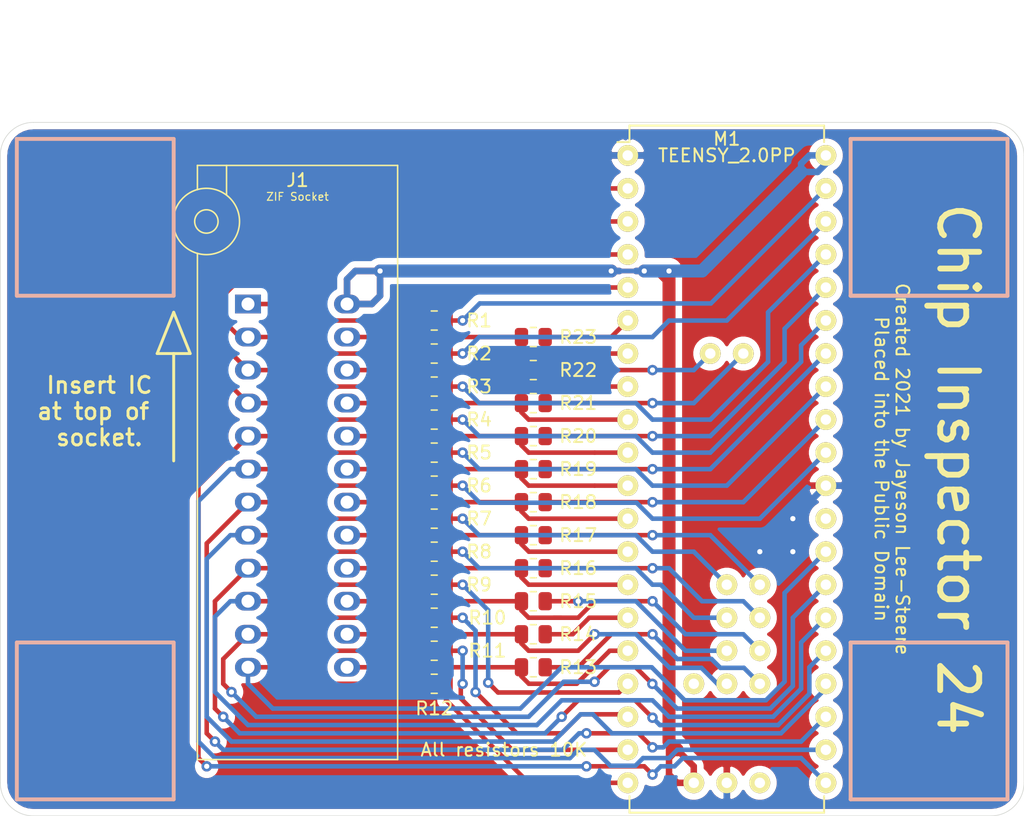
<source format=kicad_pcb>
(kicad_pcb (version 20171130) (host pcbnew "(5.1.9)-1")

  (general
    (thickness 1.6)
    (drawings 35)
    (tracks 431)
    (zones 0)
    (modules 25)
    (nets 52)
  )

  (page A4)
  (layers
    (0 F.Cu signal)
    (31 B.Cu signal)
    (32 B.Adhes user)
    (33 F.Adhes user)
    (34 B.Paste user)
    (35 F.Paste user)
    (36 B.SilkS user)
    (37 F.SilkS user)
    (38 B.Mask user)
    (39 F.Mask user)
    (40 Dwgs.User user)
    (41 Cmts.User user)
    (42 Eco1.User user)
    (43 Eco2.User user)
    (44 Edge.Cuts user)
    (45 Margin user)
    (46 B.CrtYd user)
    (47 F.CrtYd user)
    (48 B.Fab user)
    (49 F.Fab user)
  )

  (setup
    (last_trace_width 0.35)
    (user_trace_width 0.35)
    (user_trace_width 0.5)
    (user_trace_width 0.75)
    (user_trace_width 1)
    (trace_clearance 0.25)
    (zone_clearance 0.508)
    (zone_45_only no)
    (trace_min 0.2)
    (via_size 0.8)
    (via_drill 0.4)
    (via_min_size 0.4)
    (via_min_drill 0.3)
    (uvia_size 0.3)
    (uvia_drill 0.1)
    (uvias_allowed no)
    (uvia_min_size 0.2)
    (uvia_min_drill 0.1)
    (edge_width 0.05)
    (segment_width 0.2)
    (pcb_text_width 0.3)
    (pcb_text_size 1.5 1.5)
    (mod_edge_width 0.12)
    (mod_text_size 1 1)
    (mod_text_width 0.15)
    (pad_size 1.524 1.524)
    (pad_drill 0.762)
    (pad_to_mask_clearance 0)
    (aux_axis_origin 0 0)
    (visible_elements 7FFFFFFF)
    (pcbplotparams
      (layerselection 0x010f0_ffffffff)
      (usegerberextensions false)
      (usegerberattributes true)
      (usegerberadvancedattributes true)
      (creategerberjobfile false)
      (excludeedgelayer true)
      (linewidth 0.100000)
      (plotframeref false)
      (viasonmask false)
      (mode 1)
      (useauxorigin false)
      (hpglpennumber 1)
      (hpglpenspeed 20)
      (hpglpendiameter 15.000000)
      (psnegative false)
      (psa4output false)
      (plotreference true)
      (plotvalue true)
      (plotinvisibletext false)
      (padsonsilk true)
      (subtractmaskfromsilk false)
      (outputformat 1)
      (mirror false)
      (drillshape 0)
      (scaleselection 1)
      (outputdirectory "Gerber"))
  )

  (net 0 "")
  (net 1 VCC)
  (net 2 GND)
  (net 3 P13)
  (net 4 P12)
  (net 5 P11)
  (net 6 P10)
  (net 7 P08)
  (net 8 P07)
  (net 9 P06)
  (net 10 P05)
  (net 11 P04)
  (net 12 P03)
  (net 13 P02)
  (net 14 P01)
  (net 15 "Net-(M1-Pad29)")
  (net 16 P09)
  (net 17 "Net-(M1-Pad43)")
  (net 18 "Net-(M1-Pad44)")
  (net 19 P01R)
  (net 20 P02R)
  (net 21 P03R)
  (net 22 P04R)
  (net 23 P05R)
  (net 24 P06R)
  (net 25 P07R)
  (net 26 P08R)
  (net 27 P09R)
  (net 28 P10R)
  (net 29 P11R)
  (net 30 P12R)
  (net 31 P14)
  (net 32 P15)
  (net 33 P16)
  (net 34 P17)
  (net 35 P18)
  (net 36 P19)
  (net 37 P20)
  (net 38 P21)
  (net 39 P22)
  (net 40 P23)
  (net 41 P13R)
  (net 42 P14R)
  (net 43 P15R)
  (net 44 P16R)
  (net 45 P17R)
  (net 46 P18R)
  (net 47 P19R)
  (net 48 P20R)
  (net 49 P21R)
  (net 50 P22R)
  (net 51 P23R)

  (net_class Default "This is the default net class."
    (clearance 0.25)
    (trace_width 0.35)
    (via_dia 0.8)
    (via_drill 0.4)
    (uvia_dia 0.3)
    (uvia_drill 0.1)
    (add_net "Net-(M1-Pad29)")
    (add_net "Net-(M1-Pad43)")
    (add_net "Net-(M1-Pad44)")
    (add_net P01)
    (add_net P01R)
    (add_net P02)
    (add_net P02R)
    (add_net P03)
    (add_net P03R)
    (add_net P04)
    (add_net P04R)
    (add_net P05)
    (add_net P05R)
    (add_net P06)
    (add_net P06R)
    (add_net P07)
    (add_net P07R)
    (add_net P08)
    (add_net P08R)
    (add_net P09)
    (add_net P09R)
    (add_net P10)
    (add_net P10R)
    (add_net P11)
    (add_net P11R)
    (add_net P12)
    (add_net P12R)
    (add_net P13)
    (add_net P13R)
    (add_net P14)
    (add_net P14R)
    (add_net P15)
    (add_net P15R)
    (add_net P16)
    (add_net P16R)
    (add_net P17)
    (add_net P17R)
    (add_net P18)
    (add_net P18R)
    (add_net P19)
    (add_net P19R)
    (add_net P20)
    (add_net P20R)
    (add_net P21)
    (add_net P21R)
    (add_net P22)
    (add_net P22R)
    (add_net P23)
    (add_net P23R)
  )

  (net_class Power ""
    (clearance 0.25)
    (trace_width 0.5)
    (via_dia 0.8)
    (via_drill 0.4)
    (uvia_dia 0.3)
    (uvia_drill 0.1)
    (add_net GND)
    (add_net VCC)
  )

  (module Socket:DIP_Socket-24_W4.3_W5.08_W7.62_W10.16_W10.9_3M_224-5248-00-0602J (layer F.Cu) (tedit 601FA39A) (tstamp 601AE743)
    (at 125.73 87.63)
    (descr "3M 24-pin zero insertion force socket, through-hole, row spacing 7.62 mm (300 mils), http://multimedia.3m.com/mws/media/494546O/3mtm-dip-sockets-100-2-54-mm-ts0365.pdf")
    (tags "THT DIP DIL ZIF 7.62mm 300mil Socket")
    (path /60196F7D)
    (fp_text reference J1 (at 3.81 -9.525) (layer F.SilkS)
      (effects (font (size 1 1) (thickness 0.15)))
    )
    (fp_text value "ZIF Socket" (at 3.81 -8.255) (layer F.SilkS)
      (effects (font (size 0.6 0.6) (thickness 0.09)))
    )
    (fp_line (start -1.65 -10.66) (end -1.65 -8.4) (layer F.SilkS) (width 0.12))
    (fp_line (start -3.89 -10.66) (end -3.89 -8.8) (layer F.SilkS) (width 0.12))
    (fp_line (start 11.51 -10.66) (end -3.89 -10.66) (layer F.SilkS) (width 0.12))
    (fp_line (start 11.51 35.04) (end 11.51 -10.66) (layer F.SilkS) (width 0.12))
    (fp_line (start -3.89 35.04) (end 11.51 35.04) (layer F.SilkS) (width 0.12))
    (fp_line (start -3.89 -3.9) (end -3.89 35.04) (layer F.SilkS) (width 0.12))
    (fp_line (start 11.41 -10.56) (end 11.41 34.94) (layer F.Fab) (width 0.1))
    (fp_line (start -2.85 -10.56) (end 11.41 -10.56) (layer F.Fab) (width 0.1))
    (fp_line (start -3.79 -9.4) (end -2.85 -10.56) (layer F.Fab) (width 0.1))
    (fp_line (start -3.79 34.94) (end -3.79 -9.4) (layer F.Fab) (width 0.1))
    (fp_line (start 11.41 34.94) (end -3.79 34.94) (layer F.Fab) (width 0.1))
    (fp_line (start -1.9 -15.86) (end -1.9 -10.56) (layer F.Fab) (width 0.1))
    (fp_line (start -3.5 -15.86) (end -1.9 -15.86) (layer F.Fab) (width 0.1))
    (fp_line (start -3.5 -9.75) (end -3.5 -15.86) (layer F.Fab) (width 0.1))
    (fp_line (start -0.4 -17.86) (end -1.9 -15.86) (layer F.Fab) (width 0.1))
    (fp_line (start -5 -17.86) (end -3.5 -15.86) (layer F.Fab) (width 0.1))
    (fp_line (start -0.4 -17.86) (end -0.4 -21.46) (layer F.Fab) (width 0.1))
    (fp_line (start -5 -17.86) (end -0.4 -17.86) (layer F.Fab) (width 0.1))
    (fp_line (start -5 -21.46) (end -5 -17.86) (layer F.Fab) (width 0.1))
    (fp_line (start -0.4 -21.46) (end -5 -21.46) (layer F.Fab) (width 0.1))
    (fp_line (start -1.7 -22.86) (end -0.4 -21.46) (layer F.Fab) (width 0.1))
    (fp_line (start -3.7 -22.86) (end -1.7 -22.86) (layer F.Fab) (width 0.1))
    (fp_line (start -5 -21.46) (end -3.7 -22.86) (layer F.Fab) (width 0.1))
    (fp_line (start -5.5 -3.4) (end -5.5 -23.36) (layer F.CrtYd) (width 0.05))
    (fp_line (start -4.29 -3.4) (end -5.5 -3.4) (layer F.CrtYd) (width 0.05))
    (fp_line (start -4.29 35.44) (end -4.29 -3.4) (layer F.CrtYd) (width 0.05))
    (fp_line (start 11.91 35.44) (end -4.29 35.44) (layer F.CrtYd) (width 0.05))
    (fp_line (start 11.91 -11.06) (end 11.91 35.44) (layer F.CrtYd) (width 0.05))
    (fp_line (start 0.1 -11.06) (end 11.91 -11.06) (layer F.CrtYd) (width 0.05))
    (fp_line (start 0.1 -23.36) (end 0.1 -11.06) (layer F.CrtYd) (width 0.05))
    (fp_line (start -5.5 -23.36) (end 0.1 -23.36) (layer F.CrtYd) (width 0.05))
    (fp_circle (center -3.2 -6.35) (end -2.3 -6.35) (layer F.SilkS) (width 0.12))
    (fp_circle (center -3.2 -6.35) (end -0.65 -6.35) (layer F.SilkS) (width 0.12))
    (fp_text user %R (at 3.81 12.19) (layer F.Fab)
      (effects (font (size 1 1) (thickness 0.15)))
    )
    (pad 13 thru_hole oval (at 7.62 27.94) (size 2 1.44) (drill 1) (layers *.Cu *.Mask)
      (net 3 P13))
    (pad 12 thru_hole oval (at 0 27.94) (size 2 1.44) (drill 1) (layers *.Cu *.Mask)
      (net 4 P12))
    (pad 14 thru_hole oval (at 7.62 25.4) (size 2 1.44) (drill 1) (layers *.Cu *.Mask)
      (net 31 P14))
    (pad 11 thru_hole oval (at 0 25.4) (size 2 1.44) (drill 1) (layers *.Cu *.Mask)
      (net 5 P11))
    (pad 15 thru_hole oval (at 7.62 22.86) (size 2 1.44) (drill 1) (layers *.Cu *.Mask)
      (net 32 P15))
    (pad 10 thru_hole oval (at 0 22.86) (size 2 1.44) (drill 1) (layers *.Cu *.Mask)
      (net 6 P10))
    (pad 16 thru_hole oval (at 7.62 20.32) (size 2 1.44) (drill 1) (layers *.Cu *.Mask)
      (net 33 P16))
    (pad 9 thru_hole oval (at 0 20.32) (size 2 1.44) (drill 1) (layers *.Cu *.Mask)
      (net 16 P09))
    (pad 17 thru_hole oval (at 7.62 17.78) (size 2 1.44) (drill 1) (layers *.Cu *.Mask)
      (net 34 P17))
    (pad 8 thru_hole oval (at 0 17.78) (size 2 1.44) (drill 1) (layers *.Cu *.Mask)
      (net 7 P08))
    (pad 18 thru_hole oval (at 7.62 15.24) (size 2 1.44) (drill 1) (layers *.Cu *.Mask)
      (net 35 P18))
    (pad 7 thru_hole oval (at 0 15.24) (size 2 1.44) (drill 1) (layers *.Cu *.Mask)
      (net 8 P07))
    (pad 19 thru_hole oval (at 7.62 12.7) (size 2 1.44) (drill 1) (layers *.Cu *.Mask)
      (net 36 P19))
    (pad 6 thru_hole oval (at 0 12.7) (size 2 1.44) (drill 1) (layers *.Cu *.Mask)
      (net 9 P06))
    (pad 20 thru_hole oval (at 7.62 10.16) (size 2 1.44) (drill 1) (layers *.Cu *.Mask)
      (net 37 P20))
    (pad 5 thru_hole oval (at 0 10.16) (size 2 1.44) (drill 1) (layers *.Cu *.Mask)
      (net 10 P05))
    (pad 21 thru_hole oval (at 7.62 7.62) (size 2 1.44) (drill 1) (layers *.Cu *.Mask)
      (net 38 P21))
    (pad 4 thru_hole oval (at 0 7.62) (size 2 1.44) (drill 1) (layers *.Cu *.Mask)
      (net 11 P04))
    (pad 22 thru_hole oval (at 7.62 5.08) (size 2 1.44) (drill 1) (layers *.Cu *.Mask)
      (net 39 P22))
    (pad 3 thru_hole oval (at 0 5.08) (size 2 1.44) (drill 1) (layers *.Cu *.Mask)
      (net 12 P03))
    (pad 23 thru_hole oval (at 7.62 2.54) (size 2 1.44) (drill 1) (layers *.Cu *.Mask)
      (net 40 P23))
    (pad 2 thru_hole oval (at 0 2.54) (size 2 1.44) (drill 1) (layers *.Cu *.Mask)
      (net 13 P02))
    (pad 24 thru_hole oval (at 7.62 0) (size 2 1.44) (drill 1) (layers *.Cu *.Mask)
      (net 1 VCC))
    (pad 1 thru_hole rect (at 0 0) (size 2 1.44) (drill 1) (layers *.Cu *.Mask)
      (net 14 P01))
    (model ${KISYS3DMOD}/Socket.3dshapes/DIP_Socket-24_W4.3_W5.08_W7.62_W10.16_W10.9_3M_224-5248-00-0602J.wrl
      (at (xyz 0 0 0))
      (scale (xyz 1 1 1))
      (rotate (xyz 0 0 0))
    )
  )

  (module ChipInspector:Teensy_2.0PP (layer F.Cu) (tedit 60194F4B) (tstamp 601A534F)
    (at 154.94 76.2)
    (descr "40-lead dip package, row spacing 15.24 mm (600 mils)")
    (tags "dil dip 2.54 600")
    (path /60191D3C)
    (fp_text reference M1 (at 7.62 -1.27) (layer F.SilkS)
      (effects (font (size 1 1) (thickness 0.15)))
    )
    (fp_text value TEENSY_2.0PP (at 7.62 0) (layer F.SilkS)
      (effects (font (size 1 1) (thickness 0.15)))
    )
    (fp_line (start -1.05 -2.45) (end -1.05 50.75) (layer F.CrtYd) (width 0.05))
    (fp_line (start 16.3 -2.45) (end 16.3 50.75) (layer F.CrtYd) (width 0.05))
    (fp_line (start -1.05 -2.45) (end 16.3 -2.45) (layer F.CrtYd) (width 0.05))
    (fp_line (start -1.05 50.75) (end 16.3 50.75) (layer F.CrtYd) (width 0.05))
    (fp_line (start 0.135 -2.295) (end 0.135 -1.025) (layer F.SilkS) (width 0.15))
    (fp_line (start 15.105 -2.295) (end 15.105 -1.025) (layer F.SilkS) (width 0.15))
    (fp_line (start 15.105 50.555) (end 15.105 49.285) (layer F.SilkS) (width 0.15))
    (fp_line (start 0.135 50.555) (end 0.135 49.285) (layer F.SilkS) (width 0.15))
    (fp_line (start 0.135 -2.295) (end 15.105 -2.295) (layer F.SilkS) (width 0.15))
    (fp_line (start 0.135 50.555) (end 15.105 50.555) (layer F.SilkS) (width 0.15))
    (fp_line (start 0.135 -1.025) (end -0.8 -1.025) (layer F.SilkS) (width 0.15))
    (pad 53 thru_hole oval (at 8.89 15.24) (size 1.6 1.6) (drill 0.8) (layers *.Cu *.Mask F.SilkS)
      (net 49 P21R))
    (pad 54 thru_hole oval (at 6.35 15.24) (size 1.6 1.6) (drill 0.8) (layers *.Cu *.Mask F.SilkS)
      (net 50 P22R))
    (pad 40 thru_hole oval (at 15.24 0) (size 1.6 1.6) (drill 0.8) (layers *.Cu *.Mask F.SilkS)
      (net 1 VCC))
    (pad 39 thru_hole oval (at 15.24 2.54) (size 1.6 1.6) (drill 0.8) (layers *.Cu *.Mask F.SilkS)
      (net 19 P01R))
    (pad 38 thru_hole oval (at 15.24 5.08) (size 1.6 1.6) (drill 0.8) (layers *.Cu *.Mask F.SilkS)
      (net 20 P02R))
    (pad 37 thru_hole oval (at 15.24 7.62) (size 1.6 1.6) (drill 0.8) (layers *.Cu *.Mask F.SilkS)
      (net 21 P03R))
    (pad 36 thru_hole oval (at 15.24 10.16) (size 1.6 1.6) (drill 0.8) (layers *.Cu *.Mask F.SilkS)
      (net 48 P20R))
    (pad 35 thru_hole oval (at 15.24 12.7) (size 1.6 1.6) (drill 0.8) (layers *.Cu *.Mask F.SilkS)
      (net 22 P04R))
    (pad 34 thru_hole oval (at 15.24 15.24) (size 1.6 1.6) (drill 0.8) (layers *.Cu *.Mask F.SilkS)
      (net 47 P19R))
    (pad 33 thru_hole oval (at 15.24 17.78) (size 1.6 1.6) (drill 0.8) (layers *.Cu *.Mask F.SilkS)
      (net 23 P05R))
    (pad 32 thru_hole oval (at 15.24 20.32) (size 1.6 1.6) (drill 0.8) (layers *.Cu *.Mask F.SilkS)
      (net 46 P18R))
    (pad 31 thru_hole oval (at 15.24 22.86) (size 1.6 1.6) (drill 0.8) (layers *.Cu *.Mask F.SilkS)
      (net 24 P06R))
    (pad 30 thru_hole oval (at 15.24 25.4) (size 1.6 1.6) (drill 0.8) (layers *.Cu *.Mask F.SilkS)
      (net 2 GND))
    (pad 29 thru_hole oval (at 15.24 27.94) (size 1.6 1.6) (drill 0.8) (layers *.Cu *.Mask F.SilkS)
      (net 15 "Net-(M1-Pad29)"))
    (pad 28 thru_hole oval (at 15.24 30.48) (size 1.6 1.6) (drill 0.8) (layers *.Cu *.Mask F.SilkS)
      (net 4 P12))
    (pad 27 thru_hole oval (at 15.24 33.02) (size 1.6 1.6) (drill 0.8) (layers *.Cu *.Mask F.SilkS)
      (net 5 P11))
    (pad 26 thru_hole oval (at 15.24 35.56) (size 1.6 1.6) (drill 0.8) (layers *.Cu *.Mask F.SilkS)
      (net 6 P10))
    (pad 25 thru_hole oval (at 15.24 38.1) (size 1.6 1.6) (drill 0.8) (layers *.Cu *.Mask F.SilkS)
      (net 16 P09))
    (pad 24 thru_hole oval (at 15.24 40.64) (size 1.6 1.6) (drill 0.8) (layers *.Cu *.Mask F.SilkS)
      (net 7 P08))
    (pad 23 thru_hole oval (at 15.24 43.18) (size 1.6 1.6) (drill 0.8) (layers *.Cu *.Mask F.SilkS)
      (net 8 P07))
    (pad 22 thru_hole oval (at 15.24 45.72) (size 1.6 1.6) (drill 0.8) (layers *.Cu *.Mask F.SilkS)
      (net 9 P06))
    (pad 21 thru_hole oval (at 15.24 48.26) (size 1.6 1.6) (drill 0.8) (layers *.Cu *.Mask F.SilkS)
      (net 10 P05))
    (pad 20 thru_hole oval (at 0 48.26) (size 1.6 1.6) (drill 0.8) (layers *.Cu *.Mask F.SilkS)
      (net 30 P12R))
    (pad 19 thru_hole oval (at 0 45.72) (size 1.6 1.6) (drill 0.8) (layers *.Cu *.Mask F.SilkS)
      (net 29 P11R))
    (pad 18 thru_hole oval (at 0 43.18) (size 1.6 1.6) (drill 0.8) (layers *.Cu *.Mask F.SilkS)
      (net 28 P10R))
    (pad 17 thru_hole oval (at 0 40.64) (size 1.6 1.6) (drill 0.8) (layers *.Cu *.Mask F.SilkS)
      (net 27 P09R))
    (pad 16 thru_hole oval (at 0 38.1) (size 1.6 1.6) (drill 0.8) (layers *.Cu *.Mask F.SilkS)
      (net 3 P13))
    (pad 15 thru_hole oval (at 0 35.56) (size 1.6 1.6) (drill 0.8) (layers *.Cu *.Mask F.SilkS)
      (net 42 P14R))
    (pad 14 thru_hole oval (at 0 33.02) (size 1.6 1.6) (drill 0.8) (layers *.Cu *.Mask F.SilkS)
      (net 33 P16))
    (pad 13 thru_hole oval (at 0 30.48) (size 1.6 1.6) (drill 0.8) (layers *.Cu *.Mask F.SilkS)
      (net 34 P17))
    (pad 12 thru_hole oval (at 0 27.94) (size 1.6 1.6) (drill 0.8) (layers *.Cu *.Mask F.SilkS)
      (net 35 P18))
    (pad 11 thru_hole oval (at 0 25.4) (size 1.6 1.6) (drill 0.8) (layers *.Cu *.Mask F.SilkS)
      (net 36 P19))
    (pad 10 thru_hole oval (at 0 22.86) (size 1.6 1.6) (drill 0.8) (layers *.Cu *.Mask F.SilkS)
      (net 37 P20))
    (pad 9 thru_hole oval (at 0 20.32) (size 1.6 1.6) (drill 0.8) (layers *.Cu *.Mask F.SilkS)
      (net 38 P21))
    (pad 8 thru_hole oval (at 0 17.78) (size 1.6 1.6) (drill 0.8) (layers *.Cu *.Mask F.SilkS)
      (net 39 P22))
    (pad 7 thru_hole oval (at 0 15.24) (size 1.6 1.6) (drill 0.8) (layers *.Cu *.Mask F.SilkS)
      (net 40 P23))
    (pad 6 thru_hole oval (at 0 12.7) (size 1.6 1.6) (drill 0.8) (layers *.Cu *.Mask F.SilkS)
      (net 51 P23R))
    (pad 5 thru_hole oval (at 0 10.16) (size 1.6 1.6) (drill 0.8) (layers *.Cu *.Mask F.SilkS)
      (net 14 P01))
    (pad 4 thru_hole oval (at 0 7.62) (size 1.6 1.6) (drill 0.8) (layers *.Cu *.Mask F.SilkS)
      (net 13 P02))
    (pad 3 thru_hole oval (at 0 5.08) (size 1.6 1.6) (drill 0.8) (layers *.Cu *.Mask F.SilkS)
      (net 12 P03))
    (pad 2 thru_hole oval (at 0 2.54) (size 1.6 1.6) (drill 0.8) (layers *.Cu *.Mask F.SilkS)
      (net 11 P04))
    (pad 1 thru_hole oval (at 0 0) (size 1.6 1.6) (drill 0.8) (layers *.Cu *.Mask F.SilkS)
      (net 2 GND))
    (pad 41 thru_hole oval (at 5.08 48.26) (size 1.6 1.6) (drill 0.8) (layers *.Cu *.Mask F.SilkS)
      (net 1 VCC))
    (pad 42 thru_hole oval (at 7.62 48.26) (size 1.6 1.6) (drill 0.8) (layers *.Cu *.Mask F.SilkS)
      (net 2 GND))
    (pad 43 thru_hole oval (at 10.16 48.26) (size 1.6 1.6) (drill 0.8) (layers *.Cu *.Mask F.SilkS)
      (net 17 "Net-(M1-Pad43)"))
    (pad 44 thru_hole oval (at 5.08 40.64) (size 1.6 1.6) (drill 0.8) (layers *.Cu *.Mask F.SilkS)
      (net 18 "Net-(M1-Pad44)"))
    (pad 48 thru_hole oval (at 7.62 40.64) (size 1.6 1.6) (drill 0.8) (layers *.Cu *.Mask F.SilkS)
      (net 31 P14))
    (pad 47 thru_hole oval (at 7.62 38.1) (size 1.6 1.6) (drill 0.8) (layers *.Cu *.Mask F.SilkS)
      (net 43 P15R))
    (pad 46 thru_hole oval (at 7.62 35.56) (size 1.6 1.6) (drill 0.8) (layers *.Cu *.Mask F.SilkS)
      (net 26 P08R))
    (pad 45 thru_hole oval (at 7.62 33.02) (size 1.6 1.6) (drill 0.8) (layers *.Cu *.Mask F.SilkS)
      (net 25 P07R))
    (pad 52 thru_hole oval (at 10.16 33.02) (size 1.6 1.6) (drill 0.8) (layers *.Cu *.Mask F.SilkS)
      (net 45 P17R))
    (pad 51 thru_hole oval (at 10.16 35.56) (size 1.6 1.6) (drill 0.8) (layers *.Cu *.Mask F.SilkS)
      (net 44 P16R))
    (pad 50 thru_hole oval (at 10.16 38.1) (size 1.6 1.6) (drill 0.8) (layers *.Cu *.Mask F.SilkS)
      (net 32 P15))
    (pad 49 thru_hole oval (at 10.16 40.64) (size 1.6 1.6) (drill 0.8) (layers *.Cu *.Mask F.SilkS)
      (net 41 P13R))
    (model Housings_DIP.3dshapes/DIP-40_W15.24mm.wrl
      (at (xyz 0 0 0))
      (scale (xyz 1 1 1))
      (rotate (xyz 0 0 0))
    )
  )

  (module Resistor_SMD:R_0805_2012Metric (layer F.Cu) (tedit 5F68FEEE) (tstamp 601A3FAE)
    (at 147.6775 90.17)
    (descr "Resistor SMD 0805 (2012 Metric), square (rectangular) end terminal, IPC_7351 nominal, (Body size source: IPC-SM-782 page 72, https://www.pcb-3d.com/wordpress/wp-content/uploads/ipc-sm-782a_amendment_1_and_2.pdf), generated with kicad-footprint-generator")
    (tags resistor)
    (path /601ADB24)
    (attr smd)
    (fp_text reference R23 (at 3.4525 0) (layer F.SilkS)
      (effects (font (size 1 1) (thickness 0.15)))
    )
    (fp_text value 10K (at -2.8975 0) (layer F.Fab)
      (effects (font (size 1 1) (thickness 0.15)))
    )
    (fp_line (start 1.68 0.95) (end -1.68 0.95) (layer F.CrtYd) (width 0.05))
    (fp_line (start 1.68 -0.95) (end 1.68 0.95) (layer F.CrtYd) (width 0.05))
    (fp_line (start -1.68 -0.95) (end 1.68 -0.95) (layer F.CrtYd) (width 0.05))
    (fp_line (start -1.68 0.95) (end -1.68 -0.95) (layer F.CrtYd) (width 0.05))
    (fp_line (start -0.227064 0.735) (end 0.227064 0.735) (layer F.SilkS) (width 0.12))
    (fp_line (start -0.227064 -0.735) (end 0.227064 -0.735) (layer F.SilkS) (width 0.12))
    (fp_line (start 1 0.625) (end -1 0.625) (layer F.Fab) (width 0.1))
    (fp_line (start 1 -0.625) (end 1 0.625) (layer F.Fab) (width 0.1))
    (fp_line (start -1 -0.625) (end 1 -0.625) (layer F.Fab) (width 0.1))
    (fp_line (start -1 0.625) (end -1 -0.625) (layer F.Fab) (width 0.1))
    (fp_text user %R (at 0 0) (layer F.Fab)
      (effects (font (size 0.5 0.5) (thickness 0.08)))
    )
    (pad 2 smd roundrect (at 0.9125 0) (size 1.025 1.4) (layers F.Cu F.Paste F.Mask) (roundrect_rratio 0.2439004878048781)
      (net 51 P23R))
    (pad 1 smd roundrect (at -0.9125 0) (size 1.025 1.4) (layers F.Cu F.Paste F.Mask) (roundrect_rratio 0.2439004878048781)
      (net 40 P23))
    (model ${KISYS3DMOD}/Resistor_SMD.3dshapes/R_0805_2012Metric.wrl
      (at (xyz 0 0 0))
      (scale (xyz 1 1 1))
      (rotate (xyz 0 0 0))
    )
  )

  (module Resistor_SMD:R_0805_2012Metric (layer F.Cu) (tedit 5F68FEEE) (tstamp 601A3E2E)
    (at 147.6775 92.71)
    (descr "Resistor SMD 0805 (2012 Metric), square (rectangular) end terminal, IPC_7351 nominal, (Body size source: IPC-SM-782 page 72, https://www.pcb-3d.com/wordpress/wp-content/uploads/ipc-sm-782a_amendment_1_and_2.pdf), generated with kicad-footprint-generator")
    (tags resistor)
    (path /601ADB1A)
    (attr smd)
    (fp_text reference R22 (at 3.4525 0) (layer F.SilkS)
      (effects (font (size 1 1) (thickness 0.15)))
    )
    (fp_text value 10K (at -2.8975 0) (layer F.Fab)
      (effects (font (size 1 1) (thickness 0.15)))
    )
    (fp_line (start 1.68 0.95) (end -1.68 0.95) (layer F.CrtYd) (width 0.05))
    (fp_line (start 1.68 -0.95) (end 1.68 0.95) (layer F.CrtYd) (width 0.05))
    (fp_line (start -1.68 -0.95) (end 1.68 -0.95) (layer F.CrtYd) (width 0.05))
    (fp_line (start -1.68 0.95) (end -1.68 -0.95) (layer F.CrtYd) (width 0.05))
    (fp_line (start -0.227064 0.735) (end 0.227064 0.735) (layer F.SilkS) (width 0.12))
    (fp_line (start -0.227064 -0.735) (end 0.227064 -0.735) (layer F.SilkS) (width 0.12))
    (fp_line (start 1 0.625) (end -1 0.625) (layer F.Fab) (width 0.1))
    (fp_line (start 1 -0.625) (end 1 0.625) (layer F.Fab) (width 0.1))
    (fp_line (start -1 -0.625) (end 1 -0.625) (layer F.Fab) (width 0.1))
    (fp_line (start -1 0.625) (end -1 -0.625) (layer F.Fab) (width 0.1))
    (fp_text user %R (at 0 0) (layer F.Fab)
      (effects (font (size 0.5 0.5) (thickness 0.08)))
    )
    (pad 2 smd roundrect (at 0.9125 0) (size 1.025 1.4) (layers F.Cu F.Paste F.Mask) (roundrect_rratio 0.2439004878048781)
      (net 50 P22R))
    (pad 1 smd roundrect (at -0.9125 0) (size 1.025 1.4) (layers F.Cu F.Paste F.Mask) (roundrect_rratio 0.2439004878048781)
      (net 39 P22))
    (model ${KISYS3DMOD}/Resistor_SMD.3dshapes/R_0805_2012Metric.wrl
      (at (xyz 0 0 0))
      (scale (xyz 1 1 1))
      (rotate (xyz 0 0 0))
    )
  )

  (module Resistor_SMD:R_0805_2012Metric (layer F.Cu) (tedit 5F68FEEE) (tstamp 601A3F7E)
    (at 147.6775 95.25)
    (descr "Resistor SMD 0805 (2012 Metric), square (rectangular) end terminal, IPC_7351 nominal, (Body size source: IPC-SM-782 page 72, https://www.pcb-3d.com/wordpress/wp-content/uploads/ipc-sm-782a_amendment_1_and_2.pdf), generated with kicad-footprint-generator")
    (tags resistor)
    (path /601ADB10)
    (attr smd)
    (fp_text reference R21 (at 3.4525 0) (layer F.SilkS)
      (effects (font (size 1 1) (thickness 0.15)))
    )
    (fp_text value 10K (at -2.8975 0) (layer F.Fab)
      (effects (font (size 1 1) (thickness 0.15)))
    )
    (fp_line (start 1.68 0.95) (end -1.68 0.95) (layer F.CrtYd) (width 0.05))
    (fp_line (start 1.68 -0.95) (end 1.68 0.95) (layer F.CrtYd) (width 0.05))
    (fp_line (start -1.68 -0.95) (end 1.68 -0.95) (layer F.CrtYd) (width 0.05))
    (fp_line (start -1.68 0.95) (end -1.68 -0.95) (layer F.CrtYd) (width 0.05))
    (fp_line (start -0.227064 0.735) (end 0.227064 0.735) (layer F.SilkS) (width 0.12))
    (fp_line (start -0.227064 -0.735) (end 0.227064 -0.735) (layer F.SilkS) (width 0.12))
    (fp_line (start 1 0.625) (end -1 0.625) (layer F.Fab) (width 0.1))
    (fp_line (start 1 -0.625) (end 1 0.625) (layer F.Fab) (width 0.1))
    (fp_line (start -1 -0.625) (end 1 -0.625) (layer F.Fab) (width 0.1))
    (fp_line (start -1 0.625) (end -1 -0.625) (layer F.Fab) (width 0.1))
    (fp_text user %R (at 0 0) (layer F.Fab)
      (effects (font (size 0.5 0.5) (thickness 0.08)))
    )
    (pad 2 smd roundrect (at 0.9125 0) (size 1.025 1.4) (layers F.Cu F.Paste F.Mask) (roundrect_rratio 0.2439004878048781)
      (net 49 P21R))
    (pad 1 smd roundrect (at -0.9125 0) (size 1.025 1.4) (layers F.Cu F.Paste F.Mask) (roundrect_rratio 0.2439004878048781)
      (net 38 P21))
    (model ${KISYS3DMOD}/Resistor_SMD.3dshapes/R_0805_2012Metric.wrl
      (at (xyz 0 0 0))
      (scale (xyz 1 1 1))
      (rotate (xyz 0 0 0))
    )
  )

  (module Resistor_SMD:R_0805_2012Metric (layer F.Cu) (tedit 5F68FEEE) (tstamp 601A3EBE)
    (at 147.6775 97.79)
    (descr "Resistor SMD 0805 (2012 Metric), square (rectangular) end terminal, IPC_7351 nominal, (Body size source: IPC-SM-782 page 72, https://www.pcb-3d.com/wordpress/wp-content/uploads/ipc-sm-782a_amendment_1_and_2.pdf), generated with kicad-footprint-generator")
    (tags resistor)
    (path /601ADB06)
    (attr smd)
    (fp_text reference R20 (at 3.4525 0) (layer F.SilkS)
      (effects (font (size 1 1) (thickness 0.15)))
    )
    (fp_text value 10K (at -2.8975 0) (layer F.Fab)
      (effects (font (size 1 1) (thickness 0.15)))
    )
    (fp_line (start 1.68 0.95) (end -1.68 0.95) (layer F.CrtYd) (width 0.05))
    (fp_line (start 1.68 -0.95) (end 1.68 0.95) (layer F.CrtYd) (width 0.05))
    (fp_line (start -1.68 -0.95) (end 1.68 -0.95) (layer F.CrtYd) (width 0.05))
    (fp_line (start -1.68 0.95) (end -1.68 -0.95) (layer F.CrtYd) (width 0.05))
    (fp_line (start -0.227064 0.735) (end 0.227064 0.735) (layer F.SilkS) (width 0.12))
    (fp_line (start -0.227064 -0.735) (end 0.227064 -0.735) (layer F.SilkS) (width 0.12))
    (fp_line (start 1 0.625) (end -1 0.625) (layer F.Fab) (width 0.1))
    (fp_line (start 1 -0.625) (end 1 0.625) (layer F.Fab) (width 0.1))
    (fp_line (start -1 -0.625) (end 1 -0.625) (layer F.Fab) (width 0.1))
    (fp_line (start -1 0.625) (end -1 -0.625) (layer F.Fab) (width 0.1))
    (fp_text user %R (at -2.1825 7.62) (layer F.Fab)
      (effects (font (size 0.5 0.5) (thickness 0.08)))
    )
    (pad 2 smd roundrect (at 0.9125 0) (size 1.025 1.4) (layers F.Cu F.Paste F.Mask) (roundrect_rratio 0.2439004878048781)
      (net 48 P20R))
    (pad 1 smd roundrect (at -0.9125 0) (size 1.025 1.4) (layers F.Cu F.Paste F.Mask) (roundrect_rratio 0.2439004878048781)
      (net 37 P20))
    (model ${KISYS3DMOD}/Resistor_SMD.3dshapes/R_0805_2012Metric.wrl
      (at (xyz 0 0 0))
      (scale (xyz 1 1 1))
      (rotate (xyz 0 0 0))
    )
  )

  (module Resistor_SMD:R_0805_2012Metric (layer F.Cu) (tedit 5F68FEEE) (tstamp 601A3FDE)
    (at 147.6775 100.33)
    (descr "Resistor SMD 0805 (2012 Metric), square (rectangular) end terminal, IPC_7351 nominal, (Body size source: IPC-SM-782 page 72, https://www.pcb-3d.com/wordpress/wp-content/uploads/ipc-sm-782a_amendment_1_and_2.pdf), generated with kicad-footprint-generator")
    (tags resistor)
    (path /601ADAFC)
    (attr smd)
    (fp_text reference R19 (at 3.4525 0) (layer F.SilkS)
      (effects (font (size 1 1) (thickness 0.15)))
    )
    (fp_text value 10K (at -2.8975 0) (layer F.Fab)
      (effects (font (size 1 1) (thickness 0.15)))
    )
    (fp_line (start 1.68 0.95) (end -1.68 0.95) (layer F.CrtYd) (width 0.05))
    (fp_line (start 1.68 -0.95) (end 1.68 0.95) (layer F.CrtYd) (width 0.05))
    (fp_line (start -1.68 -0.95) (end 1.68 -0.95) (layer F.CrtYd) (width 0.05))
    (fp_line (start -1.68 0.95) (end -1.68 -0.95) (layer F.CrtYd) (width 0.05))
    (fp_line (start -0.227064 0.735) (end 0.227064 0.735) (layer F.SilkS) (width 0.12))
    (fp_line (start -0.227064 -0.735) (end 0.227064 -0.735) (layer F.SilkS) (width 0.12))
    (fp_line (start 1 0.625) (end -1 0.625) (layer F.Fab) (width 0.1))
    (fp_line (start 1 -0.625) (end 1 0.625) (layer F.Fab) (width 0.1))
    (fp_line (start -1 -0.625) (end 1 -0.625) (layer F.Fab) (width 0.1))
    (fp_line (start -1 0.625) (end -1 -0.625) (layer F.Fab) (width 0.1))
    (fp_text user %R (at 0 0) (layer F.Fab)
      (effects (font (size 0.5 0.5) (thickness 0.08)))
    )
    (pad 2 smd roundrect (at 0.9125 0) (size 1.025 1.4) (layers F.Cu F.Paste F.Mask) (roundrect_rratio 0.2439004878048781)
      (net 47 P19R))
    (pad 1 smd roundrect (at -0.9125 0) (size 1.025 1.4) (layers F.Cu F.Paste F.Mask) (roundrect_rratio 0.2439004878048781)
      (net 36 P19))
    (model ${KISYS3DMOD}/Resistor_SMD.3dshapes/R_0805_2012Metric.wrl
      (at (xyz 0 0 0))
      (scale (xyz 1 1 1))
      (rotate (xyz 0 0 0))
    )
  )

  (module Resistor_SMD:R_0805_2012Metric (layer F.Cu) (tedit 5F68FEEE) (tstamp 601A3DFE)
    (at 147.6775 102.87)
    (descr "Resistor SMD 0805 (2012 Metric), square (rectangular) end terminal, IPC_7351 nominal, (Body size source: IPC-SM-782 page 72, https://www.pcb-3d.com/wordpress/wp-content/uploads/ipc-sm-782a_amendment_1_and_2.pdf), generated with kicad-footprint-generator")
    (tags resistor)
    (path /601ADAF2)
    (attr smd)
    (fp_text reference R18 (at 3.4525 0) (layer F.SilkS)
      (effects (font (size 1 1) (thickness 0.15)))
    )
    (fp_text value 10K (at -2.8975 0) (layer F.Fab)
      (effects (font (size 1 1) (thickness 0.15)))
    )
    (fp_line (start 1.68 0.95) (end -1.68 0.95) (layer F.CrtYd) (width 0.05))
    (fp_line (start 1.68 -0.95) (end 1.68 0.95) (layer F.CrtYd) (width 0.05))
    (fp_line (start -1.68 -0.95) (end 1.68 -0.95) (layer F.CrtYd) (width 0.05))
    (fp_line (start -1.68 0.95) (end -1.68 -0.95) (layer F.CrtYd) (width 0.05))
    (fp_line (start -0.227064 0.735) (end 0.227064 0.735) (layer F.SilkS) (width 0.12))
    (fp_line (start -0.227064 -0.735) (end 0.227064 -0.735) (layer F.SilkS) (width 0.12))
    (fp_line (start 1 0.625) (end -1 0.625) (layer F.Fab) (width 0.1))
    (fp_line (start 1 -0.625) (end 1 0.625) (layer F.Fab) (width 0.1))
    (fp_line (start -1 -0.625) (end 1 -0.625) (layer F.Fab) (width 0.1))
    (fp_line (start -1 0.625) (end -1 -0.625) (layer F.Fab) (width 0.1))
    (fp_text user %R (at 0 0) (layer F.Fab)
      (effects (font (size 0.5 0.5) (thickness 0.08)))
    )
    (pad 2 smd roundrect (at 0.9125 0) (size 1.025 1.4) (layers F.Cu F.Paste F.Mask) (roundrect_rratio 0.2439004878048781)
      (net 46 P18R))
    (pad 1 smd roundrect (at -0.9125 0) (size 1.025 1.4) (layers F.Cu F.Paste F.Mask) (roundrect_rratio 0.2439004878048781)
      (net 35 P18))
    (model ${KISYS3DMOD}/Resistor_SMD.3dshapes/R_0805_2012Metric.wrl
      (at (xyz 0 0 0))
      (scale (xyz 1 1 1))
      (rotate (xyz 0 0 0))
    )
  )

  (module Resistor_SMD:R_0805_2012Metric (layer F.Cu) (tedit 5F68FEEE) (tstamp 601A3F1E)
    (at 147.6775 105.41)
    (descr "Resistor SMD 0805 (2012 Metric), square (rectangular) end terminal, IPC_7351 nominal, (Body size source: IPC-SM-782 page 72, https://www.pcb-3d.com/wordpress/wp-content/uploads/ipc-sm-782a_amendment_1_and_2.pdf), generated with kicad-footprint-generator")
    (tags resistor)
    (path /601ADAE8)
    (attr smd)
    (fp_text reference R17 (at 3.4525 0) (layer F.SilkS)
      (effects (font (size 1 1) (thickness 0.15)))
    )
    (fp_text value 10K (at -2.8975 0) (layer F.Fab)
      (effects (font (size 1 1) (thickness 0.15)))
    )
    (fp_line (start 1.68 0.95) (end -1.68 0.95) (layer F.CrtYd) (width 0.05))
    (fp_line (start 1.68 -0.95) (end 1.68 0.95) (layer F.CrtYd) (width 0.05))
    (fp_line (start -1.68 -0.95) (end 1.68 -0.95) (layer F.CrtYd) (width 0.05))
    (fp_line (start -1.68 0.95) (end -1.68 -0.95) (layer F.CrtYd) (width 0.05))
    (fp_line (start -0.227064 0.735) (end 0.227064 0.735) (layer F.SilkS) (width 0.12))
    (fp_line (start -0.227064 -0.735) (end 0.227064 -0.735) (layer F.SilkS) (width 0.12))
    (fp_line (start 1 0.625) (end -1 0.625) (layer F.Fab) (width 0.1))
    (fp_line (start 1 -0.625) (end 1 0.625) (layer F.Fab) (width 0.1))
    (fp_line (start -1 -0.625) (end 1 -0.625) (layer F.Fab) (width 0.1))
    (fp_line (start -1 0.625) (end -1 -0.625) (layer F.Fab) (width 0.1))
    (fp_text user %R (at 0 0) (layer F.Fab)
      (effects (font (size 0.5 0.5) (thickness 0.08)))
    )
    (pad 2 smd roundrect (at 0.9125 0) (size 1.025 1.4) (layers F.Cu F.Paste F.Mask) (roundrect_rratio 0.2439004878048781)
      (net 45 P17R))
    (pad 1 smd roundrect (at -0.9125 0) (size 1.025 1.4) (layers F.Cu F.Paste F.Mask) (roundrect_rratio 0.2439004878048781)
      (net 34 P17))
    (model ${KISYS3DMOD}/Resistor_SMD.3dshapes/R_0805_2012Metric.wrl
      (at (xyz 0 0 0))
      (scale (xyz 1 1 1))
      (rotate (xyz 0 0 0))
    )
  )

  (module Resistor_SMD:R_0805_2012Metric (layer F.Cu) (tedit 5F68FEEE) (tstamp 601A3E5E)
    (at 147.6775 107.95)
    (descr "Resistor SMD 0805 (2012 Metric), square (rectangular) end terminal, IPC_7351 nominal, (Body size source: IPC-SM-782 page 72, https://www.pcb-3d.com/wordpress/wp-content/uploads/ipc-sm-782a_amendment_1_and_2.pdf), generated with kicad-footprint-generator")
    (tags resistor)
    (path /601ADADE)
    (attr smd)
    (fp_text reference R16 (at 3.4525 0) (layer F.SilkS)
      (effects (font (size 1 1) (thickness 0.15)))
    )
    (fp_text value 10K (at -2.8975 0) (layer F.Fab)
      (effects (font (size 1 1) (thickness 0.15)))
    )
    (fp_line (start -1 0.625) (end -1 -0.625) (layer F.Fab) (width 0.1))
    (fp_line (start -1 -0.625) (end 1 -0.625) (layer F.Fab) (width 0.1))
    (fp_line (start 1 -0.625) (end 1 0.625) (layer F.Fab) (width 0.1))
    (fp_line (start 1 0.625) (end -1 0.625) (layer F.Fab) (width 0.1))
    (fp_line (start -0.227064 -0.735) (end 0.227064 -0.735) (layer F.SilkS) (width 0.12))
    (fp_line (start -0.227064 0.735) (end 0.227064 0.735) (layer F.SilkS) (width 0.12))
    (fp_line (start -1.68 0.95) (end -1.68 -0.95) (layer F.CrtYd) (width 0.05))
    (fp_line (start -1.68 -0.95) (end 1.68 -0.95) (layer F.CrtYd) (width 0.05))
    (fp_line (start 1.68 -0.95) (end 1.68 0.95) (layer F.CrtYd) (width 0.05))
    (fp_line (start 1.68 0.95) (end -1.68 0.95) (layer F.CrtYd) (width 0.05))
    (fp_text user %R (at 0.14 0) (layer F.Fab)
      (effects (font (size 0.5 0.5) (thickness 0.08)))
    )
    (pad 1 smd roundrect (at -0.9125 0) (size 1.025 1.4) (layers F.Cu F.Paste F.Mask) (roundrect_rratio 0.2439004878048781)
      (net 33 P16))
    (pad 2 smd roundrect (at 0.9125 0) (size 1.025 1.4) (layers F.Cu F.Paste F.Mask) (roundrect_rratio 0.2439004878048781)
      (net 44 P16R))
    (model ${KISYS3DMOD}/Resistor_SMD.3dshapes/R_0805_2012Metric.wrl
      (at (xyz 0 0 0))
      (scale (xyz 1 1 1))
      (rotate (xyz 0 0 0))
    )
  )

  (module Resistor_SMD:R_0805_2012Metric (layer F.Cu) (tedit 5F68FEEE) (tstamp 601A3EEE)
    (at 147.6775 110.49)
    (descr "Resistor SMD 0805 (2012 Metric), square (rectangular) end terminal, IPC_7351 nominal, (Body size source: IPC-SM-782 page 72, https://www.pcb-3d.com/wordpress/wp-content/uploads/ipc-sm-782a_amendment_1_and_2.pdf), generated with kicad-footprint-generator")
    (tags resistor)
    (path /601ADAD4)
    (attr smd)
    (fp_text reference R15 (at 3.4525 0) (layer F.SilkS)
      (effects (font (size 1 1) (thickness 0.15)))
    )
    (fp_text value 10K (at -2.8975 0) (layer F.Fab)
      (effects (font (size 1 1) (thickness 0.15)))
    )
    (fp_line (start 1.68 0.95) (end -1.68 0.95) (layer F.CrtYd) (width 0.05))
    (fp_line (start 1.68 -0.95) (end 1.68 0.95) (layer F.CrtYd) (width 0.05))
    (fp_line (start -1.68 -0.95) (end 1.68 -0.95) (layer F.CrtYd) (width 0.05))
    (fp_line (start -1.68 0.95) (end -1.68 -0.95) (layer F.CrtYd) (width 0.05))
    (fp_line (start -0.227064 0.735) (end 0.227064 0.735) (layer F.SilkS) (width 0.12))
    (fp_line (start -0.227064 -0.735) (end 0.227064 -0.735) (layer F.SilkS) (width 0.12))
    (fp_line (start 1 0.625) (end -1 0.625) (layer F.Fab) (width 0.1))
    (fp_line (start 1 -0.625) (end 1 0.625) (layer F.Fab) (width 0.1))
    (fp_line (start -1 -0.625) (end 1 -0.625) (layer F.Fab) (width 0.1))
    (fp_line (start -1 0.625) (end -1 -0.625) (layer F.Fab) (width 0.1))
    (fp_text user %R (at -1 0.625) (layer F.Fab)
      (effects (font (size 0.5 0.5) (thickness 0.08)))
    )
    (pad 2 smd roundrect (at 0.9125 0) (size 1.025 1.4) (layers F.Cu F.Paste F.Mask) (roundrect_rratio 0.2439004878048781)
      (net 43 P15R))
    (pad 1 smd roundrect (at -0.9125 0) (size 1.025 1.4) (layers F.Cu F.Paste F.Mask) (roundrect_rratio 0.2439004878048781)
      (net 32 P15))
    (model ${KISYS3DMOD}/Resistor_SMD.3dshapes/R_0805_2012Metric.wrl
      (at (xyz 0 0 0))
      (scale (xyz 1 1 1))
      (rotate (xyz 0 0 0))
    )
  )

  (module Resistor_SMD:R_0805_2012Metric (layer F.Cu) (tedit 5F68FEEE) (tstamp 601A400E)
    (at 147.6775 113.03)
    (descr "Resistor SMD 0805 (2012 Metric), square (rectangular) end terminal, IPC_7351 nominal, (Body size source: IPC-SM-782 page 72, https://www.pcb-3d.com/wordpress/wp-content/uploads/ipc-sm-782a_amendment_1_and_2.pdf), generated with kicad-footprint-generator")
    (tags resistor)
    (path /601ADACA)
    (attr smd)
    (fp_text reference R14 (at 3.4525 0) (layer F.SilkS)
      (effects (font (size 1 1) (thickness 0.15)))
    )
    (fp_text value 10K (at -2.8975 0) (layer F.Fab)
      (effects (font (size 1 1) (thickness 0.15)))
    )
    (fp_line (start 1.68 0.95) (end -1.68 0.95) (layer F.CrtYd) (width 0.05))
    (fp_line (start 1.68 -0.95) (end 1.68 0.95) (layer F.CrtYd) (width 0.05))
    (fp_line (start -1.68 -0.95) (end 1.68 -0.95) (layer F.CrtYd) (width 0.05))
    (fp_line (start -1.68 0.95) (end -1.68 -0.95) (layer F.CrtYd) (width 0.05))
    (fp_line (start -0.227064 0.735) (end 0.227064 0.735) (layer F.SilkS) (width 0.12))
    (fp_line (start -0.227064 -0.735) (end 0.227064 -0.735) (layer F.SilkS) (width 0.12))
    (fp_line (start 1 0.625) (end -1 0.625) (layer F.Fab) (width 0.1))
    (fp_line (start 1 -0.625) (end 1 0.625) (layer F.Fab) (width 0.1))
    (fp_line (start -1 -0.625) (end 1 -0.625) (layer F.Fab) (width 0.1))
    (fp_line (start -1 0.625) (end -1 -0.625) (layer F.Fab) (width 0.1))
    (fp_text user %R (at 0 0) (layer F.Fab)
      (effects (font (size 0.5 0.5) (thickness 0.08)))
    )
    (pad 2 smd roundrect (at 0.9125 0) (size 1.025 1.4) (layers F.Cu F.Paste F.Mask) (roundrect_rratio 0.2439004878048781)
      (net 42 P14R))
    (pad 1 smd roundrect (at -0.9125 0) (size 1.025 1.4) (layers F.Cu F.Paste F.Mask) (roundrect_rratio 0.2439004878048781)
      (net 31 P14))
    (model ${KISYS3DMOD}/Resistor_SMD.3dshapes/R_0805_2012Metric.wrl
      (at (xyz 0 0 0))
      (scale (xyz 1 1 1))
      (rotate (xyz 0 0 0))
    )
  )

  (module Resistor_SMD:R_0805_2012Metric (layer F.Cu) (tedit 5F68FEEE) (tstamp 601A3E8E)
    (at 147.6775 115.57)
    (descr "Resistor SMD 0805 (2012 Metric), square (rectangular) end terminal, IPC_7351 nominal, (Body size source: IPC-SM-782 page 72, https://www.pcb-3d.com/wordpress/wp-content/uploads/ipc-sm-782a_amendment_1_and_2.pdf), generated with kicad-footprint-generator")
    (tags resistor)
    (path /601AD902)
    (attr smd)
    (fp_text reference R13 (at 3.4525 0) (layer F.SilkS)
      (effects (font (size 1 1) (thickness 0.15)))
    )
    (fp_text value 10K (at -2.8975 0) (layer F.Fab)
      (effects (font (size 1 1) (thickness 0.15)))
    )
    (fp_line (start 1.68 0.95) (end -1.68 0.95) (layer F.CrtYd) (width 0.05))
    (fp_line (start 1.68 -0.95) (end 1.68 0.95) (layer F.CrtYd) (width 0.05))
    (fp_line (start -1.68 -0.95) (end 1.68 -0.95) (layer F.CrtYd) (width 0.05))
    (fp_line (start -1.68 0.95) (end -1.68 -0.95) (layer F.CrtYd) (width 0.05))
    (fp_line (start -0.227064 0.735) (end 0.227064 0.735) (layer F.SilkS) (width 0.12))
    (fp_line (start -0.227064 -0.735) (end 0.227064 -0.735) (layer F.SilkS) (width 0.12))
    (fp_line (start 1 0.625) (end -1 0.625) (layer F.Fab) (width 0.1))
    (fp_line (start 1 -0.625) (end 1 0.625) (layer F.Fab) (width 0.1))
    (fp_line (start -1 -0.625) (end 1 -0.625) (layer F.Fab) (width 0.1))
    (fp_line (start -1 0.625) (end -1 -0.625) (layer F.Fab) (width 0.1))
    (fp_text user %R (at 0 0) (layer F.Fab)
      (effects (font (size 0.5 0.5) (thickness 0.08)))
    )
    (pad 2 smd roundrect (at 0.9125 0) (size 1.025 1.4) (layers F.Cu F.Paste F.Mask) (roundrect_rratio 0.2439004878048781)
      (net 41 P13R))
    (pad 1 smd roundrect (at -0.9125 0) (size 1.025 1.4) (layers F.Cu F.Paste F.Mask) (roundrect_rratio 0.2439004878048781)
      (net 3 P13))
    (model ${KISYS3DMOD}/Resistor_SMD.3dshapes/R_0805_2012Metric.wrl
      (at (xyz 0 0 0))
      (scale (xyz 1 1 1))
      (rotate (xyz 0 0 0))
    )
  )

  (module Resistor_SMD:R_0805_2012Metric (layer F.Cu) (tedit 5F68FEEE) (tstamp 601A3F4E)
    (at 140.0575 116.84)
    (descr "Resistor SMD 0805 (2012 Metric), square (rectangular) end terminal, IPC_7351 nominal, (Body size source: IPC-SM-782 page 72, https://www.pcb-3d.com/wordpress/wp-content/uploads/ipc-sm-782a_amendment_1_and_2.pdf), generated with kicad-footprint-generator")
    (tags resistor)
    (path /601AB3EA)
    (attr smd)
    (fp_text reference R12 (at 0 1.905) (layer F.SilkS)
      (effects (font (size 1 1) (thickness 0.15)))
    )
    (fp_text value 10K (at -3.5325 0) (layer F.Fab)
      (effects (font (size 1 1) (thickness 0.15)))
    )
    (fp_line (start 1.68 0.95) (end -1.68 0.95) (layer F.CrtYd) (width 0.05))
    (fp_line (start 1.68 -0.95) (end 1.68 0.95) (layer F.CrtYd) (width 0.05))
    (fp_line (start -1.68 -0.95) (end 1.68 -0.95) (layer F.CrtYd) (width 0.05))
    (fp_line (start -1.68 0.95) (end -1.68 -0.95) (layer F.CrtYd) (width 0.05))
    (fp_line (start -0.227064 0.735) (end 0.227064 0.735) (layer F.SilkS) (width 0.12))
    (fp_line (start -0.227064 -0.735) (end 0.227064 -0.735) (layer F.SilkS) (width 0.12))
    (fp_line (start 1 0.625) (end -1 0.625) (layer F.Fab) (width 0.1))
    (fp_line (start 1 -0.625) (end 1 0.625) (layer F.Fab) (width 0.1))
    (fp_line (start -1 -0.625) (end 1 -0.625) (layer F.Fab) (width 0.1))
    (fp_line (start -1 0.625) (end -1 -0.625) (layer F.Fab) (width 0.1))
    (fp_text user %R (at 0 0) (layer F.Fab)
      (effects (font (size 0.5 0.5) (thickness 0.08)))
    )
    (pad 2 smd roundrect (at 0.9125 0) (size 1.025 1.4) (layers F.Cu F.Paste F.Mask) (roundrect_rratio 0.2439004878048781)
      (net 30 P12R))
    (pad 1 smd roundrect (at -0.9125 0) (size 1.025 1.4) (layers F.Cu F.Paste F.Mask) (roundrect_rratio 0.2439004878048781)
      (net 4 P12))
    (model ${KISYS3DMOD}/Resistor_SMD.3dshapes/R_0805_2012Metric.wrl
      (at (xyz 0 0 0))
      (scale (xyz 1 1 1))
      (rotate (xyz 0 0 0))
    )
  )

  (module Resistor_SMD:R_0805_2012Metric (layer F.Cu) (tedit 5F68FEEE) (tstamp 601A7BFE)
    (at 140.0575 114.3)
    (descr "Resistor SMD 0805 (2012 Metric), square (rectangular) end terminal, IPC_7351 nominal, (Body size source: IPC-SM-782 page 72, https://www.pcb-3d.com/wordpress/wp-content/uploads/ipc-sm-782a_amendment_1_and_2.pdf), generated with kicad-footprint-generator")
    (tags resistor)
    (path /601AB1ED)
    (attr smd)
    (fp_text reference R11 (at 4.0875 0) (layer F.SilkS)
      (effects (font (size 1 1) (thickness 0.15)))
    )
    (fp_text value 10K (at -3.5325 0) (layer F.Fab)
      (effects (font (size 1 1) (thickness 0.15)))
    )
    (fp_line (start 1.68 0.95) (end -1.68 0.95) (layer F.CrtYd) (width 0.05))
    (fp_line (start 1.68 -0.95) (end 1.68 0.95) (layer F.CrtYd) (width 0.05))
    (fp_line (start -1.68 -0.95) (end 1.68 -0.95) (layer F.CrtYd) (width 0.05))
    (fp_line (start -1.68 0.95) (end -1.68 -0.95) (layer F.CrtYd) (width 0.05))
    (fp_line (start -0.227064 0.735) (end 0.227064 0.735) (layer F.SilkS) (width 0.12))
    (fp_line (start -0.227064 -0.735) (end 0.227064 -0.735) (layer F.SilkS) (width 0.12))
    (fp_line (start 1 0.625) (end -1 0.625) (layer F.Fab) (width 0.1))
    (fp_line (start 1 -0.625) (end 1 0.625) (layer F.Fab) (width 0.1))
    (fp_line (start -1 -0.625) (end 1 -0.625) (layer F.Fab) (width 0.1))
    (fp_line (start -1 0.625) (end -1 -0.625) (layer F.Fab) (width 0.1))
    (fp_text user %R (at 0 0) (layer F.Fab)
      (effects (font (size 0.5 0.5) (thickness 0.08)))
    )
    (pad 2 smd roundrect (at 0.9125 0) (size 1.025 1.4) (layers F.Cu F.Paste F.Mask) (roundrect_rratio 0.2439004878048781)
      (net 29 P11R))
    (pad 1 smd roundrect (at -0.9125 0) (size 1.025 1.4) (layers F.Cu F.Paste F.Mask) (roundrect_rratio 0.2439004878048781)
      (net 5 P11))
    (model ${KISYS3DMOD}/Resistor_SMD.3dshapes/R_0805_2012Metric.wrl
      (at (xyz 0 0 0))
      (scale (xyz 1 1 1))
      (rotate (xyz 0 0 0))
    )
  )

  (module Resistor_SMD:R_0805_2012Metric (layer F.Cu) (tedit 5F68FEEE) (tstamp 601A41F4)
    (at 140.0575 111.76)
    (descr "Resistor SMD 0805 (2012 Metric), square (rectangular) end terminal, IPC_7351 nominal, (Body size source: IPC-SM-782 page 72, https://www.pcb-3d.com/wordpress/wp-content/uploads/ipc-sm-782a_amendment_1_and_2.pdf), generated with kicad-footprint-generator")
    (tags resistor)
    (path /601AAFE6)
    (attr smd)
    (fp_text reference R10 (at 4.0875 0) (layer F.SilkS)
      (effects (font (size 1 1) (thickness 0.15)))
    )
    (fp_text value 10K (at -3.5325 0) (layer F.Fab)
      (effects (font (size 1 1) (thickness 0.15)))
    )
    (fp_line (start 1.68 0.95) (end -1.68 0.95) (layer F.CrtYd) (width 0.05))
    (fp_line (start 1.68 -0.95) (end 1.68 0.95) (layer F.CrtYd) (width 0.05))
    (fp_line (start -1.68 -0.95) (end 1.68 -0.95) (layer F.CrtYd) (width 0.05))
    (fp_line (start -1.68 0.95) (end -1.68 -0.95) (layer F.CrtYd) (width 0.05))
    (fp_line (start -0.227064 0.735) (end 0.227064 0.735) (layer F.SilkS) (width 0.12))
    (fp_line (start -0.227064 -0.735) (end 0.227064 -0.735) (layer F.SilkS) (width 0.12))
    (fp_line (start 1 0.625) (end -1 0.625) (layer F.Fab) (width 0.1))
    (fp_line (start 1 -0.625) (end 1 0.625) (layer F.Fab) (width 0.1))
    (fp_line (start -1 -0.625) (end 1 -0.625) (layer F.Fab) (width 0.1))
    (fp_line (start -1 0.625) (end -1 -0.625) (layer F.Fab) (width 0.1))
    (fp_text user %R (at 0 0) (layer F.Fab)
      (effects (font (size 0.5 0.5) (thickness 0.08)))
    )
    (pad 2 smd roundrect (at 0.9125 0) (size 1.025 1.4) (layers F.Cu F.Paste F.Mask) (roundrect_rratio 0.2439004878048781)
      (net 28 P10R))
    (pad 1 smd roundrect (at -0.9125 0) (size 1.025 1.4) (layers F.Cu F.Paste F.Mask) (roundrect_rratio 0.2439004878048781)
      (net 6 P10))
    (model ${KISYS3DMOD}/Resistor_SMD.3dshapes/R_0805_2012Metric.wrl
      (at (xyz 0 0 0))
      (scale (xyz 1 1 1))
      (rotate (xyz 0 0 0))
    )
  )

  (module Resistor_SMD:R_0805_2012Metric (layer F.Cu) (tedit 5F68FEEE) (tstamp 601A406E)
    (at 140.0575 109.22)
    (descr "Resistor SMD 0805 (2012 Metric), square (rectangular) end terminal, IPC_7351 nominal, (Body size source: IPC-SM-782 page 72, https://www.pcb-3d.com/wordpress/wp-content/uploads/ipc-sm-782a_amendment_1_and_2.pdf), generated with kicad-footprint-generator")
    (tags resistor)
    (path /601AAE6C)
    (attr smd)
    (fp_text reference R9 (at 3.4525 0) (layer F.SilkS)
      (effects (font (size 1 1) (thickness 0.15)))
    )
    (fp_text value 10K (at -3.5325 0) (layer F.Fab)
      (effects (font (size 1 1) (thickness 0.15)))
    )
    (fp_line (start 1.68 0.95) (end -1.68 0.95) (layer F.CrtYd) (width 0.05))
    (fp_line (start 1.68 -0.95) (end 1.68 0.95) (layer F.CrtYd) (width 0.05))
    (fp_line (start -1.68 -0.95) (end 1.68 -0.95) (layer F.CrtYd) (width 0.05))
    (fp_line (start -1.68 0.95) (end -1.68 -0.95) (layer F.CrtYd) (width 0.05))
    (fp_line (start -0.227064 0.735) (end 0.227064 0.735) (layer F.SilkS) (width 0.12))
    (fp_line (start -0.227064 -0.735) (end 0.227064 -0.735) (layer F.SilkS) (width 0.12))
    (fp_line (start 1 0.625) (end -1 0.625) (layer F.Fab) (width 0.1))
    (fp_line (start 1 -0.625) (end 1 0.625) (layer F.Fab) (width 0.1))
    (fp_line (start -1 -0.625) (end 1 -0.625) (layer F.Fab) (width 0.1))
    (fp_line (start -1 0.625) (end -1 -0.625) (layer F.Fab) (width 0.1))
    (fp_text user %R (at 0 0) (layer F.Fab)
      (effects (font (size 0.5 0.5) (thickness 0.08)))
    )
    (pad 2 smd roundrect (at 0.9125 0) (size 1.025 1.4) (layers F.Cu F.Paste F.Mask) (roundrect_rratio 0.2439004878048781)
      (net 27 P09R))
    (pad 1 smd roundrect (at -0.9125 0) (size 1.025 1.4) (layers F.Cu F.Paste F.Mask) (roundrect_rratio 0.2439004878048781)
      (net 16 P09))
    (model ${KISYS3DMOD}/Resistor_SMD.3dshapes/R_0805_2012Metric.wrl
      (at (xyz 0 0 0))
      (scale (xyz 1 1 1))
      (rotate (xyz 0 0 0))
    )
  )

  (module Resistor_SMD:R_0805_2012Metric (layer F.Cu) (tedit 5F68FEEE) (tstamp 601A4224)
    (at 140.0575 106.68)
    (descr "Resistor SMD 0805 (2012 Metric), square (rectangular) end terminal, IPC_7351 nominal, (Body size source: IPC-SM-782 page 72, https://www.pcb-3d.com/wordpress/wp-content/uploads/ipc-sm-782a_amendment_1_and_2.pdf), generated with kicad-footprint-generator")
    (tags resistor)
    (path /601AACD3)
    (attr smd)
    (fp_text reference R8 (at 3.4525 0) (layer F.SilkS)
      (effects (font (size 1 1) (thickness 0.15)))
    )
    (fp_text value 10K (at -3.5325 0) (layer F.Fab)
      (effects (font (size 1 1) (thickness 0.15)))
    )
    (fp_line (start 1.68 0.95) (end -1.68 0.95) (layer F.CrtYd) (width 0.05))
    (fp_line (start 1.68 -0.95) (end 1.68 0.95) (layer F.CrtYd) (width 0.05))
    (fp_line (start -1.68 -0.95) (end 1.68 -0.95) (layer F.CrtYd) (width 0.05))
    (fp_line (start -1.68 0.95) (end -1.68 -0.95) (layer F.CrtYd) (width 0.05))
    (fp_line (start -0.227064 0.735) (end 0.227064 0.735) (layer F.SilkS) (width 0.12))
    (fp_line (start -0.227064 -0.735) (end 0.227064 -0.735) (layer F.SilkS) (width 0.12))
    (fp_line (start 1 0.625) (end -1 0.625) (layer F.Fab) (width 0.1))
    (fp_line (start 1 -0.625) (end 1 0.625) (layer F.Fab) (width 0.1))
    (fp_line (start -1 -0.625) (end 1 -0.625) (layer F.Fab) (width 0.1))
    (fp_line (start -1 0.625) (end -1 -0.625) (layer F.Fab) (width 0.1))
    (fp_text user %R (at 0 0) (layer F.Fab)
      (effects (font (size 0.5 0.5) (thickness 0.08)))
    )
    (pad 2 smd roundrect (at 0.9125 0) (size 1.025 1.4) (layers F.Cu F.Paste F.Mask) (roundrect_rratio 0.2439004878048781)
      (net 26 P08R))
    (pad 1 smd roundrect (at -0.9125 0) (size 1.025 1.4) (layers F.Cu F.Paste F.Mask) (roundrect_rratio 0.2439004878048781)
      (net 7 P08))
    (model ${KISYS3DMOD}/Resistor_SMD.3dshapes/R_0805_2012Metric.wrl
      (at (xyz 0 0 0))
      (scale (xyz 1 1 1))
      (rotate (xyz 0 0 0))
    )
  )

  (module Resistor_SMD:R_0805_2012Metric (layer F.Cu) (tedit 5F68FEEE) (tstamp 601A4254)
    (at 140.0575 104.14)
    (descr "Resistor SMD 0805 (2012 Metric), square (rectangular) end terminal, IPC_7351 nominal, (Body size source: IPC-SM-782 page 72, https://www.pcb-3d.com/wordpress/wp-content/uploads/ipc-sm-782a_amendment_1_and_2.pdf), generated with kicad-footprint-generator")
    (tags resistor)
    (path /601AAACC)
    (attr smd)
    (fp_text reference R7 (at 3.4525 0) (layer F.SilkS)
      (effects (font (size 1 1) (thickness 0.15)))
    )
    (fp_text value 10K (at -3.5325 0) (layer F.Fab)
      (effects (font (size 1 1) (thickness 0.15)))
    )
    (fp_line (start 1.68 0.95) (end -1.68 0.95) (layer F.CrtYd) (width 0.05))
    (fp_line (start 1.68 -0.95) (end 1.68 0.95) (layer F.CrtYd) (width 0.05))
    (fp_line (start -1.68 -0.95) (end 1.68 -0.95) (layer F.CrtYd) (width 0.05))
    (fp_line (start -1.68 0.95) (end -1.68 -0.95) (layer F.CrtYd) (width 0.05))
    (fp_line (start -0.227064 0.735) (end 0.227064 0.735) (layer F.SilkS) (width 0.12))
    (fp_line (start -0.227064 -0.735) (end 0.227064 -0.735) (layer F.SilkS) (width 0.12))
    (fp_line (start 1 0.625) (end -1 0.625) (layer F.Fab) (width 0.1))
    (fp_line (start 1 -0.625) (end 1 0.625) (layer F.Fab) (width 0.1))
    (fp_line (start -1 -0.625) (end 1 -0.625) (layer F.Fab) (width 0.1))
    (fp_line (start -1 0.625) (end -1 -0.625) (layer F.Fab) (width 0.1))
    (fp_text user %R (at 0 0) (layer F.Fab)
      (effects (font (size 0.5 0.5) (thickness 0.08)))
    )
    (pad 2 smd roundrect (at 0.9125 0) (size 1.025 1.4) (layers F.Cu F.Paste F.Mask) (roundrect_rratio 0.2439004878048781)
      (net 25 P07R))
    (pad 1 smd roundrect (at -0.9125 0) (size 1.025 1.4) (layers F.Cu F.Paste F.Mask) (roundrect_rratio 0.2439004878048781)
      (net 8 P07))
    (model ${KISYS3DMOD}/Resistor_SMD.3dshapes/R_0805_2012Metric.wrl
      (at (xyz 0 0 0))
      (scale (xyz 1 1 1))
      (rotate (xyz 0 0 0))
    )
  )

  (module Resistor_SMD:R_0805_2012Metric (layer F.Cu) (tedit 5F68FEEE) (tstamp 601A4284)
    (at 140.0575 101.6)
    (descr "Resistor SMD 0805 (2012 Metric), square (rectangular) end terminal, IPC_7351 nominal, (Body size source: IPC-SM-782 page 72, https://www.pcb-3d.com/wordpress/wp-content/uploads/ipc-sm-782a_amendment_1_and_2.pdf), generated with kicad-footprint-generator")
    (tags resistor)
    (path /601AA91E)
    (attr smd)
    (fp_text reference R6 (at 3.4525 0) (layer F.SilkS)
      (effects (font (size 1 1) (thickness 0.15)))
    )
    (fp_text value 10K (at -3.5325 0) (layer F.Fab)
      (effects (font (size 1 1) (thickness 0.15)))
    )
    (fp_line (start 1.68 0.95) (end -1.68 0.95) (layer F.CrtYd) (width 0.05))
    (fp_line (start 1.68 -0.95) (end 1.68 0.95) (layer F.CrtYd) (width 0.05))
    (fp_line (start -1.68 -0.95) (end 1.68 -0.95) (layer F.CrtYd) (width 0.05))
    (fp_line (start -1.68 0.95) (end -1.68 -0.95) (layer F.CrtYd) (width 0.05))
    (fp_line (start -0.227064 0.735) (end 0.227064 0.735) (layer F.SilkS) (width 0.12))
    (fp_line (start -0.227064 -0.735) (end 0.227064 -0.735) (layer F.SilkS) (width 0.12))
    (fp_line (start 1 0.625) (end -1 0.625) (layer F.Fab) (width 0.1))
    (fp_line (start 1 -0.625) (end 1 0.625) (layer F.Fab) (width 0.1))
    (fp_line (start -1 -0.625) (end 1 -0.625) (layer F.Fab) (width 0.1))
    (fp_line (start -1 0.625) (end -1 -0.625) (layer F.Fab) (width 0.1))
    (fp_text user %R (at 0 0) (layer F.Fab)
      (effects (font (size 0.5 0.5) (thickness 0.08)))
    )
    (pad 2 smd roundrect (at 0.9125 0) (size 1.025 1.4) (layers F.Cu F.Paste F.Mask) (roundrect_rratio 0.2439004878048781)
      (net 24 P06R))
    (pad 1 smd roundrect (at -0.9125 0) (size 1.025 1.4) (layers F.Cu F.Paste F.Mask) (roundrect_rratio 0.2439004878048781)
      (net 9 P06))
    (model ${KISYS3DMOD}/Resistor_SMD.3dshapes/R_0805_2012Metric.wrl
      (at (xyz 0 0 0))
      (scale (xyz 1 1 1))
      (rotate (xyz 0 0 0))
    )
  )

  (module Resistor_SMD:R_0805_2012Metric (layer F.Cu) (tedit 5F68FEEE) (tstamp 601A42B4)
    (at 140.0575 99.06)
    (descr "Resistor SMD 0805 (2012 Metric), square (rectangular) end terminal, IPC_7351 nominal, (Body size source: IPC-SM-782 page 72, https://www.pcb-3d.com/wordpress/wp-content/uploads/ipc-sm-782a_amendment_1_and_2.pdf), generated with kicad-footprint-generator")
    (tags resistor)
    (path /601AA7D9)
    (attr smd)
    (fp_text reference R5 (at 3.4525 0) (layer F.SilkS)
      (effects (font (size 1 1) (thickness 0.15)))
    )
    (fp_text value 10K (at -3.5325 0) (layer F.Fab)
      (effects (font (size 1 1) (thickness 0.15)))
    )
    (fp_line (start 1.68 0.95) (end -1.68 0.95) (layer F.CrtYd) (width 0.05))
    (fp_line (start 1.68 -0.95) (end 1.68 0.95) (layer F.CrtYd) (width 0.05))
    (fp_line (start -1.68 -0.95) (end 1.68 -0.95) (layer F.CrtYd) (width 0.05))
    (fp_line (start -1.68 0.95) (end -1.68 -0.95) (layer F.CrtYd) (width 0.05))
    (fp_line (start -0.227064 0.735) (end 0.227064 0.735) (layer F.SilkS) (width 0.12))
    (fp_line (start -0.227064 -0.735) (end 0.227064 -0.735) (layer F.SilkS) (width 0.12))
    (fp_line (start 1 0.625) (end -1 0.625) (layer F.Fab) (width 0.1))
    (fp_line (start 1 -0.625) (end 1 0.625) (layer F.Fab) (width 0.1))
    (fp_line (start -1 -0.625) (end 1 -0.625) (layer F.Fab) (width 0.1))
    (fp_line (start -1 0.625) (end -1 -0.625) (layer F.Fab) (width 0.1))
    (fp_text user %R (at 0 0) (layer F.Fab)
      (effects (font (size 0.5 0.5) (thickness 0.08)))
    )
    (pad 2 smd roundrect (at 0.9125 0) (size 1.025 1.4) (layers F.Cu F.Paste F.Mask) (roundrect_rratio 0.2439004878048781)
      (net 23 P05R))
    (pad 1 smd roundrect (at -0.9125 0) (size 1.025 1.4) (layers F.Cu F.Paste F.Mask) (roundrect_rratio 0.2439004878048781)
      (net 10 P05))
    (model ${KISYS3DMOD}/Resistor_SMD.3dshapes/R_0805_2012Metric.wrl
      (at (xyz 0 0 0))
      (scale (xyz 1 1 1))
      (rotate (xyz 0 0 0))
    )
  )

  (module Resistor_SMD:R_0805_2012Metric (layer F.Cu) (tedit 5F68FEEE) (tstamp 601A409E)
    (at 140.0575 96.52)
    (descr "Resistor SMD 0805 (2012 Metric), square (rectangular) end terminal, IPC_7351 nominal, (Body size source: IPC-SM-782 page 72, https://www.pcb-3d.com/wordpress/wp-content/uploads/ipc-sm-782a_amendment_1_and_2.pdf), generated with kicad-footprint-generator")
    (tags resistor)
    (path /601AA606)
    (attr smd)
    (fp_text reference R4 (at 3.4525 0) (layer F.SilkS)
      (effects (font (size 1 1) (thickness 0.15)))
    )
    (fp_text value 10K (at -3.5325 0) (layer F.Fab)
      (effects (font (size 1 1) (thickness 0.15)))
    )
    (fp_line (start 1.68 0.95) (end -1.68 0.95) (layer F.CrtYd) (width 0.05))
    (fp_line (start 1.68 -0.95) (end 1.68 0.95) (layer F.CrtYd) (width 0.05))
    (fp_line (start -1.68 -0.95) (end 1.68 -0.95) (layer F.CrtYd) (width 0.05))
    (fp_line (start -1.68 0.95) (end -1.68 -0.95) (layer F.CrtYd) (width 0.05))
    (fp_line (start -0.227064 0.735) (end 0.227064 0.735) (layer F.SilkS) (width 0.12))
    (fp_line (start -0.227064 -0.735) (end 0.227064 -0.735) (layer F.SilkS) (width 0.12))
    (fp_line (start 1 0.625) (end -1 0.625) (layer F.Fab) (width 0.1))
    (fp_line (start 1 -0.625) (end 1 0.625) (layer F.Fab) (width 0.1))
    (fp_line (start -1 -0.625) (end 1 -0.625) (layer F.Fab) (width 0.1))
    (fp_line (start -1 0.625) (end -1 -0.625) (layer F.Fab) (width 0.1))
    (fp_text user %R (at 0 0) (layer F.Fab)
      (effects (font (size 0.5 0.5) (thickness 0.08)))
    )
    (pad 2 smd roundrect (at 0.9125 0) (size 1.025 1.4) (layers F.Cu F.Paste F.Mask) (roundrect_rratio 0.2439004878048781)
      (net 22 P04R))
    (pad 1 smd roundrect (at -0.9125 0) (size 1.025 1.4) (layers F.Cu F.Paste F.Mask) (roundrect_rratio 0.2439004878048781)
      (net 11 P04))
    (model ${KISYS3DMOD}/Resistor_SMD.3dshapes/R_0805_2012Metric.wrl
      (at (xyz 0 0 0))
      (scale (xyz 1 1 1))
      (rotate (xyz 0 0 0))
    )
  )

  (module Resistor_SMD:R_0805_2012Metric (layer F.Cu) (tedit 5F68FEEE) (tstamp 601A42E4)
    (at 140.0575 93.98)
    (descr "Resistor SMD 0805 (2012 Metric), square (rectangular) end terminal, IPC_7351 nominal, (Body size source: IPC-SM-782 page 72, https://www.pcb-3d.com/wordpress/wp-content/uploads/ipc-sm-782a_amendment_1_and_2.pdf), generated with kicad-footprint-generator")
    (tags resistor)
    (path /601AA397)
    (attr smd)
    (fp_text reference R3 (at 3.4525 0) (layer F.SilkS)
      (effects (font (size 1 1) (thickness 0.15)))
    )
    (fp_text value 10K (at -3.5325 0) (layer F.Fab)
      (effects (font (size 1 1) (thickness 0.15)))
    )
    (fp_line (start 1.68 0.95) (end -1.68 0.95) (layer F.CrtYd) (width 0.05))
    (fp_line (start 1.68 -0.95) (end 1.68 0.95) (layer F.CrtYd) (width 0.05))
    (fp_line (start -1.68 -0.95) (end 1.68 -0.95) (layer F.CrtYd) (width 0.05))
    (fp_line (start -1.68 0.95) (end -1.68 -0.95) (layer F.CrtYd) (width 0.05))
    (fp_line (start -0.227064 0.735) (end 0.227064 0.735) (layer F.SilkS) (width 0.12))
    (fp_line (start -0.227064 -0.735) (end 0.227064 -0.735) (layer F.SilkS) (width 0.12))
    (fp_line (start 1 0.625) (end -1 0.625) (layer F.Fab) (width 0.1))
    (fp_line (start 1 -0.625) (end 1 0.625) (layer F.Fab) (width 0.1))
    (fp_line (start -1 -0.625) (end 1 -0.625) (layer F.Fab) (width 0.1))
    (fp_line (start -1 0.625) (end -1 -0.625) (layer F.Fab) (width 0.1))
    (fp_text user %R (at 0.035565 0) (layer F.Fab)
      (effects (font (size 0.5 0.5) (thickness 0.08)))
    )
    (pad 2 smd roundrect (at 0.9125 0) (size 1.025 1.4) (layers F.Cu F.Paste F.Mask) (roundrect_rratio 0.2439004878048781)
      (net 21 P03R))
    (pad 1 smd roundrect (at -0.9125 0) (size 1.025 1.4) (layers F.Cu F.Paste F.Mask) (roundrect_rratio 0.2439004878048781)
      (net 12 P03))
    (model ${KISYS3DMOD}/Resistor_SMD.3dshapes/R_0805_2012Metric.wrl
      (at (xyz 0 0 0))
      (scale (xyz 1 1 1))
      (rotate (xyz 0 0 0))
    )
  )

  (module Resistor_SMD:R_0805_2012Metric (layer F.Cu) (tedit 5F68FEEE) (tstamp 601A40FE)
    (at 140.0575 91.44)
    (descr "Resistor SMD 0805 (2012 Metric), square (rectangular) end terminal, IPC_7351 nominal, (Body size source: IPC-SM-782 page 72, https://www.pcb-3d.com/wordpress/wp-content/uploads/ipc-sm-782a_amendment_1_and_2.pdf), generated with kicad-footprint-generator")
    (tags resistor)
    (path /601AA0EE)
    (attr smd)
    (fp_text reference R2 (at 3.4525 0) (layer F.SilkS)
      (effects (font (size 1 1) (thickness 0.15)))
    )
    (fp_text value 10K (at -3.5325 0) (layer F.Fab)
      (effects (font (size 1 1) (thickness 0.15)))
    )
    (fp_line (start 1.68 0.95) (end -1.68 0.95) (layer F.CrtYd) (width 0.05))
    (fp_line (start 1.68 -0.95) (end 1.68 0.95) (layer F.CrtYd) (width 0.05))
    (fp_line (start -1.68 -0.95) (end 1.68 -0.95) (layer F.CrtYd) (width 0.05))
    (fp_line (start -1.68 0.95) (end -1.68 -0.95) (layer F.CrtYd) (width 0.05))
    (fp_line (start -0.227064 0.735) (end 0.227064 0.735) (layer F.SilkS) (width 0.12))
    (fp_line (start -0.227064 -0.735) (end 0.227064 -0.735) (layer F.SilkS) (width 0.12))
    (fp_line (start 1 0.625) (end -1 0.625) (layer F.Fab) (width 0.1))
    (fp_line (start 1 -0.625) (end 1 0.625) (layer F.Fab) (width 0.1))
    (fp_line (start -1 -0.625) (end 1 -0.625) (layer F.Fab) (width 0.1))
    (fp_line (start -1 0.625) (end -1 -0.625) (layer F.Fab) (width 0.1))
    (fp_text user %R (at 0 0) (layer F.Fab)
      (effects (font (size 0.5 0.5) (thickness 0.08)))
    )
    (pad 2 smd roundrect (at 0.9125 0) (size 1.025 1.4) (layers F.Cu F.Paste F.Mask) (roundrect_rratio 0.2439004878048781)
      (net 20 P02R))
    (pad 1 smd roundrect (at -0.9125 0) (size 1.025 1.4) (layers F.Cu F.Paste F.Mask) (roundrect_rratio 0.2439004878048781)
      (net 13 P02))
    (model ${KISYS3DMOD}/Resistor_SMD.3dshapes/R_0805_2012Metric.wrl
      (at (xyz 0 0 0))
      (scale (xyz 1 1 1))
      (rotate (xyz 0 0 0))
    )
  )

  (module Resistor_SMD:R_0805_2012Metric (layer F.Cu) (tedit 5F68FEEE) (tstamp 6019DA97)
    (at 140.0575 88.9)
    (descr "Resistor SMD 0805 (2012 Metric), square (rectangular) end terminal, IPC_7351 nominal, (Body size source: IPC-SM-782 page 72, https://www.pcb-3d.com/wordpress/wp-content/uploads/ipc-sm-782a_amendment_1_and_2.pdf), generated with kicad-footprint-generator")
    (tags resistor)
    (path /60198EB7)
    (attr smd)
    (fp_text reference R1 (at 3.4525 0) (layer F.SilkS)
      (effects (font (size 1 1) (thickness 0.15)))
    )
    (fp_text value 10K (at -3.5325 0) (layer F.Fab)
      (effects (font (size 1 1) (thickness 0.15)))
    )
    (fp_line (start 1.68 0.95) (end -1.68 0.95) (layer F.CrtYd) (width 0.05))
    (fp_line (start 1.68 -0.95) (end 1.68 0.95) (layer F.CrtYd) (width 0.05))
    (fp_line (start -1.68 -0.95) (end 1.68 -0.95) (layer F.CrtYd) (width 0.05))
    (fp_line (start -1.68 0.95) (end -1.68 -0.95) (layer F.CrtYd) (width 0.05))
    (fp_line (start -0.227064 0.735) (end 0.227064 0.735) (layer F.SilkS) (width 0.12))
    (fp_line (start -0.227064 -0.735) (end 0.227064 -0.735) (layer F.SilkS) (width 0.12))
    (fp_line (start 1 0.625) (end -1 0.625) (layer F.Fab) (width 0.1))
    (fp_line (start 1 -0.625) (end 1 0.625) (layer F.Fab) (width 0.1))
    (fp_line (start -1 -0.625) (end 1 -0.625) (layer F.Fab) (width 0.1))
    (fp_line (start -1 0.625) (end -1 -0.625) (layer F.Fab) (width 0.1))
    (fp_text user %R (at 0 0) (layer F.Fab)
      (effects (font (size 0.5 0.5) (thickness 0.08)))
    )
    (pad 2 smd roundrect (at 0.9125 0) (size 1.025 1.4) (layers F.Cu F.Paste F.Mask) (roundrect_rratio 0.2439004878048781)
      (net 19 P01R))
    (pad 1 smd roundrect (at -0.9125 0) (size 1.025 1.4) (layers F.Cu F.Paste F.Mask) (roundrect_rratio 0.2439004878048781)
      (net 14 P01))
    (model ${KISYS3DMOD}/Resistor_SMD.3dshapes/R_0805_2012Metric.wrl
      (at (xyz 0 0 0))
      (scale (xyz 1 1 1))
      (rotate (xyz 0 0 0))
    )
  )

  (gr_line (start 107.95 113.665) (end 120.015 113.665) (layer B.SilkS) (width 0.3) (tstamp 601FD30C))
  (gr_line (start 107.95 86.995) (end 120.015 86.995) (layer B.SilkS) (width 0.3) (tstamp 601FD30A))
  (gr_line (start 121.285 91.44) (end 120.015 91.44) (layer F.SilkS) (width 0.225) (tstamp 601FC0AA))
  (gr_line (start 120.015 88.265) (end 121.285 91.44) (layer F.SilkS) (width 0.225))
  (gr_line (start 118.745 91.44) (end 120.015 88.265) (layer F.SilkS) (width 0.225))
  (gr_line (start 120.015 91.44) (end 118.745 91.44) (layer F.SilkS) (width 0.225))
  (gr_line (start 120.015 99.695) (end 120.015 91.44) (layer F.SilkS) (width 0.225))
  (gr_text "Insert IC\nat top of \nsocket." (at 114.3 95.885) (layer F.SilkS)
    (effects (font (size 1.25 1.25) (thickness 0.225)))
  )
  (gr_text "Created 2021 by Jayeson Lee-Steere\nPlaced into the Public Domain" (at 175.26 100.33 270) (layer F.SilkS) (tstamp 601FBC3E)
    (effects (font (size 1 1) (thickness 0.15)))
  )
  (gr_text "Chip Inspector 24" (at 180.34 100.33 270) (layer F.SilkS)
    (effects (font (size 3 3) (thickness 0.45)))
  )
  (gr_line (start 182.88 127) (end 109.22 127) (layer Edge.Cuts) (width 0.05) (tstamp 601FA422))
  (gr_line (start 185.42 76.2) (end 185.42 124.46) (layer Edge.Cuts) (width 0.05) (tstamp 601FA421))
  (gr_line (start 109.22 73.66) (end 182.88 73.66) (layer Edge.Cuts) (width 0.05) (tstamp 601FA420))
  (gr_line (start 106.68 124.46) (end 106.68 76.2) (layer Edge.Cuts) (width 0.05) (tstamp 601FA41F))
  (gr_arc (start 109.22 124.46) (end 106.68 124.46) (angle -90) (layer Edge.Cuts) (width 0.05))
  (gr_arc (start 182.88 124.46) (end 182.88 127) (angle -90) (layer Edge.Cuts) (width 0.05))
  (gr_arc (start 182.88 76.2) (end 185.42 76.2) (angle -90) (layer Edge.Cuts) (width 0.05))
  (gr_arc (start 109.22 76.2) (end 109.22 73.66) (angle -90) (layer Edge.Cuts) (width 0.05))
  (gr_line (start 107.95 125.73) (end 107.95 113.665) (layer B.SilkS) (width 0.3) (tstamp 601FA416))
  (gr_line (start 172.085 113.665) (end 184.15 113.665) (layer B.SilkS) (width 0.3) (tstamp 601FA415))
  (gr_line (start 184.15 86.995) (end 172.085 86.995) (layer B.SilkS) (width 0.3) (tstamp 601FA414))
  (gr_line (start 107.95 86.995) (end 107.95 74.93) (layer B.SilkS) (width 0.3) (tstamp 601FA413))
  (gr_line (start 120.015 113.665) (end 120.015 125.73) (layer B.SilkS) (width 0.3) (tstamp 601FA412))
  (gr_line (start 107.95 74.93) (end 120.015 74.93) (layer B.SilkS) (width 0.3) (tstamp 601FA411))
  (gr_line (start 120.015 125.73) (end 107.95 125.73) (layer B.SilkS) (width 0.3) (tstamp 601FA410))
  (gr_line (start 120.015 74.93) (end 120.015 86.995) (layer B.SilkS) (width 0.3) (tstamp 601FA40F))
  (gr_line (start 184.15 125.73) (end 172.085 125.73) (layer B.SilkS) (width 0.3) (tstamp 601FA40A))
  (gr_line (start 172.085 125.73) (end 172.085 113.665) (layer B.SilkS) (width 0.3) (tstamp 601FA409))
  (gr_line (start 172.085 113.665) (end 184.15 113.665) (layer B.SilkS) (width 0.3) (tstamp 601FA408))
  (gr_line (start 184.15 113.665) (end 184.15 125.73) (layer B.SilkS) (width 0.3) (tstamp 601FA407))
  (gr_line (start 172.085 86.995) (end 172.085 74.93) (layer B.SilkS) (width 0.3) (tstamp 601FA3FE))
  (gr_line (start 184.15 86.995) (end 172.085 86.995) (layer B.SilkS) (width 0.3))
  (gr_line (start 184.15 74.93) (end 184.15 86.995) (layer B.SilkS) (width 0.3))
  (gr_line (start 172.085 74.93) (end 184.15 74.93) (layer B.SilkS) (width 0.3))
  (gr_text "All resistors 10K" (at 145.415 121.92) (layer F.SilkS)
    (effects (font (size 1 1) (thickness 0.15)))
  )

  (segment (start 135.255 87.63) (end 133.35 87.63) (width 0.5) (layer B.Cu) (net 1))
  (segment (start 135.89 85.09) (end 135.89 86.995) (width 0.5) (layer B.Cu) (net 1))
  (segment (start 133.985 85.09) (end 135.89 85.09) (width 0.5) (layer B.Cu) (net 1))
  (segment (start 133.35 85.725) (end 133.985 85.09) (width 0.5) (layer B.Cu) (net 1))
  (segment (start 135.89 86.995) (end 135.255 87.63) (width 0.5) (layer B.Cu) (net 1))
  (segment (start 133.35 87.63) (end 133.35 85.725) (width 0.5) (layer B.Cu) (net 1))
  (segment (start 153.035 85.09) (end 154.305 85.09) (width 0.5) (layer B.Cu) (net 1))
  (segment (start 154.305 85.09) (end 155.575 85.09) (width 0.35) (layer B.Cu) (net 1))
  (segment (start 155.575 85.09) (end 156.21 85.09) (width 0.5) (layer B.Cu) (net 1))
  (segment (start 168.275 77.47) (end 169.545 77.47) (width 0.5) (layer B.Cu) (net 1))
  (segment (start 169.545 77.47) (end 170.18 76.835) (width 0.5) (layer B.Cu) (net 1))
  (segment (start 170.18 76.27446) (end 170.172125 76.270447) (width 0.5) (layer B.Cu) (net 1))
  (segment (start 170.18 76.835) (end 170.18 76.27446) (width 0.5) (layer B.Cu) (net 1))
  (segment (start 160.655 85.09) (end 168.275 77.47) (width 1) (layer B.Cu) (net 1))
  (segment (start 135.89 85.09) (end 153.67 85.09) (width 1) (layer B.Cu) (net 1))
  (via (at 156.21 85.09) (size 0.8) (drill 0.4) (layers F.Cu B.Cu) (net 1))
  (via (at 153.67 85.09) (size 0.8) (drill 0.4) (layers F.Cu B.Cu) (net 1))
  (segment (start 153.67 85.09) (end 154.305 85.09) (width 0.5) (layer F.Cu) (net 1))
  (segment (start 156.21 85.09) (end 155.575 85.09) (width 0.5) (layer F.Cu) (net 1))
  (segment (start 155.575 85.09) (end 154.305 85.09) (width 0.35) (layer F.Cu) (net 1))
  (segment (start 160.02 123.19) (end 158.75 121.92) (width 0.5) (layer F.Cu) (net 1))
  (segment (start 160.02 124.46) (end 160.02 123.19) (width 0.5) (layer F.Cu) (net 1))
  (via (at 158.115 85.09) (size 0.8) (drill 0.4) (layers F.Cu B.Cu) (net 1))
  (segment (start 158.115 85.09) (end 160.655 85.09) (width 1) (layer B.Cu) (net 1))
  (segment (start 156.21 85.09) (end 158.115 85.09) (width 1) (layer B.Cu) (net 1))
  (segment (start 157.48 85.09) (end 158.115 85.725) (width 1) (layer F.Cu) (net 1))
  (segment (start 156.845 85.09) (end 157.48 85.09) (width 1) (layer F.Cu) (net 1))
  (segment (start 158.115 85.725) (end 158.115 85.09) (width 1) (layer F.Cu) (net 1))
  (segment (start 158.115 85.09) (end 156.845 85.09) (width 1) (layer F.Cu) (net 1))
  (segment (start 156.845 85.09) (end 156.21 85.09) (width 1) (layer F.Cu) (net 1))
  (segment (start 158.115 121.285) (end 158.115 85.725) (width 1) (layer F.Cu) (net 1))
  (segment (start 158.75 121.92) (end 158.115 121.285) (width 1) (layer F.Cu) (net 1))
  (segment (start 158.115 122.555) (end 158.75 121.92) (width 0.5) (layer F.Cu) (net 1))
  (segment (start 158.115 122.555) (end 158.115 121.285) (width 0.5) (layer F.Cu) (net 1))
  (segment (start 158.115 123.825) (end 158.115 122.555) (width 0.5) (layer F.Cu) (net 1))
  (segment (start 158.75 124.46) (end 158.115 123.825) (width 0.5) (layer F.Cu) (net 1))
  (segment (start 160.02 124.46) (end 158.75 124.46) (width 0.5) (layer F.Cu) (net 1))
  (segment (start 135.255 87.63) (end 133.35 87.63) (width 0.5) (layer F.Cu) (net 1))
  (segment (start 135.89 86.995) (end 135.255 87.63) (width 0.5) (layer F.Cu) (net 1))
  (segment (start 135.89 85.09) (end 135.89 86.995) (width 0.5) (layer F.Cu) (net 1))
  (segment (start 133.35 85.725) (end 133.35 87.63) (width 0.5) (layer F.Cu) (net 1))
  (segment (start 133.985 85.09) (end 133.35 85.725) (width 0.5) (layer F.Cu) (net 1))
  (segment (start 133.985 85.09) (end 135.89 85.09) (width 0.5) (layer F.Cu) (net 1))
  (segment (start 135.89 85.09) (end 153.67 85.09) (width 1) (layer F.Cu) (net 1))
  (via (at 135.89 85.09) (size 0.8) (drill 0.4) (layers F.Cu B.Cu) (net 1))
  (segment (start 170.18 76.2) (end 168.91 76.2) (width 0.5) (layer B.Cu) (net 1))
  (segment (start 168.91 76.2) (end 168.275 76.835) (width 0.5) (layer B.Cu) (net 1))
  (segment (start 168.275 76.835) (end 168.275 77.47) (width 0.5) (layer B.Cu) (net 1))
  (via (at 167.64 104.14) (size 0.8) (drill 0.4) (layers F.Cu B.Cu) (net 2))
  (segment (start 170.18 101.6) (end 167.64 104.14) (width 0.5) (layer B.Cu) (net 2))
  (via (at 165.1 106.68) (size 0.8) (drill 0.4) (layers F.Cu B.Cu) (net 2))
  (segment (start 167.64 104.14) (end 165.1 106.68) (width 0.5) (layer B.Cu) (net 2))
  (via (at 167.64 106.68) (size 0.8) (drill 0.4) (layers F.Cu B.Cu) (net 2))
  (segment (start 167.64 104.14) (end 167.64 106.68) (width 0.5) (layer B.Cu) (net 2))
  (segment (start 165.1 106.68) (end 167.64 106.68) (width 0.5) (layer B.Cu) (net 2))
  (segment (start 133.35 115.57) (end 146.765 115.57) (width 0.35) (layer F.Cu) (net 3))
  (segment (start 154.94 114.3) (end 153.554617 114.3) (width 0.35) (layer F.Cu) (net 3))
  (segment (start 153.554617 114.3) (end 151.014617 116.84) (width 0.35) (layer F.Cu) (net 3))
  (segment (start 151.014617 116.84) (end 147.335 116.84) (width 0.35) (layer F.Cu) (net 3))
  (segment (start 147.335 116.84) (end 146.765 116.27) (width 0.35) (layer F.Cu) (net 3))
  (segment (start 146.765 116.27) (end 146.765 115.57) (width 0.35) (layer F.Cu) (net 3))
  (segment (start 127.635 115.57) (end 125.73 115.57) (width 0.35) (layer F.Cu) (net 4))
  (segment (start 127.635 115.57) (end 128.905 116.84) (width 0.35) (layer F.Cu) (net 4))
  (segment (start 139.145 116.84) (end 128.905 116.84) (width 0.35) (layer F.Cu) (net 4))
  (segment (start 146.685 118.745) (end 127.635 118.745) (width 0.35) (layer B.Cu) (net 4))
  (segment (start 127.635 118.745) (end 125.73 116.84) (width 0.35) (layer B.Cu) (net 4))
  (segment (start 149.86 115.57) (end 146.685 118.745) (width 0.35) (layer B.Cu) (net 4))
  (segment (start 156.783501 115.57) (end 149.86 115.57) (width 0.35) (layer B.Cu) (net 4))
  (segment (start 159.323501 118.11) (end 156.783501 115.57) (width 0.35) (layer B.Cu) (net 4))
  (segment (start 165.569002 118.11) (end 159.323501 118.11) (width 0.35) (layer B.Cu) (net 4))
  (segment (start 125.73 116.84) (end 125.73 115.57) (width 0.35) (layer B.Cu) (net 4))
  (segment (start 167.005 116.674002) (end 165.569002 118.11) (width 0.35) (layer B.Cu) (net 4))
  (segment (start 167.005 109.855) (end 167.005 116.674002) (width 0.35) (layer B.Cu) (net 4))
  (segment (start 170.18 106.68) (end 167.005 109.855) (width 0.35) (layer B.Cu) (net 4))
  (via (at 124.46 117.475) (size 0.8) (drill 0.4) (layers F.Cu B.Cu) (net 5))
  (segment (start 123.825 116.84) (end 124.46 117.475) (width 0.35) (layer F.Cu) (net 5))
  (segment (start 123.825 114.935) (end 123.825 116.84) (width 0.35) (layer F.Cu) (net 5))
  (segment (start 125.73 113.03) (end 123.825 114.935) (width 0.35) (layer F.Cu) (net 5))
  (segment (start 137.16 114.3) (end 139.145 114.3) (width 0.35) (layer F.Cu) (net 5))
  (segment (start 128.905 114.3) (end 137.16 114.3) (width 0.35) (layer F.Cu) (net 5))
  (segment (start 127.635 113.03) (end 128.905 114.3) (width 0.35) (layer F.Cu) (net 5))
  (segment (start 125.73 113.03) (end 127.635 113.03) (width 0.35) (layer F.Cu) (net 5))
  (via (at 152.388168 116.684979) (size 0.8) (drill 0.4) (layers F.Cu B.Cu) (net 5))
  (via (at 156.83513 116.84987) (size 0.8) (drill 0.4) (layers F.Cu B.Cu) (net 5))
  (segment (start 152.388168 116.684979) (end 153.503147 115.57) (width 0.35) (layer F.Cu) (net 5))
  (segment (start 153.503147 115.57) (end 155.55526 115.57) (width 0.35) (layer F.Cu) (net 5))
  (segment (start 155.55526 115.57) (end 156.83513 116.84987) (width 0.35) (layer F.Cu) (net 5))
  (segment (start 170.18 109.22) (end 167.64 111.76) (width 0.35) (layer B.Cu) (net 5))
  (segment (start 167.64 111.76) (end 167.64 117.00998) (width 0.35) (layer B.Cu) (net 5))
  (segment (start 158.73026 118.745) (end 156.83513 116.84987) (width 0.35) (layer B.Cu) (net 5))
  (segment (start 167.64 117.00998) (end 165.90498 118.745) (width 0.35) (layer B.Cu) (net 5))
  (segment (start 165.90498 118.745) (end 158.73026 118.745) (width 0.35) (layer B.Cu) (net 5))
  (segment (start 147.32 119.38) (end 150.015021 116.684979) (width 0.35) (layer B.Cu) (net 5))
  (segment (start 126.365 119.38) (end 147.32 119.38) (width 0.35) (layer B.Cu) (net 5))
  (segment (start 150.015021 116.684979) (end 152.388168 116.684979) (width 0.35) (layer B.Cu) (net 5))
  (segment (start 124.46 117.475) (end 126.365 119.38) (width 0.35) (layer B.Cu) (net 5))
  (segment (start 127.635 110.49) (end 125.73 110.49) (width 0.35) (layer F.Cu) (net 6))
  (segment (start 128.905 111.76) (end 127.635 110.49) (width 0.35) (layer F.Cu) (net 6))
  (segment (start 139.7 111.76) (end 128.905 111.76) (width 0.35) (layer F.Cu) (net 6))
  (segment (start 124.38 110.49) (end 125.73 110.49) (width 0.35) (layer B.Cu) (net 6))
  (segment (start 123.19 111.68) (end 124.38 110.49) (width 0.35) (layer B.Cu) (net 6))
  (segment (start 123.19 117.475) (end 123.19 111.68) (width 0.35) (layer B.Cu) (net 6))
  (segment (start 125.73 120.015) (end 123.19 117.475) (width 0.35) (layer B.Cu) (net 6))
  (segment (start 147.955 120.015) (end 125.73 120.015) (width 0.35) (layer B.Cu) (net 6))
  (segment (start 149.86 118.11) (end 147.955 120.015) (width 0.35) (layer B.Cu) (net 6))
  (segment (start 156.845 118.11) (end 149.86 118.11) (width 0.35) (layer B.Cu) (net 6))
  (segment (start 166.118522 119.38) (end 158.115 119.38) (width 0.35) (layer B.Cu) (net 6))
  (segment (start 168.275 117.223522) (end 166.118522 119.38) (width 0.35) (layer B.Cu) (net 6))
  (segment (start 168.275 113.665) (end 168.275 117.223522) (width 0.35) (layer B.Cu) (net 6))
  (segment (start 158.115 119.38) (end 156.845 118.11) (width 0.35) (layer B.Cu) (net 6))
  (segment (start 170.18 111.76) (end 168.275 113.665) (width 0.35) (layer B.Cu) (net 6))
  (segment (start 127.635 105.41) (end 125.73 105.41) (width 0.35) (layer F.Cu) (net 7))
  (segment (start 128.905 106.68) (end 127.635 105.41) (width 0.35) (layer F.Cu) (net 7))
  (segment (start 139.145 106.68) (end 128.905 106.68) (width 0.35) (layer F.Cu) (net 7))
  (segment (start 122.555 119.38) (end 122.555 107.235) (width 0.35) (layer B.Cu) (net 7))
  (segment (start 124.46 121.285) (end 122.555 119.38) (width 0.35) (layer B.Cu) (net 7))
  (segment (start 149.225 121.285) (end 124.46 121.285) (width 0.35) (layer B.Cu) (net 7))
  (segment (start 151.320002 119.189998) (end 149.225 121.285) (width 0.35) (layer B.Cu) (net 7))
  (segment (start 152.255997 119.189998) (end 151.320002 119.189998) (width 0.35) (layer B.Cu) (net 7))
  (segment (start 124.38 105.41) (end 125.73 105.41) (width 0.35) (layer B.Cu) (net 7))
  (segment (start 153.715999 120.65) (end 152.255997 119.189998) (width 0.35) (layer B.Cu) (net 7))
  (segment (start 166.726378 120.65) (end 153.715999 120.65) (width 0.35) (layer B.Cu) (net 7))
  (segment (start 122.555 107.235) (end 124.38 105.41) (width 0.35) (layer B.Cu) (net 7))
  (segment (start 170.18 117.196378) (end 166.726378 120.65) (width 0.35) (layer B.Cu) (net 7))
  (segment (start 170.18 116.84) (end 170.18 117.196378) (width 0.35) (layer B.Cu) (net 7))
  (via (at 123.19 121.285) (size 0.8) (drill 0.4) (layers F.Cu B.Cu) (net 8))
  (segment (start 122.555 120.65) (end 123.19 121.285) (width 0.35) (layer F.Cu) (net 8))
  (segment (start 122.555 106.045) (end 122.555 120.65) (width 0.35) (layer F.Cu) (net 8))
  (segment (start 125.73 102.87) (end 122.555 106.045) (width 0.35) (layer F.Cu) (net 8))
  (segment (start 128.905 104.14) (end 139.145 104.14) (width 0.35) (layer F.Cu) (net 8))
  (segment (start 127.635 102.87) (end 128.905 104.14) (width 0.35) (layer F.Cu) (net 8))
  (segment (start 125.73 102.87) (end 127.635 102.87) (width 0.35) (layer F.Cu) (net 8))
  (via (at 156.845 121.72999) (size 0.8) (drill 0.4) (layers F.Cu B.Cu) (net 8))
  (segment (start 156.845 121.72999) (end 157.67001 121.72999) (width 0.35) (layer B.Cu) (net 8))
  (segment (start 158.115 121.285) (end 168.275 121.285) (width 0.35) (layer B.Cu) (net 8))
  (segment (start 157.67001 121.72999) (end 158.115 121.285) (width 0.35) (layer B.Cu) (net 8))
  (segment (start 170.18 119.38) (end 168.275 121.285) (width 0.35) (layer B.Cu) (net 8))
  (via (at 151.765 120.65) (size 0.8) (drill 0.4) (layers F.Cu B.Cu) (net 8))
  (segment (start 156.845 121.72999) (end 155.76501 120.65) (width 0.35) (layer F.Cu) (net 8))
  (segment (start 155.76501 120.65) (end 151.765 120.65) (width 0.35) (layer F.Cu) (net 8))
  (segment (start 151.199315 120.65) (end 151.765 120.65) (width 0.35) (layer B.Cu) (net 8))
  (segment (start 149.929315 121.92) (end 151.199315 120.65) (width 0.35) (layer B.Cu) (net 8))
  (segment (start 123.825 121.92) (end 149.929315 121.92) (width 0.35) (layer B.Cu) (net 8))
  (segment (start 123.19 121.285) (end 123.825 121.92) (width 0.35) (layer B.Cu) (net 8))
  (segment (start 127.635 100.33) (end 125.73 100.33) (width 0.35) (layer F.Cu) (net 9))
  (segment (start 128.905 101.6) (end 127.635 100.33) (width 0.35) (layer F.Cu) (net 9))
  (segment (start 139.145 101.6) (end 128.905 101.6) (width 0.35) (layer F.Cu) (net 9))
  (segment (start 124.38 100.33) (end 125.73 100.33) (width 0.35) (layer B.Cu) (net 9))
  (segment (start 121.92 121.285) (end 121.92 102.79) (width 0.35) (layer B.Cu) (net 9))
  (segment (start 123.19 122.555) (end 121.92 121.285) (width 0.35) (layer B.Cu) (net 9))
  (segment (start 150.495 122.555) (end 123.19 122.555) (width 0.35) (layer B.Cu) (net 9))
  (segment (start 152.375502 121.92) (end 151.13 121.92) (width 0.35) (layer B.Cu) (net 9))
  (segment (start 153.600503 123.145001) (end 152.375502 121.92) (width 0.35) (layer B.Cu) (net 9))
  (segment (start 155.528001 123.145001) (end 153.600503 123.145001) (width 0.35) (layer B.Cu) (net 9))
  (segment (start 156.118002 122.555) (end 155.528001 123.145001) (width 0.35) (layer B.Cu) (net 9))
  (segment (start 151.13 121.92) (end 150.495 122.555) (width 0.35) (layer B.Cu) (net 9))
  (segment (start 158.115 122.555) (end 156.118002 122.555) (width 0.35) (layer B.Cu) (net 9))
  (segment (start 121.92 102.79) (end 124.38 100.33) (width 0.35) (layer B.Cu) (net 9))
  (segment (start 158.75 121.92) (end 158.115 122.555) (width 0.35) (layer B.Cu) (net 9))
  (segment (start 170.18 121.92) (end 158.75 121.92) (width 0.35) (layer B.Cu) (net 9))
  (via (at 122.555 123.19) (size 0.8) (drill 0.4) (layers F.Cu B.Cu) (net 10))
  (segment (start 121.92 122.555) (end 122.555 123.19) (width 0.35) (layer F.Cu) (net 10))
  (segment (start 121.92 101.6) (end 121.92 122.555) (width 0.35) (layer F.Cu) (net 10))
  (segment (start 125.73 97.79) (end 121.92 101.6) (width 0.35) (layer F.Cu) (net 10))
  (segment (start 128.905 99.06) (end 139.145 99.06) (width 0.35) (layer F.Cu) (net 10))
  (segment (start 127.635 97.79) (end 128.905 99.06) (width 0.35) (layer F.Cu) (net 10))
  (segment (start 125.73 97.79) (end 127.635 97.79) (width 0.35) (layer F.Cu) (net 10))
  (via (at 151.765 123.19) (size 0.8) (drill 0.4) (layers F.Cu B.Cu) (net 10))
  (via (at 156.845 123.825) (size 0.8) (drill 0.4) (layers F.Cu B.Cu) (net 10))
  (segment (start 151.765 123.19) (end 156.21 123.19) (width 0.35) (layer F.Cu) (net 10))
  (segment (start 156.21 123.19) (end 156.845 123.825) (width 0.35) (layer F.Cu) (net 10))
  (segment (start 158.539271 123.19) (end 157.48 123.19) (width 0.35) (layer B.Cu) (net 10))
  (segment (start 159.174271 122.555) (end 158.539271 123.19) (width 0.35) (layer B.Cu) (net 10))
  (segment (start 157.48 123.19) (end 156.845 123.825) (width 0.35) (layer B.Cu) (net 10))
  (segment (start 168.275 122.555) (end 159.174271 122.555) (width 0.35) (layer B.Cu) (net 10))
  (segment (start 170.18 124.46) (end 168.275 122.555) (width 0.35) (layer B.Cu) (net 10))
  (segment (start 122.555 123.19) (end 151.765 123.19) (width 0.35) (layer B.Cu) (net 10))
  (segment (start 127.635 95.25) (end 125.73 95.25) (width 0.35) (layer F.Cu) (net 11))
  (segment (start 128.905 96.52) (end 127.635 95.25) (width 0.35) (layer F.Cu) (net 11))
  (segment (start 139.145 96.52) (end 128.905 96.52) (width 0.35) (layer F.Cu) (net 11))
  (segment (start 129.54 78.74) (end 154.94 78.74) (width 0.35) (layer F.Cu) (net 11))
  (segment (start 122.555 85.725) (end 129.54 78.74) (width 0.35) (layer F.Cu) (net 11))
  (segment (start 122.555 92.075) (end 122.555 85.725) (width 0.35) (layer F.Cu) (net 11))
  (segment (start 125.73 95.25) (end 122.555 92.075) (width 0.35) (layer F.Cu) (net 11))
  (segment (start 128.905 93.98) (end 139.145 93.98) (width 0.35) (layer F.Cu) (net 12))
  (segment (start 127.635 92.71) (end 128.905 93.98) (width 0.35) (layer F.Cu) (net 12))
  (segment (start 125.73 92.71) (end 127.635 92.71) (width 0.35) (layer F.Cu) (net 12))
  (segment (start 123.19 90.17) (end 125.73 92.71) (width 0.35) (layer F.Cu) (net 12))
  (segment (start 123.19 86.36) (end 123.19 90.17) (width 0.35) (layer F.Cu) (net 12))
  (segment (start 128.27 81.28) (end 123.19 86.36) (width 0.35) (layer F.Cu) (net 12))
  (segment (start 154.94 81.28) (end 128.27 81.28) (width 0.35) (layer F.Cu) (net 12))
  (segment (start 127.635 90.17) (end 125.73 90.17) (width 0.35) (layer F.Cu) (net 13))
  (segment (start 128.905 91.44) (end 127.635 90.17) (width 0.35) (layer F.Cu) (net 13))
  (segment (start 139.145 91.44) (end 128.905 91.44) (width 0.35) (layer F.Cu) (net 13))
  (segment (start 127 83.82) (end 154.94 83.82) (width 0.35) (layer F.Cu) (net 13))
  (segment (start 123.825 86.995) (end 127 83.82) (width 0.35) (layer F.Cu) (net 13))
  (segment (start 123.825 88.9) (end 123.825 86.995) (width 0.35) (layer F.Cu) (net 13))
  (segment (start 125.095 90.17) (end 123.825 88.9) (width 0.35) (layer F.Cu) (net 13))
  (segment (start 125.73 90.17) (end 125.095 90.17) (width 0.35) (layer F.Cu) (net 13))
  (segment (start 154.94 86.36) (end 140.335 86.36) (width 0.35) (layer F.Cu) (net 14))
  (segment (start 128.905 88.9) (end 139.145 88.9) (width 0.35) (layer F.Cu) (net 14))
  (segment (start 127.635 87.63) (end 128.905 88.9) (width 0.35) (layer F.Cu) (net 14))
  (segment (start 125.73 87.63) (end 127.635 87.63) (width 0.35) (layer F.Cu) (net 14))
  (segment (start 140.335 86.36) (end 139.145 87.55) (width 0.35) (layer F.Cu) (net 14))
  (segment (start 139.145 87.55) (end 139.145 88.9) (width 0.35) (layer F.Cu) (net 14))
  (via (at 123.825014 119.38) (size 0.8) (drill 0.4) (layers F.Cu B.Cu) (net 16))
  (segment (start 123.19 118.744986) (end 123.825014 119.38) (width 0.35) (layer F.Cu) (net 16))
  (segment (start 123.19 110.49) (end 123.19 118.744986) (width 0.35) (layer F.Cu) (net 16))
  (segment (start 125.73 107.95) (end 123.19 110.49) (width 0.35) (layer F.Cu) (net 16))
  (segment (start 128.905 109.22) (end 139.145 109.22) (width 0.35) (layer F.Cu) (net 16))
  (segment (start 127.635 107.95) (end 128.905 109.22) (width 0.35) (layer F.Cu) (net 16))
  (segment (start 125.73 107.95) (end 127.635 107.95) (width 0.35) (layer F.Cu) (net 16))
  (via (at 149.86 119.38) (size 0.8) (drill 0.4) (layers F.Cu B.Cu) (net 16))
  (via (at 156.845006 119.449305) (size 0.8) (drill 0.4) (layers F.Cu B.Cu) (net 16))
  (segment (start 149.86 119.38) (end 151.13 118.11) (width 0.35) (layer F.Cu) (net 16))
  (segment (start 170.18 114.3) (end 168.91 115.57) (width 0.35) (layer B.Cu) (net 16))
  (segment (start 155.505701 118.11) (end 156.845006 119.449305) (width 0.35) (layer F.Cu) (net 16))
  (segment (start 151.13 118.11) (end 155.505701 118.11) (width 0.35) (layer F.Cu) (net 16))
  (segment (start 168.91 115.57) (end 168.91 117.617836) (width 0.35) (layer B.Cu) (net 16))
  (segment (start 168.91 117.617836) (end 166.512842 120.014994) (width 0.35) (layer B.Cu) (net 16))
  (segment (start 166.512842 120.014994) (end 157.410695 120.014994) (width 0.35) (layer B.Cu) (net 16))
  (segment (start 157.410695 120.014994) (end 156.845006 119.449305) (width 0.35) (layer B.Cu) (net 16))
  (segment (start 148.59 120.65) (end 149.86 119.38) (width 0.35) (layer B.Cu) (net 16))
  (segment (start 125.095014 120.65) (end 148.59 120.65) (width 0.35) (layer B.Cu) (net 16))
  (segment (start 123.825014 119.38) (end 125.095014 120.65) (width 0.35) (layer B.Cu) (net 16))
  (via (at 142.24 88.9) (size 0.8) (drill 0.4) (layers F.Cu B.Cu) (net 19))
  (segment (start 140.97 88.9) (end 142.24 88.9) (width 0.35) (layer F.Cu) (net 19))
  (segment (start 142.24 88.9) (end 143.554999 87.585001) (width 0.35) (layer B.Cu) (net 19))
  (segment (start 161.334999 87.585001) (end 170.18 78.74) (width 0.35) (layer B.Cu) (net 19))
  (segment (start 143.554999 87.585001) (end 161.334999 87.585001) (width 0.35) (layer B.Cu) (net 19))
  (via (at 142.24 91.44) (size 0.8) (drill 0.4) (layers F.Cu B.Cu) (net 20))
  (segment (start 140.97 91.44) (end 142.24 91.44) (width 0.35) (layer F.Cu) (net 20))
  (segment (start 143.51 90.17) (end 142.24 91.44) (width 0.35) (layer B.Cu) (net 20))
  (segment (start 156.845 90.17) (end 143.51 90.17) (width 0.35) (layer B.Cu) (net 20))
  (segment (start 158.115 88.9) (end 156.845 90.17) (width 0.35) (layer B.Cu) (net 20))
  (segment (start 162.56 88.9) (end 158.115 88.9) (width 0.35) (layer B.Cu) (net 20))
  (segment (start 170.18 81.28) (end 162.56 88.9) (width 0.35) (layer B.Cu) (net 20))
  (segment (start 140.97 93.98) (end 142.24 93.98) (width 0.35) (layer F.Cu) (net 21))
  (via (at 142.24 93.98) (size 0.8) (drill 0.4) (layers F.Cu B.Cu) (net 21))
  (segment (start 155.575 95.25) (end 143.51 95.25) (width 0.35) (layer B.Cu) (net 21))
  (segment (start 156.845 96.52) (end 155.575 95.25) (width 0.35) (layer B.Cu) (net 21))
  (segment (start 143.51 95.25) (end 142.24 93.98) (width 0.35) (layer B.Cu) (net 21))
  (segment (start 161.29 96.52) (end 156.845 96.52) (width 0.35) (layer B.Cu) (net 21))
  (segment (start 165.735 92.075) (end 161.29 96.52) (width 0.35) (layer B.Cu) (net 21))
  (segment (start 165.735 88.265) (end 165.735 92.075) (width 0.35) (layer B.Cu) (net 21))
  (segment (start 170.18 83.82) (end 165.735 88.265) (width 0.35) (layer B.Cu) (net 21))
  (via (at 142.24 96.52) (size 0.8) (drill 0.4) (layers F.Cu B.Cu) (net 22))
  (segment (start 140.97 96.52) (end 142.24 96.52) (width 0.35) (layer F.Cu) (net 22))
  (segment (start 143.51 97.79) (end 142.24 96.52) (width 0.35) (layer B.Cu) (net 22))
  (segment (start 155.575 97.79) (end 143.51 97.79) (width 0.35) (layer B.Cu) (net 22))
  (segment (start 161.29 99.06) (end 156.845 99.06) (width 0.35) (layer B.Cu) (net 22))
  (segment (start 168.275 92.075) (end 161.29 99.06) (width 0.35) (layer B.Cu) (net 22))
  (segment (start 156.845 99.06) (end 155.575 97.79) (width 0.35) (layer B.Cu) (net 22))
  (segment (start 168.275 90.805) (end 168.275 92.075) (width 0.35) (layer B.Cu) (net 22))
  (segment (start 170.18 88.9) (end 168.275 90.805) (width 0.35) (layer B.Cu) (net 22))
  (via (at 142.24 99.06) (size 0.8) (drill 0.4) (layers F.Cu B.Cu) (net 23))
  (segment (start 140.97 99.06) (end 142.24 99.06) (width 0.35) (layer F.Cu) (net 23))
  (segment (start 155.575 100.33) (end 143.51 100.33) (width 0.35) (layer B.Cu) (net 23))
  (segment (start 156.845 101.6) (end 155.575 100.33) (width 0.35) (layer B.Cu) (net 23))
  (segment (start 143.51 100.33) (end 142.24 99.06) (width 0.35) (layer B.Cu) (net 23))
  (segment (start 162.56 101.6) (end 156.845 101.6) (width 0.35) (layer B.Cu) (net 23))
  (segment (start 170.18 93.98) (end 162.56 101.6) (width 0.35) (layer B.Cu) (net 23))
  (via (at 142.24 101.6) (size 0.8) (drill 0.4) (layers F.Cu B.Cu) (net 24))
  (segment (start 140.97 101.6) (end 142.24 101.6) (width 0.35) (layer F.Cu) (net 24))
  (segment (start 143.554999 102.914999) (end 142.24 101.6) (width 0.35) (layer B.Cu) (net 24))
  (segment (start 155.619999 102.914999) (end 143.554999 102.914999) (width 0.35) (layer B.Cu) (net 24))
  (segment (start 156.845 104.14) (end 155.619999 102.914999) (width 0.35) (layer B.Cu) (net 24))
  (segment (start 165.1 104.14) (end 156.845 104.14) (width 0.35) (layer B.Cu) (net 24))
  (segment (start 170.18 99.06) (end 165.1 104.14) (width 0.35) (layer B.Cu) (net 24))
  (via (at 142.24 104.14) (size 0.8) (drill 0.4) (layers F.Cu B.Cu) (net 25))
  (segment (start 140.97 104.14) (end 142.24 104.14) (width 0.35) (layer F.Cu) (net 25))
  (segment (start 143.51 105.41) (end 142.24 104.14) (width 0.35) (layer B.Cu) (net 25))
  (segment (start 155.575 105.41) (end 143.51 105.41) (width 0.35) (layer B.Cu) (net 25))
  (segment (start 160.02 106.68) (end 162.56 109.22) (width 0.35) (layer B.Cu) (net 25))
  (segment (start 156.845 106.68) (end 160.02 106.68) (width 0.35) (layer B.Cu) (net 25))
  (segment (start 156.845 106.68) (end 155.575 105.41) (width 0.35) (layer B.Cu) (net 25))
  (via (at 142.24 106.68) (size 0.8) (drill 0.4) (layers F.Cu B.Cu) (net 26))
  (segment (start 140.97 106.68) (end 142.24 106.68) (width 0.35) (layer F.Cu) (net 26))
  (segment (start 143.51 107.95) (end 142.24 106.68) (width 0.35) (layer B.Cu) (net 26))
  (segment (start 155.575 107.95) (end 143.51 107.95) (width 0.35) (layer B.Cu) (net 26))
  (segment (start 157.48 109.22) (end 160.02 111.76) (width 0.35) (layer B.Cu) (net 26))
  (segment (start 156.845 109.22) (end 157.48 109.22) (width 0.35) (layer B.Cu) (net 26))
  (segment (start 162.56 111.76) (end 160.02 111.76) (width 0.35) (layer B.Cu) (net 26))
  (segment (start 156.845 109.22) (end 155.575 107.95) (width 0.35) (layer B.Cu) (net 26))
  (via (at 142.24 109.22) (size 0.8) (drill 0.4) (layers F.Cu B.Cu) (net 27))
  (segment (start 140.97 109.22) (end 142.24 109.22) (width 0.35) (layer F.Cu) (net 27))
  (segment (start 142.24 109.22) (end 144.204473 111.184473) (width 0.35) (layer B.Cu) (net 27))
  (segment (start 144.204473 111.184473) (end 144.204473 116.753685) (width 0.35) (layer B.Cu) (net 27))
  (via (at 144.204473 116.753685) (size 0.8) (drill 0.4) (layers F.Cu B.Cu) (net 27))
  (segment (start 154.94 116.84) (end 154.270011 117.509989) (width 0.35) (layer F.Cu) (net 27))
  (segment (start 144.960777 117.509989) (end 144.604472 117.153684) (width 0.35) (layer F.Cu) (net 27))
  (segment (start 144.604472 117.153684) (end 144.204473 116.753685) (width 0.35) (layer F.Cu) (net 27))
  (segment (start 154.270011 117.509989) (end 144.960777 117.509989) (width 0.35) (layer F.Cu) (net 27))
  (via (at 142.24 111.76) (size 0.8) (drill 0.4) (layers F.Cu B.Cu) (net 28))
  (segment (start 140.97 111.76) (end 142.24 111.76) (width 0.35) (layer F.Cu) (net 28))
  (via (at 143.233492 117.475) (size 0.8) (drill 0.4) (layers F.Cu B.Cu) (net 28))
  (segment (start 143.233492 112.753492) (end 143.233492 117.475) (width 0.35) (layer B.Cu) (net 28))
  (segment (start 142.24 111.76) (end 143.233492 112.753492) (width 0.35) (layer B.Cu) (net 28))
  (segment (start 146.408492 120.65) (end 143.233492 117.475) (width 0.35) (layer F.Cu) (net 28))
  (segment (start 149.86 120.65) (end 146.408492 120.65) (width 0.35) (layer F.Cu) (net 28))
  (segment (start 151.320001 119.189999) (end 149.86 120.65) (width 0.35) (layer F.Cu) (net 28))
  (segment (start 154.749999 119.189999) (end 151.320001 119.189999) (width 0.35) (layer F.Cu) (net 28))
  (segment (start 154.94 119.38) (end 154.749999 119.189999) (width 0.35) (layer F.Cu) (net 28))
  (segment (start 154.94 121.92) (end 154.305 121.92) (width 0.35) (layer B.Cu) (net 29))
  (via (at 142.24 114.3) (size 0.8) (drill 0.4) (layers F.Cu B.Cu) (net 29))
  (segment (start 140.97 114.3) (end 142.24 114.3) (width 0.35) (layer F.Cu) (net 29))
  (segment (start 142.24 114.3) (end 142.24 116.839994) (width 0.35) (layer B.Cu) (net 29))
  (via (at 142.24 116.839994) (size 0.8) (drill 0.4) (layers F.Cu B.Cu) (net 29))
  (segment (start 146.054496 121.92) (end 142.099999 117.965503) (width 0.35) (layer F.Cu) (net 29))
  (segment (start 154.94 121.92) (end 146.054496 121.92) (width 0.35) (layer F.Cu) (net 29))
  (segment (start 142.099999 117.965503) (end 142.099999 116.979995) (width 0.35) (layer F.Cu) (net 29))
  (segment (start 142.099999 116.979995) (end 142.24 116.839994) (width 0.35) (layer F.Cu) (net 29))
  (segment (start 147.32 124.46) (end 154.94 124.46) (width 0.35) (layer F.Cu) (net 30))
  (segment (start 140.97 118.11) (end 147.32 124.46) (width 0.35) (layer F.Cu) (net 30))
  (segment (start 140.97 116.84) (end 140.97 118.11) (width 0.35) (layer F.Cu) (net 30))
  (segment (start 140.6436 113.03) (end 133.35 113.03) (width 0.35) (layer F.Cu) (net 31))
  (segment (start 146.765 113.03) (end 140.6436 113.03) (width 0.35) (layer F.Cu) (net 31))
  (segment (start 146.765 113.745) (end 147.32 114.3) (width 0.35) (layer F.Cu) (net 31))
  (segment (start 146.765 113.03) (end 146.765 113.745) (width 0.35) (layer F.Cu) (net 31))
  (via (at 152.4 113.03) (size 0.8) (drill 0.4) (layers F.Cu B.Cu) (net 31))
  (segment (start 158.159999 115.614999) (end 155.575 113.03) (width 0.35) (layer B.Cu) (net 31))
  (segment (start 160.608001 115.614999) (end 158.159999 115.614999) (width 0.35) (layer B.Cu) (net 31))
  (segment (start 161.833002 116.84) (end 160.608001 115.614999) (width 0.35) (layer B.Cu) (net 31))
  (segment (start 162.56 116.84) (end 161.833002 116.84) (width 0.35) (layer B.Cu) (net 31))
  (segment (start 155.575 113.03) (end 152.4 113.03) (width 0.35) (layer B.Cu) (net 31))
  (segment (start 151.13 114.3) (end 152.4 113.03) (width 0.35) (layer F.Cu) (net 31))
  (segment (start 147.32 114.3) (end 151.13 114.3) (width 0.35) (layer F.Cu) (net 31))
  (segment (start 133.35 110.49) (end 146.765 110.49) (width 0.35) (layer F.Cu) (net 32))
  (segment (start 165.1 114.3) (end 163.83 113.03) (width 0.35) (layer B.Cu) (net 32))
  (segment (start 159.385 113.03) (end 156.845 110.49) (width 0.35) (layer B.Cu) (net 32))
  (segment (start 163.83 113.03) (end 159.385 113.03) (width 0.35) (layer B.Cu) (net 32))
  (via (at 156.845 110.49) (size 0.8) (drill 0.4) (layers F.Cu B.Cu) (net 32))
  (segment (start 146.765 111.205) (end 146.765 110.49) (width 0.35) (layer F.Cu) (net 32))
  (segment (start 147.32 111.76) (end 146.765 111.205) (width 0.35) (layer F.Cu) (net 32))
  (segment (start 149.225 111.76) (end 149.86 111.76) (width 0.35) (layer F.Cu) (net 32))
  (segment (start 149.225 111.76) (end 147.32 111.76) (width 0.35) (layer F.Cu) (net 32))
  (segment (start 151.13 111.76) (end 149.225 111.76) (width 0.35) (layer F.Cu) (net 32))
  (segment (start 152.4 110.49) (end 151.13 111.76) (width 0.35) (layer F.Cu) (net 32))
  (segment (start 156.845 110.49) (end 152.4 110.49) (width 0.35) (layer F.Cu) (net 32))
  (segment (start 133.35 107.95) (end 146.765 107.95) (width 0.35) (layer F.Cu) (net 33))
  (segment (start 146.765 108.665) (end 147.32 109.22) (width 0.35) (layer F.Cu) (net 33))
  (segment (start 146.765 107.95) (end 146.765 108.665) (width 0.35) (layer F.Cu) (net 33))
  (segment (start 147.32 109.22) (end 154.94 109.22) (width 0.35) (layer F.Cu) (net 33))
  (segment (start 133.35 105.41) (end 146.765 105.41) (width 0.35) (layer F.Cu) (net 34))
  (segment (start 146.765 106.11) (end 147.335 106.68) (width 0.35) (layer F.Cu) (net 34))
  (segment (start 146.765 105.41) (end 146.765 106.11) (width 0.35) (layer F.Cu) (net 34))
  (segment (start 147.335 106.68) (end 154.94 106.68) (width 0.35) (layer F.Cu) (net 34))
  (segment (start 133.35 102.87) (end 146.765 102.87) (width 0.35) (layer F.Cu) (net 35))
  (segment (start 146.765 103.585) (end 147.32 104.14) (width 0.35) (layer F.Cu) (net 35))
  (segment (start 146.765 102.87) (end 146.765 103.585) (width 0.35) (layer F.Cu) (net 35))
  (segment (start 147.32 104.14) (end 154.94 104.14) (width 0.35) (layer F.Cu) (net 35))
  (segment (start 133.35 100.33) (end 146.765 100.33) (width 0.35) (layer F.Cu) (net 36))
  (segment (start 154.94 101.6) (end 152.4 101.6) (width 0.35) (layer F.Cu) (net 36))
  (segment (start 146.765 100.33) (end 146.765 101.045) (width 0.35) (layer F.Cu) (net 36))
  (segment (start 146.765 101.045) (end 147.32 101.6) (width 0.35) (layer F.Cu) (net 36))
  (segment (start 152.4 101.6) (end 147.32 101.6) (width 0.35) (layer F.Cu) (net 36))
  (segment (start 133.35 97.79) (end 146.765 97.79) (width 0.35) (layer F.Cu) (net 37))
  (segment (start 154.94 99.06) (end 152.4 99.06) (width 0.35) (layer F.Cu) (net 37))
  (segment (start 146.765 97.79) (end 146.765 98.505) (width 0.35) (layer F.Cu) (net 37))
  (segment (start 146.765 98.505) (end 147.32 99.06) (width 0.35) (layer F.Cu) (net 37))
  (segment (start 147.32 99.06) (end 152.4 99.06) (width 0.35) (layer F.Cu) (net 37))
  (segment (start 133.35 95.25) (end 146.765 95.25) (width 0.35) (layer F.Cu) (net 38))
  (segment (start 146.765 95.965) (end 146.765 95.25) (width 0.35) (layer F.Cu) (net 38))
  (segment (start 147.32 96.52) (end 146.765 95.965) (width 0.35) (layer F.Cu) (net 38))
  (segment (start 154.94 96.52) (end 147.32 96.52) (width 0.35) (layer F.Cu) (net 38))
  (segment (start 133.35 92.71) (end 146.765 92.71) (width 0.35) (layer F.Cu) (net 39))
  (segment (start 146.765 92.71) (end 146.765 93.265) (width 0.35) (layer F.Cu) (net 39))
  (segment (start 146.765 93.425) (end 146.765 92.71) (width 0.35) (layer F.Cu) (net 39))
  (segment (start 147.32 93.98) (end 146.765 93.425) (width 0.35) (layer F.Cu) (net 39))
  (segment (start 154.94 93.98) (end 147.32 93.98) (width 0.35) (layer F.Cu) (net 39))
  (segment (start 133.35 90.17) (end 146.765 90.17) (width 0.35) (layer F.Cu) (net 40))
  (segment (start 146.765 90.885) (end 146.765 90.17) (width 0.35) (layer F.Cu) (net 40))
  (segment (start 147.32 91.44) (end 146.765 90.885) (width 0.35) (layer F.Cu) (net 40))
  (segment (start 154.94 91.44) (end 147.32 91.44) (width 0.35) (layer F.Cu) (net 40))
  (via (at 156.845 113.03) (size 0.8) (drill 0.4) (layers F.Cu B.Cu) (net 41))
  (segment (start 158.75 114.935) (end 156.845 113.03) (width 0.35) (layer B.Cu) (net 41))
  (segment (start 163.874999 115.614999) (end 165.1 116.84) (width 0.35) (layer B.Cu) (net 41))
  (segment (start 162.061997 115.614999) (end 163.874999 115.614999) (width 0.35) (layer B.Cu) (net 41))
  (segment (start 161.381998 114.935) (end 162.061997 115.614999) (width 0.35) (layer B.Cu) (net 41))
  (segment (start 158.75 114.935) (end 161.381998 114.935) (width 0.35) (layer B.Cu) (net 41))
  (segment (start 151.13 115.57) (end 148.59 115.57) (width 0.35) (layer F.Cu) (net 41))
  (segment (start 153.67 113.03) (end 151.13 115.57) (width 0.35) (layer F.Cu) (net 41))
  (segment (start 156.845 113.03) (end 153.67 113.03) (width 0.35) (layer F.Cu) (net 41))
  (segment (start 150.708542 113.03) (end 148.59 113.03) (width 0.35) (layer F.Cu) (net 42))
  (segment (start 151.978542 111.76) (end 150.708542 113.03) (width 0.35) (layer F.Cu) (net 42))
  (segment (start 154.94 111.76) (end 151.978542 111.76) (width 0.35) (layer F.Cu) (net 42))
  (segment (start 148.59 110.49) (end 149.86 110.49) (width 0.35) (layer F.Cu) (net 43))
  (segment (start 155.575 110.49) (end 151.13 110.49) (width 0.35) (layer B.Cu) (net 43))
  (segment (start 162.56 114.3) (end 159.385 114.3) (width 0.35) (layer B.Cu) (net 43))
  (segment (start 159.385 114.3) (end 155.575 110.49) (width 0.35) (layer B.Cu) (net 43))
  (via (at 151.13 110.49) (size 0.8) (drill 0.4) (layers F.Cu B.Cu) (net 43))
  (segment (start 151.13 110.49) (end 149.86 110.49) (width 0.35) (layer F.Cu) (net 43))
  (segment (start 165.1 111.76) (end 163.83 110.49) (width 0.35) (layer B.Cu) (net 44))
  (via (at 156.845 107.95) (size 0.8) (drill 0.4) (layers F.Cu B.Cu) (net 44))
  (segment (start 156.845 107.95) (end 154.305 107.95) (width 0.35) (layer F.Cu) (net 44))
  (segment (start 154.305 107.95) (end 148.59 107.95) (width 0.35) (layer F.Cu) (net 44))
  (segment (start 158.115 107.95) (end 160.655 110.49) (width 0.35) (layer B.Cu) (net 44))
  (segment (start 156.845 107.95) (end 158.115 107.95) (width 0.35) (layer B.Cu) (net 44))
  (segment (start 163.83 110.49) (end 160.655 110.49) (width 0.35) (layer B.Cu) (net 44))
  (via (at 156.845 105.41) (size 0.8) (drill 0.4) (layers F.Cu B.Cu) (net 45))
  (segment (start 153.731499 105.41) (end 156.845 105.41) (width 0.35) (layer F.Cu) (net 45))
  (segment (start 148.59 105.41) (end 153.67 105.41) (width 0.35) (layer F.Cu) (net 45))
  (segment (start 161.29 105.41) (end 156.845 105.41) (width 0.35) (layer B.Cu) (net 45))
  (segment (start 165.1 109.22) (end 161.29 105.41) (width 0.35) (layer B.Cu) (net 45))
  (via (at 156.845 102.87) (size 0.8) (drill 0.4) (layers F.Cu B.Cu) (net 46))
  (segment (start 156.845 102.87) (end 148.59 102.87) (width 0.35) (layer F.Cu) (net 46))
  (segment (start 163.83 102.87) (end 156.845 102.87) (width 0.35) (layer B.Cu) (net 46))
  (segment (start 170.18 96.52) (end 163.83 102.87) (width 0.35) (layer B.Cu) (net 46))
  (via (at 156.845 100.33) (size 0.8) (drill 0.4) (layers F.Cu B.Cu) (net 47))
  (segment (start 156.845 100.33) (end 152.4 100.33) (width 0.35) (layer F.Cu) (net 47))
  (segment (start 152.4 100.33) (end 148.59 100.33) (width 0.35) (layer F.Cu) (net 47))
  (segment (start 161.29 100.33) (end 156.845 100.33) (width 0.35) (layer B.Cu) (net 47))
  (segment (start 170.18 91.44) (end 161.29 100.33) (width 0.35) (layer B.Cu) (net 47))
  (via (at 156.845 97.79) (size 0.8) (drill 0.4) (layers F.Cu B.Cu) (net 48))
  (segment (start 156.845 97.79) (end 152.471415 97.79) (width 0.35) (layer F.Cu) (net 48))
  (segment (start 152.471415 97.79) (end 148.59 97.79) (width 0.35) (layer F.Cu) (net 48))
  (segment (start 161.29 97.79) (end 156.845 97.79) (width 0.35) (layer B.Cu) (net 48))
  (segment (start 167.005 92.075) (end 161.29 97.79) (width 0.35) (layer B.Cu) (net 48))
  (segment (start 167.005 89.535) (end 167.005 92.075) (width 0.35) (layer B.Cu) (net 48))
  (segment (start 170.18 86.36) (end 167.005 89.535) (width 0.35) (layer B.Cu) (net 48))
  (via (at 156.845 95.25) (size 0.8) (drill 0.4) (layers F.Cu B.Cu) (net 49))
  (segment (start 152.4 95.25) (end 156.845 95.25) (width 0.35) (layer F.Cu) (net 49))
  (segment (start 152.4 95.25) (end 148.59 95.25) (width 0.35) (layer F.Cu) (net 49))
  (segment (start 160.02 95.25) (end 156.845 95.25) (width 0.35) (layer B.Cu) (net 49))
  (segment (start 163.83 91.44) (end 160.02 95.25) (width 0.35) (layer B.Cu) (net 49))
  (segment (start 161.29 91.44) (end 160.02 92.71) (width 0.35) (layer B.Cu) (net 50))
  (segment (start 148.59 92.71) (end 156.845 92.71) (width 0.35) (layer F.Cu) (net 50))
  (via (at 156.845 92.71) (size 0.8) (drill 0.4) (layers F.Cu B.Cu) (net 50))
  (segment (start 156.845 92.71) (end 160.02 92.71) (width 0.35) (layer B.Cu) (net 50))
  (segment (start 153.67 90.17) (end 154.94 88.9) (width 0.35) (layer F.Cu) (net 51))
  (segment (start 148.59 90.17) (end 153.67 90.17) (width 0.35) (layer F.Cu) (net 51))

  (zone (net 2) (net_name GND) (layer F.Cu) (tstamp 602BECAC) (hatch edge 0.508)
    (connect_pads (clearance 0.508))
    (min_thickness 0.254)
    (fill yes (arc_segments 32) (thermal_gap 0.508) (thermal_bridge_width 0.508))
    (polygon
      (pts
        (xy 185.42 127) (xy 106.68 127) (xy 106.68 73.66) (xy 185.42 73.66)
      )
    )
    (filled_polygon
      (pts
        (xy 183.244545 74.358909) (xy 183.595208 74.46478) (xy 183.918625 74.636744) (xy 184.202484 74.868254) (xy 184.435965 75.150486)
        (xy 184.610183 75.472695) (xy 184.718502 75.822614) (xy 184.76 76.217443) (xy 184.760001 124.427711) (xy 184.721091 124.824545)
        (xy 184.61522 125.175206) (xy 184.443257 125.498623) (xy 184.211748 125.782482) (xy 183.929514 126.015965) (xy 183.607304 126.190184)
        (xy 183.257385 126.298502) (xy 182.862557 126.34) (xy 109.252279 126.34) (xy 108.855455 126.301091) (xy 108.504794 126.19522)
        (xy 108.181377 126.023257) (xy 107.897518 125.791748) (xy 107.664035 125.509514) (xy 107.489816 125.187304) (xy 107.381498 124.837385)
        (xy 107.34 124.442557) (xy 107.34 101.6) (xy 121.106081 101.6) (xy 121.11 101.639788) (xy 121.110001 122.515202)
        (xy 121.106081 122.555) (xy 121.119963 122.69594) (xy 121.121721 122.713788) (xy 121.136343 122.761989) (xy 121.168038 122.866473)
        (xy 121.243251 123.007189) (xy 121.293233 123.068091) (xy 121.344473 123.130528) (xy 121.375383 123.155895) (xy 121.522129 123.302641)
        (xy 121.559774 123.491898) (xy 121.637795 123.680256) (xy 121.751063 123.849774) (xy 121.895226 123.993937) (xy 122.064744 124.107205)
        (xy 122.253102 124.185226) (xy 122.453061 124.225) (xy 122.656939 124.225) (xy 122.856898 124.185226) (xy 123.045256 124.107205)
        (xy 123.214774 123.993937) (xy 123.358937 123.849774) (xy 123.472205 123.680256) (xy 123.550226 123.491898) (xy 123.59 123.291939)
        (xy 123.59 123.088061) (xy 123.550226 122.888102) (xy 123.472205 122.699744) (xy 123.358937 122.530226) (xy 123.214774 122.386063)
        (xy 123.115903 122.32) (xy 123.291939 122.32) (xy 123.491898 122.280226) (xy 123.680256 122.202205) (xy 123.849774 122.088937)
        (xy 123.993937 121.944774) (xy 124.107205 121.775256) (xy 124.185226 121.586898) (xy 124.225 121.386939) (xy 124.225 121.183061)
        (xy 124.185226 120.983102) (xy 124.107205 120.794744) (xy 123.993937 120.625226) (xy 123.849774 120.481063) (xy 123.750903 120.415)
        (xy 123.926953 120.415) (xy 124.126912 120.375226) (xy 124.31527 120.297205) (xy 124.484788 120.183937) (xy 124.628951 120.039774)
        (xy 124.742219 119.870256) (xy 124.82024 119.681898) (xy 124.860014 119.481939) (xy 124.860014 119.278061) (xy 124.82024 119.078102)
        (xy 124.742219 118.889744) (xy 124.628951 118.720226) (xy 124.484788 118.576063) (xy 124.385917 118.51) (xy 124.561939 118.51)
        (xy 124.761898 118.470226) (xy 124.950256 118.392205) (xy 125.119774 118.278937) (xy 125.263937 118.134774) (xy 125.377205 117.965256)
        (xy 125.455226 117.776898) (xy 125.495 117.576939) (xy 125.495 117.373061) (xy 125.455226 117.173102) (xy 125.377205 116.984744)
        (xy 125.334034 116.920134) (xy 125.383436 116.925) (xy 126.076564 116.925) (xy 126.275626 116.905394) (xy 126.531045 116.827914)
        (xy 126.76644 116.702092) (xy 126.972765 116.532765) (xy 127.098136 116.38) (xy 127.299488 116.38) (xy 128.304105 117.384618)
        (xy 128.329472 117.415528) (xy 128.387629 117.463256) (xy 128.45281 117.516749) (xy 128.48597 117.534473) (xy 128.593527 117.591963)
        (xy 128.746212 117.63828) (xy 128.865209 117.65) (xy 128.865211 117.65) (xy 128.904999 117.653919) (xy 128.944787 117.65)
        (xy 138.072797 117.65) (xy 138.144095 117.783387) (xy 138.254538 117.917962) (xy 138.389113 118.028405) (xy 138.542648 118.110472)
        (xy 138.709244 118.161008) (xy 138.882498 118.178072) (xy 139.407502 118.178072) (xy 139.580756 118.161008) (xy 139.747352 118.110472)
        (xy 139.900887 118.028405) (xy 140.035462 117.917962) (xy 140.0575 117.891109) (xy 140.079538 117.917962) (xy 140.160001 117.983996)
        (xy 140.160001 118.070202) (xy 140.156081 118.11) (xy 140.170305 118.25441) (xy 140.171721 118.268788) (xy 140.174205 118.276975)
        (xy 140.218038 118.421473) (xy 140.293251 118.562189) (xy 140.336158 118.614471) (xy 140.394473 118.685528) (xy 140.425383 118.710895)
        (xy 146.719105 125.004618) (xy 146.744472 125.035528) (xy 146.789779 125.07271) (xy 146.86781 125.136749) (xy 146.905855 125.157084)
        (xy 147.008527 125.211963) (xy 147.161212 125.25828) (xy 147.280209 125.27) (xy 147.280211 125.27) (xy 147.319999 125.273919)
        (xy 147.359787 125.27) (xy 153.755365 125.27) (xy 153.825363 125.374759) (xy 154.025241 125.574637) (xy 154.260273 125.73168)
        (xy 154.521426 125.839853) (xy 154.798665 125.895) (xy 155.081335 125.895) (xy 155.358574 125.839853) (xy 155.619727 125.73168)
        (xy 155.854759 125.574637) (xy 156.054637 125.374759) (xy 156.21168 125.139727) (xy 156.319853 124.878574) (xy 156.34789 124.737625)
        (xy 156.354744 124.742205) (xy 156.543102 124.820226) (xy 156.743061 124.86) (xy 156.946939 124.86) (xy 157.146898 124.820226)
        (xy 157.335256 124.742205) (xy 157.504774 124.628937) (xy 157.586066 124.547645) (xy 158.09347 125.055049) (xy 158.121183 125.088817)
        (xy 158.154951 125.11653) (xy 158.154953 125.116532) (xy 158.255941 125.199411) (xy 158.409686 125.281589) (xy 158.57651 125.332195)
        (xy 158.706523 125.345) (xy 158.706531 125.345) (xy 158.75 125.349281) (xy 158.793469 125.345) (xy 158.885479 125.345)
        (xy 158.905363 125.374759) (xy 159.105241 125.574637) (xy 159.340273 125.73168) (xy 159.601426 125.839853) (xy 159.878665 125.895)
        (xy 160.161335 125.895) (xy 160.438574 125.839853) (xy 160.699727 125.73168) (xy 160.934759 125.574637) (xy 161.134637 125.374759)
        (xy 161.29168 125.139727) (xy 161.296357 125.128435) (xy 161.328963 125.19742) (xy 161.496481 125.423414) (xy 161.704869 125.612385)
        (xy 161.946119 125.75707) (xy 162.21096 125.851909) (xy 162.433 125.730624) (xy 162.433 124.587) (xy 162.413 124.587)
        (xy 162.413 124.333) (xy 162.433 124.333) (xy 162.433 123.189376) (xy 162.687 123.189376) (xy 162.687 124.333)
        (xy 162.707 124.333) (xy 162.707 124.587) (xy 162.687 124.587) (xy 162.687 125.730624) (xy 162.90904 125.851909)
        (xy 163.173881 125.75707) (xy 163.415131 125.612385) (xy 163.623519 125.423414) (xy 163.791037 125.19742) (xy 163.823643 125.128435)
        (xy 163.82832 125.139727) (xy 163.985363 125.374759) (xy 164.185241 125.574637) (xy 164.420273 125.73168) (xy 164.681426 125.839853)
        (xy 164.958665 125.895) (xy 165.241335 125.895) (xy 165.518574 125.839853) (xy 165.779727 125.73168) (xy 166.014759 125.574637)
        (xy 166.214637 125.374759) (xy 166.37168 125.139727) (xy 166.479853 124.878574) (xy 166.535 124.601335) (xy 166.535 124.318665)
        (xy 166.479853 124.041426) (xy 166.37168 123.780273) (xy 166.214637 123.545241) (xy 166.014759 123.345363) (xy 165.779727 123.18832)
        (xy 165.518574 123.080147) (xy 165.241335 123.025) (xy 164.958665 123.025) (xy 164.681426 123.080147) (xy 164.420273 123.18832)
        (xy 164.185241 123.345363) (xy 163.985363 123.545241) (xy 163.82832 123.780273) (xy 163.823643 123.791565) (xy 163.791037 123.72258)
        (xy 163.623519 123.496586) (xy 163.415131 123.307615) (xy 163.173881 123.16293) (xy 162.90904 123.068091) (xy 162.687 123.189376)
        (xy 162.433 123.189376) (xy 162.21096 123.068091) (xy 161.946119 123.16293) (xy 161.704869 123.307615) (xy 161.496481 123.496586)
        (xy 161.328963 123.72258) (xy 161.296357 123.791565) (xy 161.29168 123.780273) (xy 161.134637 123.545241) (xy 160.934759 123.345363)
        (xy 160.905 123.325479) (xy 160.905 123.233465) (xy 160.909281 123.189999) (xy 160.905 123.146533) (xy 160.905 123.146523)
        (xy 160.892195 123.01651) (xy 160.841589 122.849687) (xy 160.759411 122.695941) (xy 160.717916 122.64538) (xy 160.676532 122.594953)
        (xy 160.67653 122.594951) (xy 160.648817 122.561183) (xy 160.615049 122.53347) (xy 159.878355 121.796776) (xy 159.868577 121.697501)
        (xy 159.803676 121.483553) (xy 159.698284 121.286377) (xy 159.591989 121.156857) (xy 159.25 120.814868) (xy 159.25 118.051362)
        (xy 159.340273 118.11168) (xy 159.601426 118.219853) (xy 159.878665 118.275) (xy 160.161335 118.275) (xy 160.438574 118.219853)
        (xy 160.699727 118.11168) (xy 160.934759 117.954637) (xy 161.134637 117.754759) (xy 161.29 117.522241) (xy 161.445363 117.754759)
        (xy 161.645241 117.954637) (xy 161.880273 118.11168) (xy 162.141426 118.219853) (xy 162.418665 118.275) (xy 162.701335 118.275)
        (xy 162.978574 118.219853) (xy 163.239727 118.11168) (xy 163.474759 117.954637) (xy 163.674637 117.754759) (xy 163.83 117.522241)
        (xy 163.985363 117.754759) (xy 164.185241 117.954637) (xy 164.420273 118.11168) (xy 164.681426 118.219853) (xy 164.958665 118.275)
        (xy 165.241335 118.275) (xy 165.518574 118.219853) (xy 165.779727 118.11168) (xy 166.014759 117.954637) (xy 166.214637 117.754759)
        (xy 166.37168 117.519727) (xy 166.479853 117.258574) (xy 166.535 116.981335) (xy 166.535 116.698665) (xy 166.479853 116.421426)
        (xy 166.37168 116.160273) (xy 166.214637 115.925241) (xy 166.014759 115.725363) (xy 165.782241 115.57) (xy 166.014759 115.414637)
        (xy 166.214637 115.214759) (xy 166.37168 114.979727) (xy 166.479853 114.718574) (xy 166.535 114.441335) (xy 166.535 114.158665)
        (xy 166.479853 113.881426) (xy 166.37168 113.620273) (xy 166.214637 113.385241) (xy 166.014759 113.185363) (xy 165.782241 113.03)
        (xy 166.014759 112.874637) (xy 166.214637 112.674759) (xy 166.37168 112.439727) (xy 166.479853 112.178574) (xy 166.535 111.901335)
        (xy 166.535 111.618665) (xy 166.479853 111.341426) (xy 166.37168 111.080273) (xy 166.214637 110.845241) (xy 166.014759 110.645363)
        (xy 165.782241 110.49) (xy 166.014759 110.334637) (xy 166.214637 110.134759) (xy 166.37168 109.899727) (xy 166.479853 109.638574)
        (xy 166.535 109.361335) (xy 166.535 109.078665) (xy 166.479853 108.801426) (xy 166.37168 108.540273) (xy 166.214637 108.305241)
        (xy 166.014759 108.105363) (xy 165.779727 107.94832) (xy 165.518574 107.840147) (xy 165.241335 107.785) (xy 164.958665 107.785)
        (xy 164.681426 107.840147) (xy 164.420273 107.94832) (xy 164.185241 108.105363) (xy 163.985363 108.305241) (xy 163.83 108.537759)
        (xy 163.674637 108.305241) (xy 163.474759 108.105363) (xy 163.239727 107.94832) (xy 162.978574 107.840147) (xy 162.701335 107.785)
        (xy 162.418665 107.785) (xy 162.141426 107.840147) (xy 161.880273 107.94832) (xy 161.645241 108.105363) (xy 161.445363 108.305241)
        (xy 161.28832 108.540273) (xy 161.180147 108.801426) (xy 161.125 109.078665) (xy 161.125 109.361335) (xy 161.180147 109.638574)
        (xy 161.28832 109.899727) (xy 161.445363 110.134759) (xy 161.645241 110.334637) (xy 161.877759 110.49) (xy 161.645241 110.645363)
        (xy 161.445363 110.845241) (xy 161.28832 111.080273) (xy 161.180147 111.341426) (xy 161.125 111.618665) (xy 161.125 111.901335)
        (xy 161.180147 112.178574) (xy 161.28832 112.439727) (xy 161.445363 112.674759) (xy 161.645241 112.874637) (xy 161.877759 113.03)
        (xy 161.645241 113.185363) (xy 161.445363 113.385241) (xy 161.28832 113.620273) (xy 161.180147 113.881426) (xy 161.125 114.158665)
        (xy 161.125 114.441335) (xy 161.180147 114.718574) (xy 161.28832 114.979727) (xy 161.445363 115.214759) (xy 161.645241 115.414637)
        (xy 161.877759 115.57) (xy 161.645241 115.725363) (xy 161.445363 115.925241) (xy 161.29 116.157759) (xy 161.134637 115.925241)
        (xy 160.934759 115.725363) (xy 160.699727 115.56832) (xy 160.438574 115.460147) (xy 160.161335 115.405) (xy 159.878665 115.405)
        (xy 159.601426 115.460147) (xy 159.340273 115.56832) (xy 159.25 115.628638) (xy 159.25 103.998665) (xy 168.745 103.998665)
        (xy 168.745 104.281335) (xy 168.800147 104.558574) (xy 168.90832 104.819727) (xy 169.065363 105.054759) (xy 169.265241 105.254637)
        (xy 169.497759 105.41) (xy 169.265241 105.565363) (xy 169.065363 105.765241) (xy 168.90832 106.000273) (xy 168.800147 106.261426)
        (xy 168.745 106.538665) (xy 168.745 106.821335) (xy 168.800147 107.098574) (xy 168.90832 107.359727) (xy 169.065363 107.594759)
        (xy 169.265241 107.794637) (xy 169.497759 107.95) (xy 169.265241 108.105363) (xy 169.065363 108.305241) (xy 168.90832 108.540273)
        (xy 168.800147 108.801426) (xy 168.745 109.078665) (xy 168.745 109.361335) (xy 168.800147 109.638574) (xy 168.90832 109.899727)
        (xy 169.065363 110.134759) (xy 169.265241 110.334637) (xy 169.497759 110.49) (xy 169.265241 110.645363) (xy 169.065363 110.845241)
        (xy 168.90832 111.080273) (xy 168.800147 111.341426) (xy 168.745 111.618665) (xy 168.745 111.901335) (xy 168.800147 112.178574)
        (xy 168.90832 112.439727) (xy 169.065363 112.674759) (xy 169.265241 112.874637) (xy 169.497759 113.03) (xy 169.265241 113.185363)
        (xy 169.065363 113.385241) (xy 168.90832 113.620273) (xy 168.800147 113.881426) (xy 168.745 114.158665) (xy 168.745 114.441335)
        (xy 168.800147 114.718574) (xy 168.90832 114.979727) (xy 169.065363 115.214759) (xy 169.265241 115.414637) (xy 169.497759 115.57)
        (xy 169.265241 115.725363) (xy 169.065363 115.925241) (xy 168.90832 116.160273) (xy 168.800147 116.421426) (xy 168.745 116.698665)
        (xy 168.745 116.981335) (xy 168.800147 117.258574) (xy 168.90832 117.519727) (xy 169.065363 117.754759) (xy 169.265241 117.954637)
        (xy 169.497759 118.11) (xy 169.265241 118.265363) (xy 169.065363 118.465241) (xy 168.90832 118.700273) (xy 168.800147 118.961426)
        (xy 168.745 119.238665) (xy 168.745 119.521335) (xy 168.800147 119.798574) (xy 168.90832 120.059727) (xy 169.065363 120.294759)
        (xy 169.265241 120.494637) (xy 169.497759 120.65) (xy 169.265241 120.805363) (xy 169.065363 121.005241) (xy 168.90832 121.240273)
        (xy 168.800147 121.501426) (xy 168.745 121.778665) (xy 168.745 122.061335) (xy 168.800147 122.338574) (xy 168.90832 122.599727)
        (xy 169.065363 122.834759) (xy 169.265241 123.034637) (xy 169.497759 123.19) (xy 169.265241 123.345363) (xy 169.065363 123.545241)
        (xy 168.90832 123.780273) (xy 168.800147 124.041426) (xy 168.745 124.318665) (xy 168.745 124.601335) (xy 168.800147 124.878574)
        (xy 168.90832 125.139727) (xy 169.065363 125.374759) (xy 169.265241 125.574637) (xy 169.500273 125.73168) (xy 169.761426 125.839853)
        (xy 170.038665 125.895) (xy 170.321335 125.895) (xy 170.598574 125.839853) (xy 170.859727 125.73168) (xy 171.094759 125.574637)
        (xy 171.294637 125.374759) (xy 171.45168 125.139727) (xy 171.559853 124.878574) (xy 171.615 124.601335) (xy 171.615 124.318665)
        (xy 171.559853 124.041426) (xy 171.45168 123.780273) (xy 171.294637 123.545241) (xy 171.094759 123.345363) (xy 170.862241 123.19)
        (xy 171.094759 123.034637) (xy 171.294637 122.834759) (xy 171.45168 122.599727) (xy 171.559853 122.338574) (xy 171.615 122.061335)
        (xy 171.615 121.778665) (xy 171.559853 121.501426) (xy 171.45168 121.240273) (xy 171.294637 121.005241) (xy 171.094759 120.805363)
        (xy 170.862241 120.65) (xy 171.094759 120.494637) (xy 171.294637 120.294759) (xy 171.45168 120.059727) (xy 171.559853 119.798574)
        (xy 171.615 119.521335) (xy 171.615 119.238665) (xy 171.559853 118.961426) (xy 171.45168 118.700273) (xy 171.294637 118.465241)
        (xy 171.094759 118.265363) (xy 170.862241 118.11) (xy 171.094759 117.954637) (xy 171.294637 117.754759) (xy 171.45168 117.519727)
        (xy 171.559853 117.258574) (xy 171.615 116.981335) (xy 171.615 116.698665) (xy 171.559853 116.421426) (xy 171.45168 116.160273)
        (xy 171.294637 115.925241) (xy 171.094759 115.725363) (xy 170.862241 115.57) (xy 171.094759 115.414637) (xy 171.294637 115.214759)
        (xy 171.45168 114.979727) (xy 171.559853 114.718574) (xy 171.615 114.441335) (xy 171.615 114.158665) (xy 171.559853 113.881426)
        (xy 171.45168 113.620273) (xy 171.294637 113.385241) (xy 171.094759 113.185363) (xy 170.862241 113.03) (xy 171.094759 112.874637)
        (xy 171.294637 112.674759) (xy 171.45168 112.439727) (xy 171.559853 112.178574) (xy 171.615 111.901335) (xy 171.615 111.618665)
        (xy 171.559853 111.341426) (xy 171.45168 111.080273) (xy 171.294637 110.845241) (xy 171.094759 110.645363) (xy 170.862241 110.49)
        (xy 171.094759 110.334637) (xy 171.294637 110.134759) (xy 171.45168 109.899727) (xy 171.559853 109.638574) (xy 171.615 109.361335)
        (xy 171.615 109.078665) (xy 171.559853 108.801426) (xy 171.45168 108.540273) (xy 171.294637 108.305241) (xy 171.094759 108.105363)
        (xy 170.862241 107.95) (xy 171.094759 107.794637) (xy 171.294637 107.594759) (xy 171.45168 107.359727) (xy 171.559853 107.098574)
        (xy 171.615 106.821335) (xy 171.615 106.538665) (xy 171.559853 106.261426) (xy 171.45168 106.000273) (xy 171.294637 105.765241)
        (xy 171.094759 105.565363) (xy 170.862241 105.41) (xy 171.094759 105.254637) (xy 171.294637 105.054759) (xy 171.45168 104.819727)
        (xy 171.559853 104.558574) (xy 171.615 104.281335) (xy 171.615 103.998665) (xy 171.559853 103.721426) (xy 171.45168 103.460273)
        (xy 171.294637 103.225241) (xy 171.094759 103.025363) (xy 170.859727 102.86832) (xy 170.849135 102.863933) (xy 171.035131 102.752385)
        (xy 171.243519 102.563414) (xy 171.411037 102.33742) (xy 171.531246 102.083087) (xy 171.571904 101.949039) (xy 171.449915 101.727)
        (xy 170.307 101.727) (xy 170.307 101.747) (xy 170.053 101.747) (xy 170.053 101.727) (xy 168.910085 101.727)
        (xy 168.788096 101.949039) (xy 168.828754 102.083087) (xy 168.948963 102.33742) (xy 169.116481 102.563414) (xy 169.324869 102.752385)
        (xy 169.510865 102.863933) (xy 169.500273 102.86832) (xy 169.265241 103.025363) (xy 169.065363 103.225241) (xy 168.90832 103.460273)
        (xy 168.800147 103.721426) (xy 168.745 103.998665) (xy 159.25 103.998665) (xy 159.25 91.298665) (xy 159.855 91.298665)
        (xy 159.855 91.581335) (xy 159.910147 91.858574) (xy 160.01832 92.119727) (xy 160.175363 92.354759) (xy 160.375241 92.554637)
        (xy 160.610273 92.71168) (xy 160.871426 92.819853) (xy 161.148665 92.875) (xy 161.431335 92.875) (xy 161.708574 92.819853)
        (xy 161.969727 92.71168) (xy 162.204759 92.554637) (xy 162.404637 92.354759) (xy 162.56 92.122241) (xy 162.715363 92.354759)
        (xy 162.915241 92.554637) (xy 163.150273 92.71168) (xy 163.411426 92.819853) (xy 163.688665 92.875) (xy 163.971335 92.875)
        (xy 164.248574 92.819853) (xy 164.509727 92.71168) (xy 164.744759 92.554637) (xy 164.944637 92.354759) (xy 165.10168 92.119727)
        (xy 165.209853 91.858574) (xy 165.265 91.581335) (xy 165.265 91.298665) (xy 165.209853 91.021426) (xy 165.10168 90.760273)
        (xy 164.944637 90.525241) (xy 164.744759 90.325363) (xy 164.509727 90.16832) (xy 164.248574 90.060147) (xy 163.971335 90.005)
        (xy 163.688665 90.005) (xy 163.411426 90.060147) (xy 163.150273 90.16832) (xy 162.915241 90.325363) (xy 162.715363 90.525241)
        (xy 162.56 90.757759) (xy 162.404637 90.525241) (xy 162.204759 90.325363) (xy 161.969727 90.16832) (xy 161.708574 90.060147)
        (xy 161.431335 90.005) (xy 161.148665 90.005) (xy 160.871426 90.060147) (xy 160.610273 90.16832) (xy 160.375241 90.325363)
        (xy 160.175363 90.525241) (xy 160.01832 90.760273) (xy 159.910147 91.021426) (xy 159.855 91.298665) (xy 159.25 91.298665)
        (xy 159.25 85.780751) (xy 159.255491 85.725) (xy 159.25 85.669248) (xy 159.25 85.145752) (xy 159.255491 85.09)
        (xy 159.233577 84.867501) (xy 159.168676 84.653553) (xy 159.063284 84.456377) (xy 158.921449 84.283551) (xy 158.748623 84.141716)
        (xy 158.551447 84.036324) (xy 158.337499 83.971423) (xy 158.170752 83.955) (xy 158.115 83.949509) (xy 158.059249 83.955)
        (xy 157.535751 83.955) (xy 157.48 83.949509) (xy 157.424249 83.955) (xy 156.375 83.955) (xy 156.375 83.678665)
        (xy 156.319853 83.401426) (xy 156.21168 83.140273) (xy 156.054637 82.905241) (xy 155.854759 82.705363) (xy 155.622241 82.55)
        (xy 155.854759 82.394637) (xy 156.054637 82.194759) (xy 156.21168 81.959727) (xy 156.319853 81.698574) (xy 156.375 81.421335)
        (xy 156.375 81.138665) (xy 156.319853 80.861426) (xy 156.21168 80.600273) (xy 156.054637 80.365241) (xy 155.854759 80.165363)
        (xy 155.622241 80.01) (xy 155.854759 79.854637) (xy 156.054637 79.654759) (xy 156.21168 79.419727) (xy 156.319853 79.158574)
        (xy 156.375 78.881335) (xy 156.375 78.598665) (xy 156.319853 78.321426) (xy 156.21168 78.060273) (xy 156.054637 77.825241)
        (xy 155.854759 77.625363) (xy 155.619727 77.46832) (xy 155.609135 77.463933) (xy 155.795131 77.352385) (xy 156.003519 77.163414)
        (xy 156.171037 76.93742) (xy 156.291246 76.683087) (xy 156.331904 76.549039) (xy 156.209915 76.327) (xy 155.067 76.327)
        (xy 155.067 76.347) (xy 154.813 76.347) (xy 154.813 76.327) (xy 153.670085 76.327) (xy 153.548096 76.549039)
        (xy 153.588754 76.683087) (xy 153.708963 76.93742) (xy 153.876481 77.163414) (xy 154.084869 77.352385) (xy 154.270865 77.463933)
        (xy 154.260273 77.46832) (xy 154.025241 77.625363) (xy 153.825363 77.825241) (xy 153.755365 77.93) (xy 129.579788 77.93)
        (xy 129.54 77.926081) (xy 129.500212 77.93) (xy 129.500209 77.93) (xy 129.381212 77.94172) (xy 129.228527 77.988037)
        (xy 129.087811 78.063251) (xy 128.964472 78.164472) (xy 128.939105 78.195382) (xy 122.010383 85.124105) (xy 121.979473 85.149472)
        (xy 121.938127 85.199853) (xy 121.878251 85.272811) (xy 121.857038 85.312499) (xy 121.803038 85.413527) (xy 121.758084 85.561721)
        (xy 121.756721 85.566213) (xy 121.741081 85.725) (xy 121.745001 85.764798) (xy 121.745 92.035212) (xy 121.741081 92.075)
        (xy 121.745 92.114788) (xy 121.745 92.11479) (xy 121.75672 92.233787) (xy 121.803037 92.386472) (xy 121.833986 92.444374)
        (xy 121.878251 92.527189) (xy 121.900777 92.554637) (xy 121.979472 92.650528) (xy 122.010388 92.6759) (xy 124.162145 94.827658)
        (xy 124.114606 94.984374) (xy 124.088444 95.25) (xy 124.114606 95.515626) (xy 124.192086 95.771045) (xy 124.317908 96.00644)
        (xy 124.487235 96.212765) (xy 124.69356 96.382092) (xy 124.928955 96.507914) (xy 124.968797 96.52) (xy 124.928955 96.532086)
        (xy 124.69356 96.657908) (xy 124.487235 96.827235) (xy 124.317908 97.03356) (xy 124.192086 97.268955) (xy 124.114606 97.524374)
        (xy 124.088444 97.79) (xy 124.114606 98.055626) (xy 124.162145 98.212342) (xy 121.375388 100.9991) (xy 121.344472 101.024472)
        (xy 121.293617 101.08644) (xy 121.243251 101.147811) (xy 121.225284 101.181426) (xy 121.168037 101.288528) (xy 121.12172 101.441213)
        (xy 121.112522 101.534606) (xy 121.106081 101.6) (xy 107.34 101.6) (xy 107.34 76.232279) (xy 107.377388 75.850961)
        (xy 153.548096 75.850961) (xy 153.670085 76.073) (xy 154.633394 76.073) (xy 154.850197 76.289803) (xy 154.869443 76.305597)
        (xy 154.891399 76.317333) (xy 154.915224 76.32456) (xy 154.94 76.327) (xy 154.964776 76.32456) (xy 154.988601 76.317333)
        (xy 155.010557 76.305597) (xy 155.029803 76.289803) (xy 155.246606 76.073) (xy 156.209915 76.073) (xy 156.21779 76.058665)
        (xy 168.745 76.058665) (xy 168.745 76.341335) (xy 168.800147 76.618574) (xy 168.90832 76.879727) (xy 169.065363 77.114759)
        (xy 169.265241 77.314637) (xy 169.497759 77.47) (xy 169.265241 77.625363) (xy 169.065363 77.825241) (xy 168.90832 78.060273)
        (xy 168.800147 78.321426) (xy 168.745 78.598665) (xy 168.745 78.881335) (xy 168.800147 79.158574) (xy 168.90832 79.419727)
        (xy 169.065363 79.654759) (xy 169.265241 79.854637) (xy 169.497759 80.01) (xy 169.265241 80.165363) (xy 169.065363 80.365241)
        (xy 168.90832 80.600273) (xy 168.800147 80.861426) (xy 168.745 81.138665) (xy 168.745 81.421335) (xy 168.800147 81.698574)
        (xy 168.90832 81.959727) (xy 169.065363 82.194759) (xy 169.265241 82.394637) (xy 169.497759 82.55) (xy 169.265241 82.705363)
        (xy 169.065363 82.905241) (xy 168.90832 83.140273) (xy 168.800147 83.401426) (xy 168.745 83.678665) (xy 168.745 83.961335)
        (xy 168.800147 84.238574) (xy 168.90832 84.499727) (xy 169.065363 84.734759) (xy 169.265241 84.934637) (xy 169.497759 85.09)
        (xy 169.265241 85.245363) (xy 169.065363 85.445241) (xy 168.90832 85.680273) (xy 168.800147 85.941426) (xy 168.745 86.218665)
        (xy 168.745 86.501335) (xy 168.800147 86.778574) (xy 168.90832 87.039727) (xy 169.065363 87.274759) (xy 169.265241 87.474637)
        (xy 169.497759 87.63) (xy 169.265241 87.785363) (xy 169.065363 87.985241) (xy 168.90832 88.220273) (xy 168.800147 88.481426)
        (xy 168.745 88.758665) (xy 168.745 89.041335) (xy 168.800147 89.318574) (xy 168.90832 89.579727) (xy 169.065363 89.814759)
        (xy 169.265241 90.014637) (xy 169.497759 90.17) (xy 169.265241 90.325363) (xy 169.065363 90.525241) (xy 168.90832 90.760273)
        (xy 168.800147 91.021426) (xy 168.745 91.298665) (xy 168.745 91.581335) (xy 168.800147 91.858574) (xy 168.90832 92.119727)
        (xy 169.065363 92.354759) (xy 169.265241 92.554637) (xy 169.497759 92.71) (xy 169.265241 92.865363) (xy 169.065363 93.065241)
        (xy 168.90832 93.300273) (xy 168.800147 93.561426) (xy 168.745 93.838665) (xy 168.745 94.121335) (xy 168.800147 94.398574)
        (xy 168.90832 94.659727) (xy 169.065363 94.894759) (xy 169.265241 95.094637) (xy 169.497759 95.25) (xy 169.265241 95.405363)
        (xy 169.065363 95.605241) (xy 168.90832 95.840273) (xy 168.800147 96.101426) (xy 168.745 96.378665) (xy 168.745 96.661335)
        (xy 168.800147 96.938574) (xy 168.90832 97.199727) (xy 169.065363 97.434759) (xy 169.265241 97.634637) (xy 169.497759 97.79)
        (xy 169.265241 97.945363) (xy 169.065363 98.145241) (xy 168.90832 98.380273) (xy 168.800147 98.641426) (xy 168.745 98.918665)
        (xy 168.745 99.201335) (xy 168.800147 99.478574) (xy 168.90832 99.739727) (xy 169.065363 99.974759) (xy 169.265241 100.174637)
        (xy 169.500273 100.33168) (xy 169.510865 100.336067) (xy 169.324869 100.447615) (xy 169.116481 100.636586) (xy 168.948963 100.86258)
        (xy 168.828754 101.116913) (xy 168.788096 101.250961) (xy 168.910085 101.473) (xy 170.053 101.473) (xy 170.053 101.453)
        (xy 170.307 101.453) (xy 170.307 101.473) (xy 171.449915 101.473) (xy 171.571904 101.250961) (xy 171.531246 101.116913)
        (xy 171.411037 100.86258) (xy 171.243519 100.636586) (xy 171.035131 100.447615) (xy 170.849135 100.336067) (xy 170.859727 100.33168)
        (xy 171.094759 100.174637) (xy 171.294637 99.974759) (xy 171.45168 99.739727) (xy 171.559853 99.478574) (xy 171.615 99.201335)
        (xy 171.615 98.918665) (xy 171.559853 98.641426) (xy 171.45168 98.380273) (xy 171.294637 98.145241) (xy 171.094759 97.945363)
        (xy 170.862241 97.79) (xy 171.094759 97.634637) (xy 171.294637 97.434759) (xy 171.45168 97.199727) (xy 171.559853 96.938574)
        (xy 171.615 96.661335) (xy 171.615 96.378665) (xy 171.559853 96.101426) (xy 171.45168 95.840273) (xy 171.294637 95.605241)
        (xy 171.094759 95.405363) (xy 170.862241 95.25) (xy 171.094759 95.094637) (xy 171.294637 94.894759) (xy 171.45168 94.659727)
        (xy 171.559853 94.398574) (xy 171.615 94.121335) (xy 171.615 93.838665) (xy 171.559853 93.561426) (xy 171.45168 93.300273)
        (xy 171.294637 93.065241) (xy 171.094759 92.865363) (xy 170.862241 92.71) (xy 171.094759 92.554637) (xy 171.294637 92.354759)
        (xy 171.45168 92.119727) (xy 171.559853 91.858574) (xy 171.615 91.581335) (xy 171.615 91.298665) (xy 171.559853 91.021426)
        (xy 171.45168 90.760273) (xy 171.294637 90.525241) (xy 171.094759 90.325363) (xy 170.862241 90.17) (xy 171.094759 90.014637)
        (xy 171.294637 89.814759) (xy 171.45168 89.579727) (xy 171.559853 89.318574) (xy 171.615 89.041335) (xy 171.615 88.758665)
        (xy 171.559853 88.481426) (xy 171.45168 88.220273) (xy 171.294637 87.985241) (xy 171.094759 87.785363) (xy 170.862241 87.63)
        (xy 171.094759 87.474637) (xy 171.294637 87.274759) (xy 171.45168 87.039727) (xy 171.559853 86.778574) (xy 171.615 86.501335)
        (xy 171.615 86.218665) (xy 171.559853 85.941426) (xy 171.45168 85.680273) (xy 171.294637 85.445241) (xy 171.094759 85.245363)
        (xy 170.862241 85.09) (xy 171.094759 84.934637) (xy 171.294637 84.734759) (xy 171.45168 84.499727) (xy 171.559853 84.238574)
        (xy 171.615 83.961335) (xy 171.615 83.678665) (xy 171.559853 83.401426) (xy 171.45168 83.140273) (xy 171.294637 82.905241)
        (xy 171.094759 82.705363) (xy 170.862241 82.55) (xy 171.094759 82.394637) (xy 171.294637 82.194759) (xy 171.45168 81.959727)
        (xy 171.559853 81.698574) (xy 171.615 81.421335) (xy 171.615 81.138665) (xy 171.559853 80.861426) (xy 171.45168 80.600273)
        (xy 171.294637 80.365241) (xy 171.094759 80.165363) (xy 170.862241 80.01) (xy 171.094759 79.854637) (xy 171.294637 79.654759)
        (xy 171.45168 79.419727) (xy 171.559853 79.158574) (xy 171.615 78.881335) (xy 171.615 78.598665) (xy 171.559853 78.321426)
        (xy 171.45168 78.060273) (xy 171.294637 77.825241) (xy 171.094759 77.625363) (xy 170.862241 77.47) (xy 171.094759 77.314637)
        (xy 171.294637 77.114759) (xy 171.45168 76.879727) (xy 171.559853 76.618574) (xy 171.615 76.341335) (xy 171.615 76.058665)
        (xy 171.559853 75.781426) (xy 171.45168 75.520273) (xy 171.294637 75.285241) (xy 171.094759 75.085363) (xy 170.859727 74.92832)
        (xy 170.598574 74.820147) (xy 170.321335 74.765) (xy 170.038665 74.765) (xy 169.761426 74.820147) (xy 169.500273 74.92832)
        (xy 169.265241 75.085363) (xy 169.065363 75.285241) (xy 168.90832 75.520273) (xy 168.800147 75.781426) (xy 168.745 76.058665)
        (xy 156.21779 76.058665) (xy 156.331904 75.850961) (xy 156.291246 75.716913) (xy 156.171037 75.46258) (xy 156.003519 75.236586)
        (xy 155.795131 75.047615) (xy 155.553881 74.90293) (xy 155.28904 74.808091) (xy 155.100619 74.911013) (xy 155.029803 74.840197)
        (xy 155.010557 74.824403) (xy 154.988601 74.812667) (xy 154.964776 74.80544) (xy 154.94 74.803) (xy 154.915224 74.80544)
        (xy 154.891399 74.812667) (xy 154.869443 74.824403) (xy 154.850197 74.840197) (xy 154.779381 74.911013) (xy 154.59096 74.808091)
        (xy 154.326119 74.90293) (xy 154.084869 75.047615) (xy 153.876481 75.236586) (xy 153.708963 75.46258) (xy 153.588754 75.716913)
        (xy 153.548096 75.850961) (xy 107.377388 75.850961) (xy 107.378909 75.835455) (xy 107.48478 75.484792) (xy 107.656744 75.161375)
        (xy 107.888254 74.877516) (xy 108.170486 74.644035) (xy 108.492695 74.469817) (xy 108.842614 74.361498) (xy 109.237443 74.32)
        (xy 182.847721 74.32)
      )
    )
  )
  (zone (net 2) (net_name GND) (layer B.Cu) (tstamp 602BECA9) (hatch edge 0.508)
    (connect_pads (clearance 0.508))
    (min_thickness 0.254)
    (fill yes (arc_segments 32) (thermal_gap 0.508) (thermal_bridge_width 0.508))
    (polygon
      (pts
        (xy 185.42 127) (xy 106.68 127) (xy 106.68 73.66) (xy 185.42 73.66)
      )
    )
    (filled_polygon
      (pts
        (xy 183.244545 74.358909) (xy 183.595208 74.46478) (xy 183.918625 74.636744) (xy 184.202484 74.868254) (xy 184.435965 75.150486)
        (xy 184.610183 75.472695) (xy 184.718502 75.822614) (xy 184.76 76.217443) (xy 184.760001 124.427711) (xy 184.721091 124.824545)
        (xy 184.61522 125.175206) (xy 184.443257 125.498623) (xy 184.211748 125.782482) (xy 183.929514 126.015965) (xy 183.607304 126.190184)
        (xy 183.257385 126.298502) (xy 182.862557 126.34) (xy 109.252279 126.34) (xy 108.855455 126.301091) (xy 108.504794 126.19522)
        (xy 108.181377 126.023257) (xy 107.897518 125.791748) (xy 107.664035 125.509514) (xy 107.489816 125.187304) (xy 107.381498 124.837385)
        (xy 107.34 124.442557) (xy 107.34 102.79) (xy 121.106081 102.79) (xy 121.110001 102.829798) (xy 121.11 121.245212)
        (xy 121.106081 121.285) (xy 121.11 121.324788) (xy 121.11 121.32479) (xy 121.12172 121.443787) (xy 121.168037 121.596472)
        (xy 121.203049 121.661975) (xy 121.243251 121.737189) (xy 121.274492 121.775256) (xy 121.344472 121.860528) (xy 121.375387 121.885899)
        (xy 121.885388 122.395901) (xy 121.751063 122.530226) (xy 121.637795 122.699744) (xy 121.559774 122.888102) (xy 121.52 123.088061)
        (xy 121.52 123.291939) (xy 121.559774 123.491898) (xy 121.637795 123.680256) (xy 121.751063 123.849774) (xy 121.895226 123.993937)
        (xy 122.064744 124.107205) (xy 122.253102 124.185226) (xy 122.453061 124.225) (xy 122.656939 124.225) (xy 122.856898 124.185226)
        (xy 123.045256 124.107205) (xy 123.2057 124) (xy 151.1143 124) (xy 151.274744 124.107205) (xy 151.463102 124.185226)
        (xy 151.663061 124.225) (xy 151.866939 124.225) (xy 152.066898 124.185226) (xy 152.255256 124.107205) (xy 152.424774 123.993937)
        (xy 152.568937 123.849774) (xy 152.682205 123.680256) (xy 152.760226 123.491898) (xy 152.767138 123.457149) (xy 152.999608 123.689619)
        (xy 153.024975 123.720529) (xy 153.079806 123.765527) (xy 153.148313 123.82175) (xy 153.223527 123.861952) (xy 153.28903 123.896964)
        (xy 153.441715 123.943281) (xy 153.560712 123.955001) (xy 153.560714 123.955001) (xy 153.594564 123.958335) (xy 153.560147 124.041426)
        (xy 153.505 124.318665) (xy 153.505 124.601335) (xy 153.560147 124.878574) (xy 153.66832 125.139727) (xy 153.825363 125.374759)
        (xy 154.025241 125.574637) (xy 154.260273 125.73168) (xy 154.521426 125.839853) (xy 154.798665 125.895) (xy 155.081335 125.895)
        (xy 155.358574 125.839853) (xy 155.619727 125.73168) (xy 155.854759 125.574637) (xy 156.054637 125.374759) (xy 156.21168 125.139727)
        (xy 156.319853 124.878574) (xy 156.34789 124.737625) (xy 156.354744 124.742205) (xy 156.543102 124.820226) (xy 156.743061 124.86)
        (xy 156.946939 124.86) (xy 157.146898 124.820226) (xy 157.335256 124.742205) (xy 157.504774 124.628937) (xy 157.648937 124.484774)
        (xy 157.762205 124.315256) (xy 157.840226 124.126898) (xy 157.865467 124) (xy 158.499483 124) (xy 158.539271 124.003919)
        (xy 158.579059 124) (xy 158.579062 124) (xy 158.660634 123.991966) (xy 158.640147 124.041426) (xy 158.585 124.318665)
        (xy 158.585 124.601335) (xy 158.640147 124.878574) (xy 158.74832 125.139727) (xy 158.905363 125.374759) (xy 159.105241 125.574637)
        (xy 159.340273 125.73168) (xy 159.601426 125.839853) (xy 159.878665 125.895) (xy 160.161335 125.895) (xy 160.438574 125.839853)
        (xy 160.699727 125.73168) (xy 160.934759 125.574637) (xy 161.134637 125.374759) (xy 161.29168 125.139727) (xy 161.296357 125.128435)
        (xy 161.328963 125.19742) (xy 161.496481 125.423414) (xy 161.704869 125.612385) (xy 161.946119 125.75707) (xy 162.21096 125.851909)
        (xy 162.433 125.730624) (xy 162.433 124.587) (xy 162.413 124.587) (xy 162.413 124.333) (xy 162.433 124.333)
        (xy 162.433 124.313) (xy 162.687 124.313) (xy 162.687 124.333) (xy 162.707 124.333) (xy 162.707 124.587)
        (xy 162.687 124.587) (xy 162.687 125.730624) (xy 162.90904 125.851909) (xy 163.173881 125.75707) (xy 163.415131 125.612385)
        (xy 163.623519 125.423414) (xy 163.791037 125.19742) (xy 163.823643 125.128435) (xy 163.82832 125.139727) (xy 163.985363 125.374759)
        (xy 164.185241 125.574637) (xy 164.420273 125.73168) (xy 164.681426 125.839853) (xy 164.958665 125.895) (xy 165.241335 125.895)
        (xy 165.518574 125.839853) (xy 165.779727 125.73168) (xy 166.014759 125.574637) (xy 166.214637 125.374759) (xy 166.37168 125.139727)
        (xy 166.479853 124.878574) (xy 166.535 124.601335) (xy 166.535 124.318665) (xy 166.479853 124.041426) (xy 166.37168 123.780273)
        (xy 166.214637 123.545241) (xy 166.034396 123.365) (xy 167.939488 123.365) (xy 168.76958 124.195093) (xy 168.745 124.318665)
        (xy 168.745 124.601335) (xy 168.800147 124.878574) (xy 168.90832 125.139727) (xy 169.065363 125.374759) (xy 169.265241 125.574637)
        (xy 169.500273 125.73168) (xy 169.761426 125.839853) (xy 170.038665 125.895) (xy 170.321335 125.895) (xy 170.598574 125.839853)
        (xy 170.859727 125.73168) (xy 171.094759 125.574637) (xy 171.294637 125.374759) (xy 171.45168 125.139727) (xy 171.559853 124.878574)
        (xy 171.615 124.601335) (xy 171.615 124.318665) (xy 171.559853 124.041426) (xy 171.45168 123.780273) (xy 171.294637 123.545241)
        (xy 171.094759 123.345363) (xy 170.862241 123.19) (xy 171.094759 123.034637) (xy 171.294637 122.834759) (xy 171.45168 122.599727)
        (xy 171.559853 122.338574) (xy 171.615 122.061335) (xy 171.615 121.778665) (xy 171.559853 121.501426) (xy 171.45168 121.240273)
        (xy 171.294637 121.005241) (xy 171.094759 120.805363) (xy 170.862241 120.65) (xy 171.094759 120.494637) (xy 171.294637 120.294759)
        (xy 171.45168 120.059727) (xy 171.559853 119.798574) (xy 171.615 119.521335) (xy 171.615 119.238665) (xy 171.559853 118.961426)
        (xy 171.45168 118.700273) (xy 171.294637 118.465241) (xy 171.094759 118.265363) (xy 170.862241 118.11) (xy 171.094759 117.954637)
        (xy 171.294637 117.754759) (xy 171.45168 117.519727) (xy 171.559853 117.258574) (xy 171.615 116.981335) (xy 171.615 116.698665)
        (xy 171.559853 116.421426) (xy 171.45168 116.160273) (xy 171.294637 115.925241) (xy 171.094759 115.725363) (xy 170.862241 115.57)
        (xy 171.094759 115.414637) (xy 171.294637 115.214759) (xy 171.45168 114.979727) (xy 171.559853 114.718574) (xy 171.615 114.441335)
        (xy 171.615 114.158665) (xy 171.559853 113.881426) (xy 171.45168 113.620273) (xy 171.294637 113.385241) (xy 171.094759 113.185363)
        (xy 170.862241 113.03) (xy 171.094759 112.874637) (xy 171.294637 112.674759) (xy 171.45168 112.439727) (xy 171.559853 112.178574)
        (xy 171.615 111.901335) (xy 171.615 111.618665) (xy 171.559853 111.341426) (xy 171.45168 111.080273) (xy 171.294637 110.845241)
        (xy 171.094759 110.645363) (xy 170.862241 110.49) (xy 171.094759 110.334637) (xy 171.294637 110.134759) (xy 171.45168 109.899727)
        (xy 171.559853 109.638574) (xy 171.615 109.361335) (xy 171.615 109.078665) (xy 171.559853 108.801426) (xy 171.45168 108.540273)
        (xy 171.294637 108.305241) (xy 171.094759 108.105363) (xy 170.862241 107.95) (xy 171.094759 107.794637) (xy 171.294637 107.594759)
        (xy 171.45168 107.359727) (xy 171.559853 107.098574) (xy 171.615 106.821335) (xy 171.615 106.538665) (xy 171.559853 106.261426)
        (xy 171.45168 106.000273) (xy 171.294637 105.765241) (xy 171.094759 105.565363) (xy 170.862241 105.41) (xy 171.094759 105.254637)
        (xy 171.294637 105.054759) (xy 171.45168 104.819727) (xy 171.559853 104.558574) (xy 171.615 104.281335) (xy 171.615 103.998665)
        (xy 171.559853 103.721426) (xy 171.45168 103.460273) (xy 171.294637 103.225241) (xy 171.094759 103.025363) (xy 170.859727 102.86832)
        (xy 170.849135 102.863933) (xy 171.035131 102.752385) (xy 171.243519 102.563414) (xy 171.411037 102.33742) (xy 171.531246 102.083087)
        (xy 171.571904 101.949039) (xy 171.449915 101.727) (xy 170.307 101.727) (xy 170.307 101.747) (xy 170.053 101.747)
        (xy 170.053 101.727) (xy 170.033 101.727) (xy 170.033 101.473) (xy 170.053 101.473) (xy 170.053 101.453)
        (xy 170.307 101.453) (xy 170.307 101.473) (xy 171.449915 101.473) (xy 171.571904 101.250961) (xy 171.531246 101.116913)
        (xy 171.411037 100.86258) (xy 171.243519 100.636586) (xy 171.035131 100.447615) (xy 170.849135 100.336067) (xy 170.859727 100.33168)
        (xy 171.094759 100.174637) (xy 171.294637 99.974759) (xy 171.45168 99.739727) (xy 171.559853 99.478574) (xy 171.615 99.201335)
        (xy 171.615 98.918665) (xy 171.559853 98.641426) (xy 171.45168 98.380273) (xy 171.294637 98.145241) (xy 171.094759 97.945363)
        (xy 170.862241 97.79) (xy 171.094759 97.634637) (xy 171.294637 97.434759) (xy 171.45168 97.199727) (xy 171.559853 96.938574)
        (xy 171.615 96.661335) (xy 171.615 96.378665) (xy 171.559853 96.101426) (xy 171.45168 95.840273) (xy 171.294637 95.605241)
        (xy 171.094759 95.405363) (xy 170.862241 95.25) (xy 171.094759 95.094637) (xy 171.294637 94.894759) (xy 171.45168 94.659727)
        (xy 171.559853 94.398574) (xy 171.615 94.121335) (xy 171.615 93.838665) (xy 171.559853 93.561426) (xy 171.45168 93.300273)
        (xy 171.294637 93.065241) (xy 171.094759 92.865363) (xy 170.862241 92.71) (xy 171.094759 92.554637) (xy 171.294637 92.354759)
        (xy 171.45168 92.119727) (xy 171.559853 91.858574) (xy 171.615 91.581335) (xy 171.615 91.298665) (xy 171.559853 91.021426)
        (xy 171.45168 90.760273) (xy 171.294637 90.525241) (xy 171.094759 90.325363) (xy 170.862241 90.17) (xy 171.094759 90.014637)
        (xy 171.294637 89.814759) (xy 171.45168 89.579727) (xy 171.559853 89.318574) (xy 171.615 89.041335) (xy 171.615 88.758665)
        (xy 171.559853 88.481426) (xy 171.45168 88.220273) (xy 171.294637 87.985241) (xy 171.094759 87.785363) (xy 170.862241 87.63)
        (xy 171.094759 87.474637) (xy 171.294637 87.274759) (xy 171.45168 87.039727) (xy 171.559853 86.778574) (xy 171.615 86.501335)
        (xy 171.615 86.218665) (xy 171.559853 85.941426) (xy 171.45168 85.680273) (xy 171.294637 85.445241) (xy 171.094759 85.245363)
        (xy 170.862241 85.09) (xy 171.094759 84.934637) (xy 171.294637 84.734759) (xy 171.45168 84.499727) (xy 171.559853 84.238574)
        (xy 171.615 83.961335) (xy 171.615 83.678665) (xy 171.559853 83.401426) (xy 171.45168 83.140273) (xy 171.294637 82.905241)
        (xy 171.094759 82.705363) (xy 170.862241 82.55) (xy 171.094759 82.394637) (xy 171.294637 82.194759) (xy 171.45168 81.959727)
        (xy 171.559853 81.698574) (xy 171.615 81.421335) (xy 171.615 81.138665) (xy 171.559853 80.861426) (xy 171.45168 80.600273)
        (xy 171.294637 80.365241) (xy 171.094759 80.165363) (xy 170.862241 80.01) (xy 171.094759 79.854637) (xy 171.294637 79.654759)
        (xy 171.45168 79.419727) (xy 171.559853 79.158574) (xy 171.615 78.881335) (xy 171.615 78.598665) (xy 171.559853 78.321426)
        (xy 171.45168 78.060273) (xy 171.294637 77.825241) (xy 171.094759 77.625363) (xy 170.862241 77.47) (xy 171.094759 77.314637)
        (xy 171.294637 77.114759) (xy 171.45168 76.879727) (xy 171.559853 76.618574) (xy 171.615 76.341335) (xy 171.615 76.058665)
        (xy 171.559853 75.781426) (xy 171.45168 75.520273) (xy 171.294637 75.285241) (xy 171.094759 75.085363) (xy 170.859727 74.92832)
        (xy 170.598574 74.820147) (xy 170.321335 74.765) (xy 170.038665 74.765) (xy 169.761426 74.820147) (xy 169.500273 74.92832)
        (xy 169.265241 75.085363) (xy 169.065363 75.285241) (xy 169.045479 75.315) (xy 168.953469 75.315) (xy 168.91 75.310719)
        (xy 168.866531 75.315) (xy 168.866523 75.315) (xy 168.73651 75.327805) (xy 168.569686 75.378411) (xy 168.415941 75.460589)
        (xy 168.314953 75.543468) (xy 168.314951 75.54347) (xy 168.281183 75.571183) (xy 168.25347 75.604951) (xy 167.679956 76.178466)
        (xy 167.646183 76.206183) (xy 167.535589 76.340942) (xy 167.453411 76.494688) (xy 167.438086 76.545208) (xy 167.402805 76.66151)
        (xy 167.401975 76.669934) (xy 167.394551 76.745317) (xy 160.184869 83.955) (xy 156.375 83.955) (xy 156.375 83.678665)
        (xy 156.319853 83.401426) (xy 156.21168 83.140273) (xy 156.054637 82.905241) (xy 155.854759 82.705363) (xy 155.622241 82.55)
        (xy 155.854759 82.394637) (xy 156.054637 82.194759) (xy 156.21168 81.959727) (xy 156.319853 81.698574) (xy 156.375 81.421335)
        (xy 156.375 81.138665) (xy 156.319853 80.861426) (xy 156.21168 80.600273) (xy 156.054637 80.365241) (xy 155.854759 80.165363)
        (xy 155.622241 80.01) (xy 155.854759 79.854637) (xy 156.054637 79.654759) (xy 156.21168 79.419727) (xy 156.319853 79.158574)
        (xy 156.375 78.881335) (xy 156.375 78.598665) (xy 156.319853 78.321426) (xy 156.21168 78.060273) (xy 156.054637 77.825241)
        (xy 155.854759 77.625363) (xy 155.619727 77.46832) (xy 155.609135 77.463933) (xy 155.795131 77.352385) (xy 156.003519 77.163414)
        (xy 156.171037 76.93742) (xy 156.291246 76.683087) (xy 156.331904 76.549039) (xy 156.209915 76.327) (xy 155.067 76.327)
        (xy 155.067 76.347) (xy 154.813 76.347) (xy 154.813 76.327) (xy 153.670085 76.327) (xy 153.548096 76.549039)
        (xy 153.588754 76.683087) (xy 153.708963 76.93742) (xy 153.876481 77.163414) (xy 154.084869 77.352385) (xy 154.270865 77.463933)
        (xy 154.260273 77.46832) (xy 154.025241 77.625363) (xy 153.825363 77.825241) (xy 153.66832 78.060273) (xy 153.560147 78.321426)
        (xy 153.505 78.598665) (xy 153.505 78.881335) (xy 153.560147 79.158574) (xy 153.66832 79.419727) (xy 153.825363 79.654759)
        (xy 154.025241 79.854637) (xy 154.257759 80.01) (xy 154.025241 80.165363) (xy 153.825363 80.365241) (xy 153.66832 80.600273)
        (xy 153.560147 80.861426) (xy 153.505 81.138665) (xy 153.505 81.421335) (xy 153.560147 81.698574) (xy 153.66832 81.959727)
        (xy 153.825363 82.194759) (xy 154.025241 82.394637) (xy 154.257759 82.55) (xy 154.025241 82.705363) (xy 153.825363 82.905241)
        (xy 153.66832 83.140273) (xy 153.560147 83.401426) (xy 153.505 83.678665) (xy 153.505 83.955) (xy 135.834248 83.955)
        (xy 135.667501 83.971423) (xy 135.453553 84.036324) (xy 135.256377 84.141716) (xy 135.179265 84.205) (xy 134.028469 84.205)
        (xy 133.985 84.200719) (xy 133.941531 84.205) (xy 133.941523 84.205) (xy 133.81151 84.217805) (xy 133.644686 84.268411)
        (xy 133.490941 84.350589) (xy 133.389953 84.433468) (xy 133.389951 84.43347) (xy 133.356183 84.461183) (xy 133.32847 84.494951)
        (xy 132.754951 85.068471) (xy 132.721184 85.096183) (xy 132.693471 85.129951) (xy 132.693468 85.129954) (xy 132.61059 85.230941)
        (xy 132.528412 85.384687) (xy 132.477805 85.55151) (xy 132.460719 85.725) (xy 132.465001 85.768479) (xy 132.465001 86.416961)
        (xy 132.31356 86.497908) (xy 132.107235 86.667235) (xy 131.937908 86.87356) (xy 131.812086 87.108955) (xy 131.734606 87.364374)
        (xy 131.708444 87.63) (xy 131.734606 87.895626) (xy 131.812086 88.151045) (xy 131.937908 88.38644) (xy 132.107235 88.592765)
        (xy 132.31356 88.762092) (xy 132.548955 88.887914) (xy 132.588797 88.9) (xy 132.548955 88.912086) (xy 132.31356 89.037908)
        (xy 132.107235 89.207235) (xy 131.937908 89.41356) (xy 131.812086 89.648955) (xy 131.734606 89.904374) (xy 131.708444 90.17)
        (xy 131.734606 90.435626) (xy 131.812086 90.691045) (xy 131.937908 90.92644) (xy 132.107235 91.132765) (xy 132.31356 91.302092)
        (xy 132.548955 91.427914) (xy 132.588797 91.44) (xy 132.548955 91.452086) (xy 132.31356 91.577908) (xy 132.107235 91.747235)
        (xy 131.937908 91.95356) (xy 131.812086 92.188955) (xy 131.734606 92.444374) (xy 131.708444 92.71) (xy 131.734606 92.975626)
        (xy 131.812086 93.231045) (xy 131.937908 93.46644) (xy 132.107235 93.672765) (xy 132.31356 93.842092) (xy 132.548955 93.967914)
        (xy 132.588797 93.98) (xy 132.548955 93.992086) (xy 132.31356 94.117908) (xy 132.107235 94.287235) (xy 131.937908 94.49356)
        (xy 131.812086 94.728955) (xy 131.734606 94.984374) (xy 131.708444 95.25) (xy 131.734606 95.515626) (xy 131.812086 95.771045)
        (xy 131.937908 96.00644) (xy 132.107235 96.212765) (xy 132.31356 96.382092) (xy 132.548955 96.507914) (xy 132.588797 96.52)
        (xy 132.548955 96.532086) (xy 132.31356 96.657908) (xy 132.107235 96.827235) (xy 131.937908 97.03356) (xy 131.812086 97.268955)
        (xy 131.734606 97.524374) (xy 131.708444 97.79) (xy 131.734606 98.055626) (xy 131.812086 98.311045) (xy 131.937908 98.54644)
        (xy 132.107235 98.752765) (xy 132.31356 98.922092) (xy 132.548955 99.047914) (xy 132.588797 99.06) (xy 132.548955 99.072086)
        (xy 132.31356 99.197908) (xy 132.107235 99.367235) (xy 131.937908 99.57356) (xy 131.812086 99.808955) (xy 131.734606 100.064374)
        (xy 131.708444 100.33) (xy 131.734606 100.595626) (xy 131.812086 100.851045) (xy 131.937908 101.08644) (xy 132.107235 101.292765)
        (xy 132.31356 101.462092) (xy 132.548955 101.587914) (xy 132.588797 101.6) (xy 132.548955 101.612086) (xy 132.31356 101.737908)
        (xy 132.107235 101.907235) (xy 131.937908 102.11356) (xy 131.812086 102.348955) (xy 131.734606 102.604374) (xy 131.708444 102.87)
        (xy 131.734606 103.135626) (xy 131.812086 103.391045) (xy 131.937908 103.62644) (xy 132.107235 103.832765) (xy 132.31356 104.002092)
        (xy 132.548955 104.127914) (xy 132.588797 104.14) (xy 132.548955 104.152086) (xy 132.31356 104.277908) (xy 132.107235 104.447235)
        (xy 131.937908 104.65356) (xy 131.812086 104.888955) (xy 131.734606 105.144374) (xy 131.708444 105.41) (xy 131.734606 105.675626)
        (xy 131.812086 105.931045) (xy 131.937908 106.16644) (xy 132.107235 106.372765) (xy 132.31356 106.542092) (xy 132.548955 106.667914)
        (xy 132.588797 106.68) (xy 132.548955 106.692086) (xy 132.31356 106.817908) (xy 132.107235 106.987235) (xy 131.937908 107.19356)
        (xy 131.812086 107.428955) (xy 131.734606 107.684374) (xy 131.708444 107.95) (xy 131.734606 108.215626) (xy 131.812086 108.471045)
        (xy 131.937908 108.70644) (xy 132.107235 108.912765) (xy 132.31356 109.082092) (xy 132.548955 109.207914) (xy 132.588797 109.22)
        (xy 132.548955 109.232086) (xy 132.31356 109.357908) (xy 132.107235 109.527235) (xy 131.937908 109.73356) (xy 131.812086 109.968955)
        (xy 131.734606 110.224374) (xy 131.708444 110.49) (xy 131.734606 110.755626) (xy 131.812086 111.011045) (xy 131.937908 111.24644)
        (xy 132.107235 111.452765) (xy 132.31356 111.622092) (xy 132.548955 111.747914) (xy 132.588797 111.76) (xy 132.548955 111.772086)
        (xy 132.31356 111.897908) (xy 132.107235 112.067235) (xy 131.937908 112.27356) (xy 131.812086 112.508955) (xy 131.734606 112.764374)
        (xy 131.708444 113.03) (xy 131.734606 113.295626) (xy 131.812086 113.551045) (xy 131.937908 113.78644) (xy 132.107235 113.992765)
        (xy 132.31356 114.162092) (xy 132.548955 114.287914) (xy 132.588797 114.3) (xy 132.548955 114.312086) (xy 132.31356 114.437908)
        (xy 132.107235 114.607235) (xy 131.937908 114.81356) (xy 131.812086 115.048955) (xy 131.734606 115.304374) (xy 131.708444 115.57)
        (xy 131.734606 115.835626) (xy 131.812086 116.091045) (xy 131.937908 116.32644) (xy 132.107235 116.532765) (xy 132.31356 116.702092)
        (xy 132.548955 116.827914) (xy 132.804374 116.905394) (xy 133.003436 116.925) (xy 133.696564 116.925) (xy 133.895626 116.905394)
        (xy 134.151045 116.827914) (xy 134.38644 116.702092) (xy 134.592765 116.532765) (xy 134.762092 116.32644) (xy 134.887914 116.091045)
        (xy 134.965394 115.835626) (xy 134.991556 115.57) (xy 134.965394 115.304374) (xy 134.887914 115.048955) (xy 134.762092 114.81356)
        (xy 134.592765 114.607235) (xy 134.38644 114.437908) (xy 134.151045 114.312086) (xy 134.111203 114.3) (xy 134.151045 114.287914)
        (xy 134.38644 114.162092) (xy 134.592765 113.992765) (xy 134.762092 113.78644) (xy 134.887914 113.551045) (xy 134.965394 113.295626)
        (xy 134.991556 113.03) (xy 134.965394 112.764374) (xy 134.887914 112.508955) (xy 134.762092 112.27356) (xy 134.592765 112.067235)
        (xy 134.38644 111.897908) (xy 134.151045 111.772086) (xy 134.111203 111.76) (xy 134.151045 111.747914) (xy 134.38644 111.622092)
        (xy 134.592765 111.452765) (xy 134.762092 111.24644) (xy 134.887914 111.011045) (xy 134.965394 110.755626) (xy 134.991556 110.49)
        (xy 134.965394 110.224374) (xy 134.887914 109.968955) (xy 134.762092 109.73356) (xy 134.592765 109.527235) (xy 134.38644 109.357908)
        (xy 134.151045 109.232086) (xy 134.111203 109.22) (xy 134.151045 109.207914) (xy 134.38644 109.082092) (xy 134.592765 108.912765)
        (xy 134.762092 108.70644) (xy 134.887914 108.471045) (xy 134.965394 108.215626) (xy 134.991556 107.95) (xy 134.965394 107.684374)
        (xy 134.887914 107.428955) (xy 134.762092 107.19356) (xy 134.592765 106.987235) (xy 134.38644 106.817908) (xy 134.151045 106.692086)
        (xy 134.111203 106.68) (xy 134.151045 106.667914) (xy 134.38644 106.542092) (xy 134.592765 106.372765) (xy 134.762092 106.16644)
        (xy 134.887914 105.931045) (xy 134.965394 105.675626) (xy 134.991556 105.41) (xy 134.965394 105.144374) (xy 134.887914 104.888955)
        (xy 134.762092 104.65356) (xy 134.592765 104.447235) (xy 134.38644 104.277908) (xy 134.151045 104.152086) (xy 134.111203 104.14)
        (xy 134.151045 104.127914) (xy 134.38644 104.002092) (xy 134.592765 103.832765) (xy 134.762092 103.62644) (xy 134.887914 103.391045)
        (xy 134.965394 103.135626) (xy 134.991556 102.87) (xy 134.965394 102.604374) (xy 134.887914 102.348955) (xy 134.762092 102.11356)
        (xy 134.592765 101.907235) (xy 134.38644 101.737908) (xy 134.151045 101.612086) (xy 134.111203 101.6) (xy 134.151045 101.587914)
        (xy 134.38644 101.462092) (xy 134.592765 101.292765) (xy 134.762092 101.08644) (xy 134.887914 100.851045) (xy 134.965394 100.595626)
        (xy 134.991556 100.33) (xy 134.965394 100.064374) (xy 134.887914 99.808955) (xy 134.762092 99.57356) (xy 134.592765 99.367235)
        (xy 134.38644 99.197908) (xy 134.151045 99.072086) (xy 134.111203 99.06) (xy 134.151045 99.047914) (xy 134.38644 98.922092)
        (xy 134.592765 98.752765) (xy 134.762092 98.54644) (xy 134.887914 98.311045) (xy 134.965394 98.055626) (xy 134.991556 97.79)
        (xy 134.965394 97.524374) (xy 134.887914 97.268955) (xy 134.762092 97.03356) (xy 134.592765 96.827235) (xy 134.38644 96.657908)
        (xy 134.151045 96.532086) (xy 134.111203 96.52) (xy 134.151045 96.507914) (xy 134.38644 96.382092) (xy 134.592765 96.212765)
        (xy 134.762092 96.00644) (xy 134.887914 95.771045) (xy 134.965394 95.515626) (xy 134.991556 95.25) (xy 134.965394 94.984374)
        (xy 134.887914 94.728955) (xy 134.762092 94.49356) (xy 134.592765 94.287235) (xy 134.38644 94.117908) (xy 134.151045 93.992086)
        (xy 134.111203 93.98) (xy 134.151045 93.967914) (xy 134.38644 93.842092) (xy 134.592765 93.672765) (xy 134.762092 93.46644)
        (xy 134.887914 93.231045) (xy 134.965394 92.975626) (xy 134.991556 92.71) (xy 134.965394 92.444374) (xy 134.887914 92.188955)
        (xy 134.762092 91.95356) (xy 134.592765 91.747235) (xy 134.38644 91.577908) (xy 134.151045 91.452086) (xy 134.111203 91.44)
        (xy 134.151045 91.427914) (xy 134.38644 91.302092) (xy 134.592765 91.132765) (xy 134.762092 90.92644) (xy 134.887914 90.691045)
        (xy 134.965394 90.435626) (xy 134.991556 90.17) (xy 134.965394 89.904374) (xy 134.887914 89.648955) (xy 134.762092 89.41356)
        (xy 134.592765 89.207235) (xy 134.38644 89.037908) (xy 134.151045 88.912086) (xy 134.111203 88.9) (xy 134.151045 88.887914)
        (xy 134.38644 88.762092) (xy 134.592765 88.592765) (xy 134.656585 88.515) (xy 135.211531 88.515) (xy 135.255 88.519281)
        (xy 135.298469 88.515) (xy 135.298477 88.515) (xy 135.42849 88.502195) (xy 135.595313 88.451589) (xy 135.749059 88.369411)
        (xy 135.883817 88.258817) (xy 135.911534 88.225044) (xy 136.485049 87.65153) (xy 136.518817 87.623817) (xy 136.629411 87.489059)
        (xy 136.646809 87.45651) (xy 136.711589 87.335314) (xy 136.762195 87.16849) (xy 136.765709 87.132812) (xy 136.775 87.038477)
        (xy 136.775 87.038469) (xy 136.779281 86.995) (xy 136.775 86.951531) (xy 136.775 86.225) (xy 153.505 86.225)
        (xy 153.505 86.501335) (xy 153.559436 86.775001) (xy 143.594786 86.775001) (xy 143.554998 86.771082) (xy 143.51521 86.775001)
        (xy 143.515208 86.775001) (xy 143.396211 86.786721) (xy 143.243526 86.833038) (xy 143.10281 86.908252) (xy 142.979471 87.009473)
        (xy 142.954106 87.040381) (xy 142.127359 87.867129) (xy 141.938102 87.904774) (xy 141.749744 87.982795) (xy 141.580226 88.096063)
        (xy 141.436063 88.240226) (xy 141.322795 88.409744) (xy 141.244774 88.598102) (xy 141.205 88.798061) (xy 141.205 89.001939)
        (xy 141.244774 89.201898) (xy 141.322795 89.390256) (xy 141.436063 89.559774) (xy 141.580226 89.703937) (xy 141.749744 89.817205)
        (xy 141.938102 89.895226) (xy 142.138061 89.935) (xy 142.341939 89.935) (xy 142.541898 89.895226) (xy 142.708108 89.826379)
        (xy 142.127359 90.407129) (xy 141.938102 90.444774) (xy 141.749744 90.522795) (xy 141.580226 90.636063) (xy 141.436063 90.780226)
        (xy 141.322795 90.949744) (xy 141.244774 91.138102) (xy 141.205 91.338061) (xy 141.205 91.541939) (xy 141.244774 91.741898)
        (xy 141.322795 91.930256) (xy 141.436063 92.099774) (xy 141.580226 92.243937) (xy 141.749744 92.357205) (xy 141.938102 92.435226)
        (xy 142.138061 92.475) (xy 142.341939 92.475) (xy 142.541898 92.435226) (xy 142.730256 92.357205) (xy 142.899774 92.243937)
        (xy 143.043937 92.099774) (xy 143.157205 91.930256) (xy 143.235226 91.741898) (xy 143.272871 91.552641) (xy 143.845513 90.98)
        (xy 153.577306 90.98) (xy 153.560147 91.021426) (xy 153.505 91.298665) (xy 153.505 91.581335) (xy 153.560147 91.858574)
        (xy 153.66832 92.119727) (xy 153.825363 92.354759) (xy 154.025241 92.554637) (xy 154.257759 92.71) (xy 154.025241 92.865363)
        (xy 153.825363 93.065241) (xy 153.66832 93.300273) (xy 153.560147 93.561426) (xy 153.505 93.838665) (xy 153.505 94.121335)
        (xy 153.560147 94.398574) (xy 153.577306 94.44) (xy 143.845513 94.44) (xy 143.272871 93.867359) (xy 143.235226 93.678102)
        (xy 143.157205 93.489744) (xy 143.043937 93.320226) (xy 142.899774 93.176063) (xy 142.730256 93.062795) (xy 142.541898 92.984774)
        (xy 142.341939 92.945) (xy 142.138061 92.945) (xy 141.938102 92.984774) (xy 141.749744 93.062795) (xy 141.580226 93.176063)
        (xy 141.436063 93.320226) (xy 141.322795 93.489744) (xy 141.244774 93.678102) (xy 141.205 93.878061) (xy 141.205 94.081939)
        (xy 141.244774 94.281898) (xy 141.322795 94.470256) (xy 141.436063 94.639774) (xy 141.580226 94.783937) (xy 141.749744 94.897205)
        (xy 141.938102 94.975226) (xy 142.127359 95.012871) (xy 142.708108 95.593621) (xy 142.541898 95.524774) (xy 142.341939 95.485)
        (xy 142.138061 95.485) (xy 141.938102 95.524774) (xy 141.749744 95.602795) (xy 141.580226 95.716063) (xy 141.436063 95.860226)
        (xy 141.322795 96.029744) (xy 141.244774 96.218102) (xy 141.205 96.418061) (xy 141.205 96.621939) (xy 141.244774 96.821898)
        (xy 141.322795 97.010256) (xy 141.436063 97.179774) (xy 141.580226 97.323937) (xy 141.749744 97.437205) (xy 141.938102 97.515226)
        (xy 142.127359 97.552871) (xy 142.708108 98.133621) (xy 142.541898 98.064774) (xy 142.341939 98.025) (xy 142.138061 98.025)
        (xy 141.938102 98.064774) (xy 141.749744 98.142795) (xy 141.580226 98.256063) (xy 141.436063 98.400226) (xy 141.322795 98.569744)
        (xy 141.244774 98.758102) (xy 141.205 98.958061) (xy 141.205 99.161939) (xy 141.244774 99.361898) (xy 141.322795 99.550256)
        (xy 141.436063 99.719774) (xy 141.580226 99.863937) (xy 141.749744 99.977205) (xy 141.938102 100.055226) (xy 142.127359 100.092871)
        (xy 142.708108 100.673621) (xy 142.541898 100.604774) (xy 142.341939 100.565) (xy 142.138061 100.565) (xy 141.938102 100.604774)
        (xy 141.749744 100.682795) (xy 141.580226 100.796063) (xy 141.436063 100.940226) (xy 141.322795 101.109744) (xy 141.244774 101.298102)
        (xy 141.205 101.498061) (xy 141.205 101.701939) (xy 141.244774 101.901898) (xy 141.322795 102.090256) (xy 141.436063 102.259774)
        (xy 141.580226 102.403937) (xy 141.749744 102.517205) (xy 141.938102 102.595226) (xy 142.127359 102.632871) (xy 142.708108 103.213621)
        (xy 142.541898 103.144774) (xy 142.341939 103.105) (xy 142.138061 103.105) (xy 141.938102 103.144774) (xy 141.749744 103.222795)
        (xy 141.580226 103.336063) (xy 141.436063 103.480226) (xy 141.322795 103.649744) (xy 141.244774 103.838102) (xy 141.205 104.038061)
        (xy 141.205 104.241939) (xy 141.244774 104.441898) (xy 141.322795 104.630256) (xy 141.436063 104.799774) (xy 141.580226 104.943937)
        (xy 141.749744 105.057205) (xy 141.938102 105.135226) (xy 142.127359 105.172871) (xy 142.708108 105.753621) (xy 142.541898 105.684774)
        (xy 142.341939 105.645) (xy 142.138061 105.645) (xy 141.938102 105.684774) (xy 141.749744 105.762795) (xy 141.580226 105.876063)
        (xy 141.436063 106.020226) (xy 141.322795 106.189744) (xy 141.244774 106.378102) (xy 141.205 106.578061) (xy 141.205 106.781939)
        (xy 141.244774 106.981898) (xy 141.322795 107.170256) (xy 141.436063 107.339774) (xy 141.580226 107.483937) (xy 141.749744 107.597205)
        (xy 141.938102 107.675226) (xy 142.127359 107.712871) (xy 142.708108 108.293621) (xy 142.541898 108.224774) (xy 142.341939 108.185)
        (xy 142.138061 108.185) (xy 141.938102 108.224774) (xy 141.749744 108.302795) (xy 141.580226 108.416063) (xy 141.436063 108.560226)
        (xy 141.322795 108.729744) (xy 141.244774 108.918102) (xy 141.205 109.118061) (xy 141.205 109.321939) (xy 141.244774 109.521898)
        (xy 141.322795 109.710256) (xy 141.436063 109.879774) (xy 141.580226 110.023937) (xy 141.749744 110.137205) (xy 141.938102 110.215226)
        (xy 142.127359 110.252871) (xy 142.708109 110.833621) (xy 142.541898 110.764774) (xy 142.341939 110.725) (xy 142.138061 110.725)
        (xy 141.938102 110.764774) (xy 141.749744 110.842795) (xy 141.580226 110.956063) (xy 141.436063 111.100226) (xy 141.322795 111.269744)
        (xy 141.244774 111.458102) (xy 141.205 111.658061) (xy 141.205 111.861939) (xy 141.244774 112.061898) (xy 141.322795 112.250256)
        (xy 141.436063 112.419774) (xy 141.580226 112.563937) (xy 141.749744 112.677205) (xy 141.938102 112.755226) (xy 142.127359 112.792871)
        (xy 142.423492 113.089005) (xy 142.423492 113.281222) (xy 142.341939 113.265) (xy 142.138061 113.265) (xy 141.938102 113.304774)
        (xy 141.749744 113.382795) (xy 141.580226 113.496063) (xy 141.436063 113.640226) (xy 141.322795 113.809744) (xy 141.244774 113.998102)
        (xy 141.205 114.198061) (xy 141.205 114.401939) (xy 141.244774 114.601898) (xy 141.322795 114.790256) (xy 141.43 114.9507)
        (xy 141.430001 116.189293) (xy 141.322795 116.349738) (xy 141.244774 116.538096) (xy 141.205 116.738055) (xy 141.205 116.941933)
        (xy 141.244774 117.141892) (xy 141.322795 117.33025) (xy 141.436063 117.499768) (xy 141.580226 117.643931) (xy 141.749744 117.757199)
        (xy 141.938102 117.83522) (xy 142.138061 117.874994) (xy 142.278899 117.874994) (xy 142.303754 117.935) (xy 127.970513 117.935)
        (xy 126.747649 116.712136) (xy 126.76644 116.702092) (xy 126.972765 116.532765) (xy 127.142092 116.32644) (xy 127.267914 116.091045)
        (xy 127.345394 115.835626) (xy 127.371556 115.57) (xy 127.345394 115.304374) (xy 127.267914 115.048955) (xy 127.142092 114.81356)
        (xy 126.972765 114.607235) (xy 126.76644 114.437908) (xy 126.531045 114.312086) (xy 126.491203 114.3) (xy 126.531045 114.287914)
        (xy 126.76644 114.162092) (xy 126.972765 113.992765) (xy 127.142092 113.78644) (xy 127.267914 113.551045) (xy 127.345394 113.295626)
        (xy 127.371556 113.03) (xy 127.345394 112.764374) (xy 127.267914 112.508955) (xy 127.142092 112.27356) (xy 126.972765 112.067235)
        (xy 126.76644 111.897908) (xy 126.531045 111.772086) (xy 126.491203 111.76) (xy 126.531045 111.747914) (xy 126.76644 111.622092)
        (xy 126.972765 111.452765) (xy 127.142092 111.24644) (xy 127.267914 111.011045) (xy 127.345394 110.755626) (xy 127.371556 110.49)
        (xy 127.345394 110.224374) (xy 127.267914 109.968955) (xy 127.142092 109.73356) (xy 126.972765 109.527235) (xy 126.76644 109.357908)
        (xy 126.531045 109.232086) (xy 126.491203 109.22) (xy 126.531045 109.207914) (xy 126.76644 109.082092) (xy 126.972765 108.912765)
        (xy 127.142092 108.70644) (xy 127.267914 108.471045) (xy 127.345394 108.215626) (xy 127.371556 107.95) (xy 127.345394 107.684374)
        (xy 127.267914 107.428955) (xy 127.142092 107.19356) (xy 126.972765 106.987235) (xy 126.76644 106.817908) (xy 126.531045 106.692086)
        (xy 126.491203 106.68) (xy 126.531045 106.667914) (xy 126.76644 106.542092) (xy 126.972765 106.372765) (xy 127.142092 106.16644)
        (xy 127.267914 105.931045) (xy 127.345394 105.675626) (xy 127.371556 105.41) (xy 127.345394 105.144374) (xy 127.267914 104.888955)
        (xy 127.142092 104.65356) (xy 126.972765 104.447235) (xy 126.76644 104.277908) (xy 126.531045 104.152086) (xy 126.491203 104.14)
        (xy 126.531045 104.127914) (xy 126.76644 104.002092) (xy 126.972765 103.832765) (xy 127.142092 103.62644) (xy 127.267914 103.391045)
        (xy 127.345394 103.135626) (xy 127.371556 102.87) (xy 127.345394 102.604374) (xy 127.267914 102.348955) (xy 127.142092 102.11356)
        (xy 126.972765 101.907235) (xy 126.76644 101.737908) (xy 126.531045 101.612086) (xy 126.491203 101.6) (xy 126.531045 101.587914)
        (xy 126.76644 101.462092) (xy 126.972765 101.292765) (xy 127.142092 101.08644) (xy 127.267914 100.851045) (xy 127.345394 100.595626)
        (xy 127.371556 100.33) (xy 127.345394 100.064374) (xy 127.267914 99.808955) (xy 127.142092 99.57356) (xy 126.972765 99.367235)
        (xy 126.76644 99.197908) (xy 126.531045 99.072086) (xy 126.491203 99.06) (xy 126.531045 99.047914) (xy 126.76644 98.922092)
        (xy 126.972765 98.752765) (xy 127.142092 98.54644) (xy 127.267914 98.311045) (xy 127.345394 98.055626) (xy 127.371556 97.79)
        (xy 127.345394 97.524374) (xy 127.267914 97.268955) (xy 127.142092 97.03356) (xy 126.972765 96.827235) (xy 126.76644 96.657908)
        (xy 126.531045 96.532086) (xy 126.491203 96.52) (xy 126.531045 96.507914) (xy 126.76644 96.382092) (xy 126.972765 96.212765)
        (xy 127.142092 96.00644) (xy 127.267914 95.771045) (xy 127.345394 95.515626) (xy 127.371556 95.25) (xy 127.345394 94.984374)
        (xy 127.267914 94.728955) (xy 127.142092 94.49356) (xy 126.972765 94.287235) (xy 126.76644 94.117908) (xy 126.531045 93.992086)
        (xy 126.491203 93.98) (xy 126.531045 93.967914) (xy 126.76644 93.842092) (xy 126.972765 93.672765) (xy 127.142092 93.46644)
        (xy 127.267914 93.231045) (xy 127.345394 92.975626) (xy 127.371556 92.71) (xy 127.345394 92.444374) (xy 127.267914 92.188955)
        (xy 127.142092 91.95356) (xy 126.972765 91.747235) (xy 126.76644 91.577908) (xy 126.531045 91.452086) (xy 126.491203 91.44)
        (xy 126.531045 91.427914) (xy 126.76644 91.302092) (xy 126.972765 91.132765) (xy 127.142092 90.92644) (xy 127.267914 90.691045)
        (xy 127.345394 90.435626) (xy 127.371556 90.17) (xy 127.345394 89.904374) (xy 127.267914 89.648955) (xy 127.142092 89.41356)
        (xy 126.972765 89.207235) (xy 126.76644 89.037908) (xy 126.673204 88.988072) (xy 126.73 88.988072) (xy 126.854482 88.975812)
        (xy 126.97418 88.939502) (xy 127.084494 88.880537) (xy 127.181185 88.801185) (xy 127.260537 88.704494) (xy 127.319502 88.59418)
        (xy 127.355812 88.474482) (xy 127.368072 88.35) (xy 127.368072 86.91) (xy 127.355812 86.785518) (xy 127.319502 86.66582)
        (xy 127.260537 86.555506) (xy 127.181185 86.458815) (xy 127.084494 86.379463) (xy 126.97418 86.320498) (xy 126.854482 86.284188)
        (xy 126.73 86.271928) (xy 124.73 86.271928) (xy 124.605518 86.284188) (xy 124.48582 86.320498) (xy 124.375506 86.379463)
        (xy 124.278815 86.458815) (xy 124.199463 86.555506) (xy 124.140498 86.66582) (xy 124.104188 86.785518) (xy 124.091928 86.91)
        (xy 124.091928 88.35) (xy 124.104188 88.474482) (xy 124.140498 88.59418) (xy 124.199463 88.704494) (xy 124.278815 88.801185)
        (xy 124.375506 88.880537) (xy 124.48582 88.939502) (xy 124.605518 88.975812) (xy 124.73 88.988072) (xy 124.786796 88.988072)
        (xy 124.69356 89.037908) (xy 124.487235 89.207235) (xy 124.317908 89.41356) (xy 124.192086 89.648955) (xy 124.114606 89.904374)
        (xy 124.088444 90.17) (xy 124.114606 90.435626) (xy 124.192086 90.691045) (xy 124.317908 90.92644) (xy 124.487235 91.132765)
        (xy 124.69356 91.302092) (xy 124.928955 91.427914) (xy 124.968797 91.44) (xy 124.928955 91.452086) (xy 124.69356 91.577908)
        (xy 124.487235 91.747235) (xy 124.317908 91.95356) (xy 124.192086 92.188955) (xy 124.114606 92.444374) (xy 124.088444 92.71)
        (xy 124.114606 92.975626) (xy 124.192086 93.231045) (xy 124.317908 93.46644) (xy 124.487235 93.672765) (xy 124.69356 93.842092)
        (xy 124.928955 93.967914) (xy 124.968797 93.98) (xy 124.928955 93.992086) (xy 124.69356 94.117908) (xy 124.487235 94.287235)
        (xy 124.317908 94.49356) (xy 124.192086 94.728955) (xy 124.114606 94.984374) (xy 124.088444 95.25) (xy 124.114606 95.515626)
        (xy 124.192086 95.771045) (xy 124.317908 96.00644) (xy 124.487235 96.212765) (xy 124.69356 96.382092) (xy 124.928955 96.507914)
        (xy 124.968797 96.52) (xy 124.928955 96.532086) (xy 124.69356 96.657908) (xy 124.487235 96.827235) (xy 124.317908 97.03356)
        (xy 124.192086 97.268955) (xy 124.114606 97.524374) (xy 124.088444 97.79) (xy 124.114606 98.055626) (xy 124.192086 98.311045)
        (xy 124.317908 98.54644) (xy 124.487235 98.752765) (xy 124.69356 98.922092) (xy 124.928955 99.047914) (xy 124.968797 99.06)
        (xy 124.928955 99.072086) (xy 124.69356 99.197908) (xy 124.487235 99.367235) (xy 124.363768 99.51768) (xy 124.340211 99.52)
        (xy 124.340209 99.52) (xy 124.221212 99.53172) (xy 124.068527 99.578037) (xy 124.018794 99.60462) (xy 123.92781 99.653251)
        (xy 123.87221 99.698881) (xy 123.804472 99.754472) (xy 123.779107 99.78538) (xy 121.375383 102.189105) (xy 121.344473 102.214472)
        (xy 121.319108 102.24538) (xy 121.243251 102.337811) (xy 121.200491 102.417811) (xy 121.168038 102.478527) (xy 121.129863 102.604374)
        (xy 121.121721 102.631213) (xy 121.106081 102.79) (xy 107.34 102.79) (xy 107.34 76.232279) (xy 107.377388 75.850961)
        (xy 153.548096 75.850961) (xy 153.670085 76.073) (xy 154.633394 76.073) (xy 154.850197 76.289803) (xy 154.869443 76.305597)
        (xy 154.891399 76.317333) (xy 154.915224 76.32456) (xy 154.94 76.327) (xy 154.964776 76.32456) (xy 154.988601 76.317333)
        (xy 155.010557 76.305597) (xy 155.029803 76.289803) (xy 155.246606 76.073) (xy 156.209915 76.073) (xy 156.331904 75.850961)
        (xy 156.291246 75.716913) (xy 156.171037 75.46258) (xy 156.003519 75.236586) (xy 155.795131 75.047615) (xy 155.553881 74.90293)
        (xy 155.28904 74.808091) (xy 155.100619 74.911013) (xy 155.029803 74.840197) (xy 155.010557 74.824403) (xy 154.988601 74.812667)
        (xy 154.964776 74.80544) (xy 154.94 74.803) (xy 154.915224 74.80544) (xy 154.891399 74.812667) (xy 154.869443 74.824403)
        (xy 154.850197 74.840197) (xy 154.779381 74.911013) (xy 154.59096 74.808091) (xy 154.326119 74.90293) (xy 154.084869 75.047615)
        (xy 153.876481 75.236586) (xy 153.708963 75.46258) (xy 153.588754 75.716913) (xy 153.548096 75.850961) (xy 107.377388 75.850961)
        (xy 107.378909 75.835455) (xy 107.48478 75.484792) (xy 107.656744 75.161375) (xy 107.888254 74.877516) (xy 108.170486 74.644035)
        (xy 108.492695 74.469817) (xy 108.842614 74.361498) (xy 109.237443 74.32) (xy 182.847721 74.32)
      )
    )
    (filled_polygon
      (pts
        (xy 168.745 101.727002) (xy 168.910084 101.727002) (xy 168.788096 101.949039) (xy 168.828754 102.083087) (xy 168.948963 102.33742)
        (xy 169.116481 102.563414) (xy 169.324869 102.752385) (xy 169.510865 102.863933) (xy 169.500273 102.86832) (xy 169.265241 103.025363)
        (xy 169.065363 103.225241) (xy 168.90832 103.460273) (xy 168.800147 103.721426) (xy 168.745 103.998665) (xy 168.745 104.281335)
        (xy 168.800147 104.558574) (xy 168.90832 104.819727) (xy 169.065363 105.054759) (xy 169.265241 105.254637) (xy 169.497759 105.41)
        (xy 169.265241 105.565363) (xy 169.065363 105.765241) (xy 168.90832 106.000273) (xy 168.800147 106.261426) (xy 168.745 106.538665)
        (xy 168.745 106.821335) (xy 168.76958 106.944907) (xy 166.535 109.179488) (xy 166.535 109.078665) (xy 166.479853 108.801426)
        (xy 166.37168 108.540273) (xy 166.214637 108.305241) (xy 166.014759 108.105363) (xy 165.779727 107.94832) (xy 165.518574 107.840147)
        (xy 165.241335 107.785) (xy 164.958665 107.785) (xy 164.835093 107.80958) (xy 161.975512 104.95) (xy 165.060212 104.95)
        (xy 165.1 104.953919) (xy 165.139788 104.95) (xy 165.139791 104.95) (xy 165.258788 104.93828) (xy 165.411473 104.891963)
        (xy 165.552189 104.816749) (xy 165.675528 104.715528) (xy 165.7009 104.684612) (xy 168.745 101.640513)
      )
    )
  )
  (zone (net 0) (net_name "") (layer B.Cu) (tstamp 0) (hatch edge 0.508)
    (connect_pads (clearance 0.508))
    (min_thickness 0.254)
    (keepout (tracks allowed) (vias allowed) (copperpour not_allowed))
    (fill (arc_segments 32) (thermal_gap 0.508) (thermal_bridge_width 0.508))
    (polygon
      (pts
        (xy 155.575 75.565) (xy 154.94 76.2) (xy 154.305 75.565) (xy 154.94 74.93)
      )
    )
  )
  (zone (net 0) (net_name "") (layer F.Cu) (tstamp 0) (hatch edge 0.508)
    (connect_pads (clearance 0.508))
    (min_thickness 0.254)
    (keepout (tracks allowed) (vias allowed) (copperpour not_allowed))
    (fill (arc_segments 32) (thermal_gap 0.508) (thermal_bridge_width 0.508))
    (polygon
      (pts
        (xy 155.575 75.565) (xy 154.94 76.2) (xy 154.305 75.565) (xy 154.94 74.93)
      )
    )
  )
)

</source>
